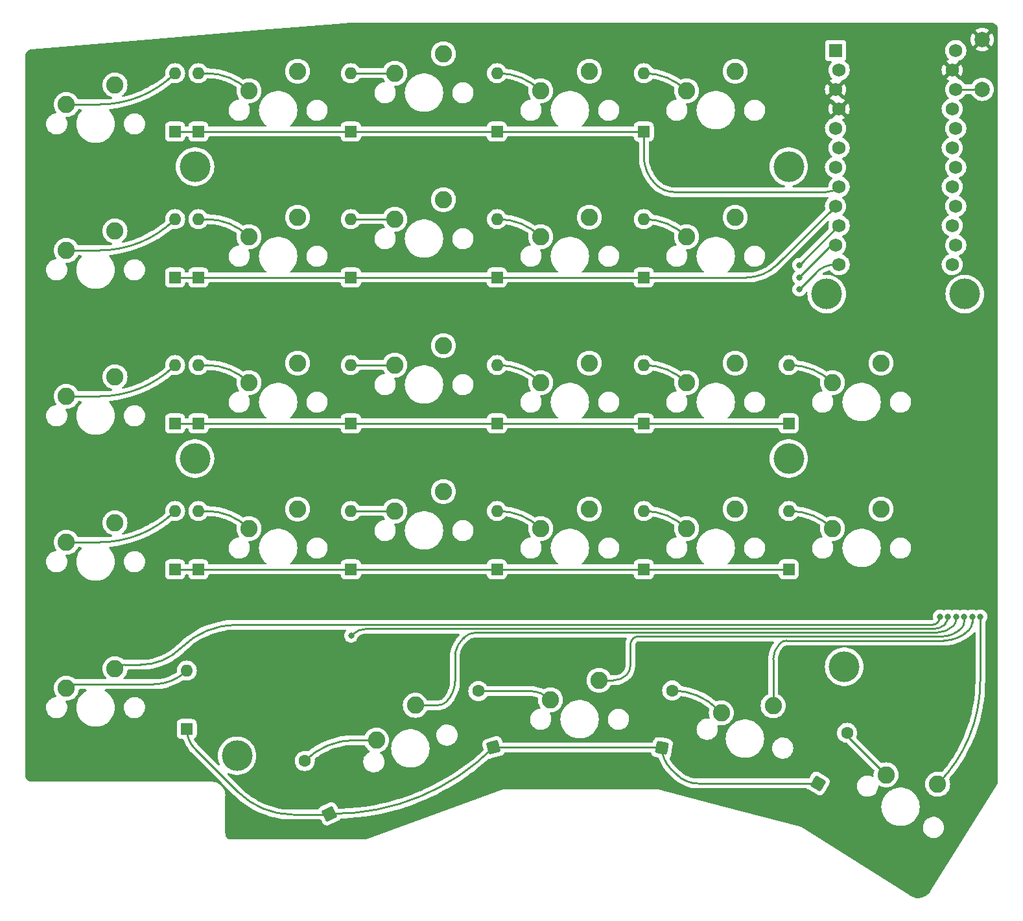
<source format=gbl>
%TF.GenerationSoftware,KiCad,Pcbnew,5.99.0-unknown-5f3c67bd2b~134~ubuntu20.04.1*%
%TF.CreationDate,2021-09-29T14:39:44+02:00*%
%TF.ProjectId,knuckle-pad,6b6e7563-6b6c-4652-9d70-61642e6b6963,rev?*%
%TF.SameCoordinates,Original*%
%TF.FileFunction,Copper,L2,Bot*%
%TF.FilePolarity,Positive*%
%FSLAX46Y46*%
G04 Gerber Fmt 4.6, Leading zero omitted, Abs format (unit mm)*
G04 Created by KiCad (PCBNEW 5.99.0-unknown-5f3c67bd2b~134~ubuntu20.04.1) date 2021-09-29 14:39:44*
%MOMM*%
%LPD*%
G01*
G04 APERTURE LIST*
G04 Aperture macros list*
%AMRoundRect*
0 Rectangle with rounded corners*
0 $1 Rounding radius*
0 $2 $3 $4 $5 $6 $7 $8 $9 X,Y pos of 4 corners*
0 Add a 4 corners polygon primitive as box body*
4,1,4,$2,$3,$4,$5,$6,$7,$8,$9,$2,$3,0*
0 Add four circle primitives for the rounded corners*
1,1,$1+$1,$2,$3*
1,1,$1+$1,$4,$5*
1,1,$1+$1,$6,$7*
1,1,$1+$1,$8,$9*
0 Add four rect primitives between the rounded corners*
20,1,$1+$1,$2,$3,$4,$5,0*
20,1,$1+$1,$4,$5,$6,$7,0*
20,1,$1+$1,$6,$7,$8,$9,0*
20,1,$1+$1,$8,$9,$2,$3,0*%
%AMHorizOval*
0 Thick line with rounded ends*
0 $1 width*
0 $2 $3 position (X,Y) of the first rounded end (center of the circle)*
0 $4 $5 position (X,Y) of the second rounded end (center of the circle)*
0 Add line between two ends*
20,1,$1,$2,$3,$4,$5,0*
0 Add two circle primitives to create the rounded ends*
1,1,$1,$2,$3*
1,1,$1,$4,$5*%
G04 Aperture macros list end*
%TA.AperFunction,ComponentPad*%
%ADD10R,1.752600X1.752600*%
%TD*%
%TA.AperFunction,ComponentPad*%
%ADD11C,1.752600*%
%TD*%
%TA.AperFunction,ComponentPad*%
%ADD12C,2.250000*%
%TD*%
%TA.AperFunction,ComponentPad*%
%ADD13C,4.000000*%
%TD*%
%TA.AperFunction,ComponentPad*%
%ADD14RoundRect,0.160000X0.640000X-0.640000X0.640000X0.640000X-0.640000X0.640000X-0.640000X-0.640000X0*%
%TD*%
%TA.AperFunction,ComponentPad*%
%ADD15O,1.600000X1.600000*%
%TD*%
%TA.AperFunction,ComponentPad*%
%ADD16RoundRect,0.160000X0.850513X-0.309561X0.309561X0.850513X-0.850513X0.309561X-0.309561X-0.850513X0*%
%TD*%
%TA.AperFunction,ComponentPad*%
%ADD17HorizOval,1.600000X0.000000X0.000000X0.000000X0.000000X0*%
%TD*%
%TA.AperFunction,ComponentPad*%
%ADD18RoundRect,0.160000X0.783837X-0.452548X0.452548X0.783837X-0.783837X0.452548X-0.452548X-0.783837X0*%
%TD*%
%TA.AperFunction,ComponentPad*%
%ADD19HorizOval,1.600000X0.000000X0.000000X0.000000X0.000000X0*%
%TD*%
%TA.AperFunction,ComponentPad*%
%ADD20RoundRect,0.160000X0.519142X-0.741412X0.741412X0.519142X-0.519142X0.741412X-0.741412X-0.519142X0*%
%TD*%
%TA.AperFunction,ComponentPad*%
%ADD21HorizOval,1.600000X0.000000X0.000000X0.000000X0.000000X0*%
%TD*%
%TA.AperFunction,ComponentPad*%
%ADD22RoundRect,0.160000X0.234256X-0.874256X0.874256X0.234256X-0.234256X0.874256X-0.874256X-0.234256X0*%
%TD*%
%TA.AperFunction,ComponentPad*%
%ADD23HorizOval,1.600000X0.000000X0.000000X0.000000X0.000000X0*%
%TD*%
%TA.AperFunction,ComponentPad*%
%ADD24C,2.000000*%
%TD*%
%TA.AperFunction,ViaPad*%
%ADD25C,0.800000*%
%TD*%
%TA.AperFunction,Conductor*%
%ADD26C,0.254000*%
%TD*%
G04 APERTURE END LIST*
D10*
%TO.P,U1,1,TX0/PD3*%
%TO.N,unconnected-(U1-Pad1)*%
X187604400Y-37927763D03*
D11*
%TO.P,U1,2,RX1/PD2*%
%TO.N,unconnected-(U1-Pad2)*%
X188061600Y-40467763D03*
%TO.P,U1,3,GND*%
%TO.N,GND*%
X187604400Y-43007763D03*
%TO.P,U1,4,GND*%
X188061600Y-45547763D03*
%TO.P,U1,5,2/PD1*%
%TO.N,unconnected-(U1-Pad5)*%
X187604400Y-48087763D03*
%TO.P,U1,6,3/PD0*%
%TO.N,unconnected-(U1-Pad6)*%
X188061600Y-50627763D03*
%TO.P,U1,7,4/PD4*%
%TO.N,unconnected-(U1-Pad7)*%
X187604400Y-53167763D03*
%TO.P,U1,8,5/PC6*%
%TO.N,row0*%
X188061600Y-55707763D03*
%TO.P,U1,9,6/PD7*%
%TO.N,row1*%
X187604400Y-58247763D03*
%TO.P,U1,10,7/PE6*%
%TO.N,row2*%
X188061600Y-60787763D03*
%TO.P,U1,11,8/PB4*%
%TO.N,row3*%
X187604400Y-63327763D03*
%TO.P,U1,12,9/PB5*%
%TO.N,row4*%
X188061600Y-65867763D03*
%TO.P,U1,13,10/PB6*%
%TO.N,col5*%
X202844400Y-65867763D03*
%TO.P,U1,14,16/PB2*%
%TO.N,col4*%
X203301600Y-63327763D03*
%TO.P,U1,15,14/PB3*%
%TO.N,col3*%
X202844400Y-60787763D03*
%TO.P,U1,16,15/PB1*%
%TO.N,col2*%
X203301600Y-58247763D03*
%TO.P,U1,17,A0/PF7*%
%TO.N,col1*%
X202844400Y-55707763D03*
%TO.P,U1,18,A1/PF6*%
%TO.N,col0*%
X203301600Y-53167763D03*
%TO.P,U1,19,A2/PF5*%
%TO.N,unconnected-(U1-Pad19)*%
X202844400Y-50627763D03*
%TO.P,U1,20,A3/PF4*%
%TO.N,unconnected-(U1-Pad20)*%
X203301600Y-48087763D03*
%TO.P,U1,21,VCC*%
%TO.N,VCC*%
X202844400Y-45547763D03*
%TO.P,U1,22,RST*%
%TO.N,RST*%
X203301600Y-43007763D03*
%TO.P,U1,23,GND*%
%TO.N,GND*%
X202844400Y-40467763D03*
%TO.P,U1,24,RAW*%
%TO.N,unconnected-(U1-Pad24)*%
X203301600Y-37927763D03*
%TD*%
D12*
%TO.P,SW1,1,1*%
%TO.N,Net-(D1-Pad2)*%
X87147400Y-44958000D03*
%TO.P,SW1,2,2*%
%TO.N,col0*%
X93497400Y-42418000D03*
%TD*%
%TO.P,SW2,1,1*%
%TO.N,Net-(D2-Pad2)*%
X87147400Y-64008000D03*
%TO.P,SW2,2,2*%
%TO.N,col0*%
X93497400Y-61468000D03*
%TD*%
%TO.P,SW3,1,1*%
%TO.N,Net-(D3-Pad2)*%
X87147400Y-83058000D03*
%TO.P,SW3,2,2*%
%TO.N,col0*%
X93497400Y-80518000D03*
%TD*%
%TO.P,SW4,1,1*%
%TO.N,Net-(D4-Pad2)*%
X87147400Y-102108000D03*
%TO.P,SW4,2,2*%
%TO.N,col0*%
X93497400Y-99568000D03*
%TD*%
%TO.P,SW5,1,1*%
%TO.N,Net-(D5-Pad2)*%
X87147400Y-121158000D03*
%TO.P,SW5,2,2*%
%TO.N,col0*%
X93497400Y-118618000D03*
%TD*%
%TO.P,SW6,1,1*%
%TO.N,Net-(D6-Pad2)*%
X110998000Y-43180000D03*
%TO.P,SW6,2,2*%
%TO.N,col1*%
X117348000Y-40640000D03*
%TD*%
%TO.P,SW7,1,1*%
%TO.N,Net-(D7-Pad2)*%
X110998000Y-62230000D03*
%TO.P,SW7,2,2*%
%TO.N,col1*%
X117348000Y-59690000D03*
%TD*%
%TO.P,SW8,1,1*%
%TO.N,Net-(D8-Pad2)*%
X110998000Y-81280000D03*
%TO.P,SW8,2,2*%
%TO.N,col1*%
X117348000Y-78740000D03*
%TD*%
%TO.P,SW9,1,1*%
%TO.N,Net-(D9-Pad2)*%
X110998000Y-100330000D03*
%TO.P,SW9,2,2*%
%TO.N,col1*%
X117348000Y-97790000D03*
%TD*%
%TO.P,SW10,1,1*%
%TO.N,Net-(D10-Pad2)*%
X130048000Y-40894000D03*
%TO.P,SW10,2,2*%
%TO.N,col2*%
X136398000Y-38354000D03*
%TD*%
%TO.P,SW11,1,1*%
%TO.N,Net-(D11-Pad2)*%
X130048000Y-59944000D03*
%TO.P,SW11,2,2*%
%TO.N,col2*%
X136398000Y-57404000D03*
%TD*%
%TO.P,SW12,1,1*%
%TO.N,Net-(D12-Pad2)*%
X130048000Y-78994000D03*
%TO.P,SW12,2,2*%
%TO.N,col2*%
X136398000Y-76454000D03*
%TD*%
%TO.P,SW13,1,1*%
%TO.N,Net-(D13-Pad2)*%
X130048000Y-98044000D03*
%TO.P,SW13,2,2*%
%TO.N,col2*%
X136398000Y-95504000D03*
%TD*%
%TO.P,SW14,1,1*%
%TO.N,Net-(D14-Pad2)*%
X127631040Y-127948277D03*
%TO.P,SW14,2,2*%
%TO.N,col2*%
X132729357Y-123389630D03*
%TD*%
%TO.P,SW15,1,1*%
%TO.N,Net-(D15-Pad2)*%
X149098000Y-43180000D03*
%TO.P,SW15,2,2*%
%TO.N,col3*%
X155448000Y-40640000D03*
%TD*%
%TO.P,SW16,1,1*%
%TO.N,Net-(D16-Pad2)*%
X149098000Y-62230000D03*
%TO.P,SW16,2,2*%
%TO.N,col3*%
X155448000Y-59690000D03*
%TD*%
%TO.P,SW17,1,1*%
%TO.N,Net-(D17-Pad2)*%
X149098000Y-81280000D03*
%TO.P,SW17,2,2*%
%TO.N,col3*%
X155448000Y-78740000D03*
%TD*%
%TO.P,SW18,1,1*%
%TO.N,Net-(D18-Pad2)*%
X149098000Y-100330000D03*
%TO.P,SW18,2,2*%
%TO.N,col3*%
X155448000Y-97790000D03*
%TD*%
%TO.P,SW19,1,1*%
%TO.N,Net-(D19-Pad2)*%
X150368000Y-122682000D03*
%TO.P,SW19,2,2*%
%TO.N,col3*%
X156718000Y-120142000D03*
%TD*%
%TO.P,SW20,1,1*%
%TO.N,Net-(D20-Pad2)*%
X168148000Y-43180000D03*
%TO.P,SW20,2,2*%
%TO.N,col4*%
X174498000Y-40640000D03*
%TD*%
%TO.P,SW21,1,1*%
%TO.N,Net-(D21-Pad2)*%
X168148000Y-62230000D03*
%TO.P,SW21,2,2*%
%TO.N,col4*%
X174498000Y-59690000D03*
%TD*%
%TO.P,SW22,1,1*%
%TO.N,Net-(D22-Pad2)*%
X168148000Y-81280000D03*
%TO.P,SW22,2,2*%
%TO.N,col4*%
X174498000Y-78740000D03*
%TD*%
%TO.P,SW23,1,1*%
%TO.N,Net-(D23-Pad2)*%
X168148000Y-100330000D03*
%TO.P,SW23,2,2*%
%TO.N,col4*%
X174498000Y-97790000D03*
%TD*%
%TO.P,SW24,1,1*%
%TO.N,Net-(D24-Pad2)*%
X172685655Y-124375726D03*
%TO.P,SW24,2,2*%
%TO.N,col4*%
X179461514Y-123447379D03*
%TD*%
%TO.P,SW25,1,1*%
%TO.N,Net-(D25-Pad2)*%
X187198000Y-81280000D03*
%TO.P,SW25,2,2*%
%TO.N,col5*%
X193548000Y-78740000D03*
%TD*%
%TO.P,SW26,1,1*%
%TO.N,Net-(D26-Pad2)*%
X187198000Y-100330000D03*
%TO.P,SW26,2,2*%
%TO.N,col5*%
X193548000Y-97790000D03*
%TD*%
%TO.P,SW27,1,1*%
%TO.N,Net-(D27-Pad2)*%
X194202932Y-132478965D03*
%TO.P,SW27,2,2*%
%TO.N,col5*%
X200934032Y-133689911D03*
%TD*%
D13*
%TO.P,H2,*%
%TO.N,*%
X103949500Y-91186000D03*
%TD*%
%TO.P,H8,*%
%TO.N,*%
X204470000Y-69723000D03*
%TD*%
%TO.P,H5,*%
%TO.N,*%
X181483000Y-91186000D03*
%TD*%
%TO.P,H3,*%
%TO.N,*%
X109435900Y-129984500D03*
%TD*%
%TO.P,H6,*%
%TO.N,*%
X188722000Y-118364000D03*
%TD*%
%TO.P,H4,*%
%TO.N,*%
X181483000Y-53086000D03*
%TD*%
%TO.P,H7,*%
%TO.N,*%
X186436000Y-69723000D03*
%TD*%
%TO.P,H1,*%
%TO.N,*%
X103949500Y-53086000D03*
%TD*%
D14*
%TO.P,D1,1,K*%
%TO.N,row0*%
X101346000Y-48514000D03*
D15*
%TO.P,D1,2,A*%
%TO.N,Net-(D1-Pad2)*%
X101346000Y-40894000D03*
%TD*%
D14*
%TO.P,D2,1,K*%
%TO.N,row1*%
X101346000Y-67561000D03*
D15*
%TO.P,D2,2,A*%
%TO.N,Net-(D2-Pad2)*%
X101346000Y-59941000D03*
%TD*%
D14*
%TO.P,D3,1,K*%
%TO.N,row2*%
X101346000Y-86614000D03*
D15*
%TO.P,D3,2,A*%
%TO.N,Net-(D3-Pad2)*%
X101346000Y-78994000D03*
%TD*%
D14*
%TO.P,D4,1,K*%
%TO.N,row3*%
X101346000Y-105664000D03*
D15*
%TO.P,D4,2,A*%
%TO.N,Net-(D4-Pad2)*%
X101346000Y-98044000D03*
%TD*%
D14*
%TO.P,D5,1,K*%
%TO.N,row4*%
X102870000Y-126492000D03*
D15*
%TO.P,D5,2,A*%
%TO.N,Net-(D5-Pad2)*%
X102870000Y-118872000D03*
%TD*%
D14*
%TO.P,D6,1,K*%
%TO.N,row0*%
X104394000Y-48514000D03*
D15*
%TO.P,D6,2,A*%
%TO.N,Net-(D6-Pad2)*%
X104394000Y-40894000D03*
%TD*%
D14*
%TO.P,D7,1,K*%
%TO.N,row1*%
X104394000Y-67564000D03*
D15*
%TO.P,D7,2,A*%
%TO.N,Net-(D7-Pad2)*%
X104394000Y-59944000D03*
%TD*%
D14*
%TO.P,D8,1,K*%
%TO.N,row2*%
X104394000Y-86614000D03*
D15*
%TO.P,D8,2,A*%
%TO.N,Net-(D8-Pad2)*%
X104394000Y-78994000D03*
%TD*%
D14*
%TO.P,D9,1,K*%
%TO.N,row3*%
X104394000Y-105664000D03*
D15*
%TO.P,D9,2,A*%
%TO.N,Net-(D9-Pad2)*%
X104394000Y-98044000D03*
%TD*%
D14*
%TO.P,D10,1,K*%
%TO.N,row0*%
X124300000Y-48514000D03*
D15*
%TO.P,D10,2,A*%
%TO.N,Net-(D10-Pad2)*%
X124300000Y-40894000D03*
%TD*%
D14*
%TO.P,D11,1,K*%
%TO.N,row1*%
X124300000Y-67564000D03*
D15*
%TO.P,D11,2,A*%
%TO.N,Net-(D11-Pad2)*%
X124300000Y-59944000D03*
%TD*%
D14*
%TO.P,D12,1,K*%
%TO.N,row2*%
X124300000Y-86614000D03*
D15*
%TO.P,D12,2,A*%
%TO.N,Net-(D12-Pad2)*%
X124300000Y-78994000D03*
%TD*%
D14*
%TO.P,D13,1,K*%
%TO.N,row3*%
X124300000Y-105664000D03*
D15*
%TO.P,D13,2,A*%
%TO.N,Net-(D13-Pad2)*%
X124300000Y-98044000D03*
%TD*%
D16*
%TO.P,D14,1,K*%
%TO.N,row4*%
X121498176Y-137565033D03*
D17*
%TO.P,D14,2,A*%
%TO.N,Net-(D14-Pad2)*%
X118277824Y-130658967D03*
%TD*%
D14*
%TO.P,D15,1,K*%
%TO.N,row0*%
X143383000Y-48514000D03*
D15*
%TO.P,D15,2,A*%
%TO.N,Net-(D15-Pad2)*%
X143383000Y-40894000D03*
%TD*%
D14*
%TO.P,D16,1,K*%
%TO.N,row1*%
X143383000Y-67564000D03*
D15*
%TO.P,D16,2,A*%
%TO.N,Net-(D16-Pad2)*%
X143383000Y-59944000D03*
%TD*%
D14*
%TO.P,D17,1,K*%
%TO.N,row2*%
X143383000Y-86614000D03*
D15*
%TO.P,D17,2,A*%
%TO.N,Net-(D17-Pad2)*%
X143383000Y-78994000D03*
%TD*%
D14*
%TO.P,D18,1,K*%
%TO.N,row3*%
X143383000Y-105664000D03*
D15*
%TO.P,D18,2,A*%
%TO.N,Net-(D18-Pad2)*%
X143383000Y-98044000D03*
%TD*%
D18*
%TO.P,D19,1,K*%
%TO.N,row4*%
X142923505Y-128902177D03*
D19*
%TO.P,D19,2,A*%
%TO.N,Net-(D19-Pad2)*%
X140951303Y-121541823D03*
%TD*%
D14*
%TO.P,D20,1,K*%
%TO.N,row0*%
X162560000Y-48514000D03*
D15*
%TO.P,D20,2,A*%
%TO.N,Net-(D20-Pad2)*%
X162560000Y-40894000D03*
%TD*%
D14*
%TO.P,D21,1,K*%
%TO.N,row1*%
X162560000Y-67564000D03*
D15*
%TO.P,D21,2,A*%
%TO.N,Net-(D21-Pad2)*%
X162560000Y-59944000D03*
%TD*%
D14*
%TO.P,D22,1,K*%
%TO.N,row2*%
X162560000Y-86614000D03*
D15*
%TO.P,D22,2,A*%
%TO.N,Net-(D22-Pad2)*%
X162560000Y-78994000D03*
%TD*%
D14*
%TO.P,D23,1,K*%
%TO.N,row3*%
X162560000Y-105664000D03*
D15*
%TO.P,D23,2,A*%
%TO.N,Net-(D23-Pad2)*%
X162560000Y-98044000D03*
%TD*%
D20*
%TO.P,D24,1,K*%
%TO.N,row4*%
X164946400Y-128974118D03*
D21*
%TO.P,D24,2,A*%
%TO.N,Net-(D24-Pad2)*%
X166269600Y-121469882D03*
%TD*%
D14*
%TO.P,D25,1,K*%
%TO.N,row2*%
X181483000Y-86614000D03*
D15*
%TO.P,D25,2,A*%
%TO.N,Net-(D25-Pad2)*%
X181483000Y-78994000D03*
%TD*%
D14*
%TO.P,D26,1,K*%
%TO.N,row3*%
X181483000Y-105664000D03*
D15*
%TO.P,D26,2,A*%
%TO.N,Net-(D26-Pad2)*%
X181483000Y-98044000D03*
%TD*%
D22*
%TO.P,D27,1,K*%
%TO.N,row4*%
X185293000Y-133601557D03*
D23*
%TO.P,D27,2,A*%
%TO.N,Net-(D27-Pad2)*%
X189103000Y-127002443D03*
%TD*%
D24*
%TO.P,RST1,1,1*%
%TO.N,RST*%
X206756000Y-43001000D03*
%TO.P,RST1,2,2*%
%TO.N,GND*%
X206756000Y-36501000D03*
%TD*%
D25*
%TO.N,row2*%
X182854600Y-65938400D03*
%TO.N,row3*%
X182854600Y-67564000D03*
%TO.N,row4*%
X182854600Y-69113400D03*
%TO.N,col0*%
X201232110Y-111810800D03*
%TO.N,col1*%
X124333000Y-114300000D03*
X202285613Y-111810800D03*
%TO.N,col2*%
X203339116Y-111810800D03*
%TO.N,col3*%
X204392619Y-111810800D03*
%TO.N,col4*%
X205446122Y-111810800D03*
%TO.N,col5*%
X206499625Y-111810800D03*
%TD*%
D26*
%TO.N,RST*%
X206756000Y-43001000D02*
X203308363Y-43001000D01*
X203308363Y-43001000D02*
X203301600Y-43007763D01*
%TO.N,row0*%
X104394000Y-48514000D02*
X124300000Y-48514000D01*
X143383000Y-48514000D02*
X162560000Y-48514000D01*
X162560000Y-48514000D02*
X162560000Y-51692739D01*
X101346000Y-48514000D02*
X104394000Y-48514000D01*
X124300000Y-48514000D02*
X143383000Y-48514000D01*
X166598162Y-56413400D02*
X186358011Y-56413400D01*
X166598162Y-56413399D02*
G75*
G02*
X164084001Y-55371999I-1J3555559D01*
G01*
X188061600Y-55707750D02*
G75*
G02*
X186358011Y-56413400I-1703584J1703575D01*
G01*
X164084000Y-55372000D02*
G75*
G02*
X162560000Y-51692739I3679256J3679259D01*
G01*
%TO.N,Net-(D1-Pad2)*%
X87147400Y-44958000D02*
X91534637Y-44958000D01*
X101346000Y-40894000D02*
G75*
G02*
X91534637Y-44958000I-9811363J9811362D01*
G01*
%TO.N,row1*%
X175947734Y-67564000D02*
X162560000Y-67564000D01*
X124300000Y-67564000D02*
X143383000Y-67564000D01*
X187594925Y-58251674D02*
X179933600Y-65913000D01*
X143383000Y-67564000D02*
X162560000Y-67564000D01*
X104394000Y-67564000D02*
X124300000Y-67564000D01*
X101346000Y-67561000D02*
X104386758Y-67561000D01*
X104394000Y-67564000D02*
G75*
G03*
X104386758Y-67561000I-7240J-7235D01*
G01*
X175947734Y-67564000D02*
G75*
G03*
X179933600Y-65913000I1J5636862D01*
G01*
%TO.N,Net-(D2-Pad2)*%
X87147400Y-64008000D02*
X91527394Y-64008000D01*
X101346000Y-59941000D02*
G75*
G02*
X91527394Y-64008000I-9818603J9818597D01*
G01*
%TO.N,row2*%
X162560000Y-86614000D02*
X181483000Y-86614000D01*
X143383000Y-86614000D02*
X162560000Y-86614000D01*
X182854600Y-65938400D02*
X187965404Y-60827596D01*
X104394000Y-86614000D02*
X124300000Y-86614000D01*
X124300000Y-86614000D02*
X143383000Y-86614000D01*
X101346000Y-86614000D02*
X104394000Y-86614000D01*
X188061600Y-60787750D02*
G75*
G03*
X187965404Y-60827596I0J-136040D01*
G01*
%TO.N,Net-(D3-Pad2)*%
X87147400Y-83058000D02*
X91534637Y-83058000D01*
X101346000Y-78994000D02*
G75*
G02*
X91534637Y-83058000I-9811363J9811362D01*
G01*
%TO.N,row3*%
X182829200Y-67564000D02*
X186684355Y-63708845D01*
X124300000Y-105664000D02*
X143383000Y-105664000D01*
X143383000Y-105664000D02*
X162560000Y-105664000D01*
X104394000Y-105664000D02*
X124300000Y-105664000D01*
X101346000Y-105664000D02*
X104394000Y-105664000D01*
X162560000Y-105664000D02*
X181483000Y-105664000D01*
X187604400Y-63327751D02*
G75*
G03*
X186684356Y-63708846I2J-1301145D01*
G01*
%TO.N,Net-(D4-Pad2)*%
X87147400Y-102108000D02*
X91534637Y-102108000D01*
X101346000Y-98044000D02*
G75*
G02*
X91534637Y-102108000I-9811363J9811362D01*
G01*
%TO.N,row4*%
X166046150Y-131629151D02*
X166878000Y-132461000D01*
X121498176Y-137565033D02*
X122009521Y-137565033D01*
X103947631Y-129093630D02*
X107950000Y-133096000D01*
X107950000Y-133096000D02*
X109558515Y-134704515D01*
X187594993Y-65867750D02*
X188061600Y-65867750D01*
X142923505Y-128902177D02*
X164772720Y-128902177D01*
X116713000Y-137668000D02*
X121249592Y-137668000D01*
X169637446Y-133604000D02*
X185287103Y-133604000D01*
X185043307Y-66924693D02*
X182854600Y-69113400D01*
X164946400Y-128974118D02*
G75*
G03*
X164772720Y-128902177I-173681J-173680D01*
G01*
X103947631Y-129093630D02*
G75*
G02*
X102870000Y-126492000I2601627J2601629D01*
G01*
X121498176Y-137565033D02*
G75*
G02*
X121249592Y-137668000I-248584J248584D01*
G01*
X166046150Y-131629151D02*
G75*
G02*
X164946400Y-128974118I2655040J2655035D01*
G01*
X185293000Y-133601557D02*
G75*
G02*
X185287103Y-133604000I-5894J5888D01*
G01*
X187594993Y-65867751D02*
G75*
G03*
X185043308Y-66924694I1J-3608631D01*
G01*
X116713000Y-137667999D02*
G75*
G02*
X109558516Y-134704514I0J10117969D01*
G01*
X142923505Y-128902177D02*
G75*
G02*
X122009521Y-137565033I-20913981J20913976D01*
G01*
X169637446Y-133604000D02*
G75*
G02*
X166878000Y-132461000I-1J3902443D01*
G01*
%TO.N,Net-(D5-Pad2)*%
X87122000Y-120650000D02*
X98577529Y-120650000D01*
X102870000Y-118872000D02*
G75*
G02*
X98577529Y-120650000I-4292471J4292471D01*
G01*
%TO.N,Net-(D6-Pad2)*%
X104394000Y-40894000D02*
X105479108Y-40894000D01*
X110998000Y-43180000D02*
G75*
G03*
X105479108Y-40894000I-5518893J-5518895D01*
G01*
%TO.N,Net-(D7-Pad2)*%
X104394000Y-59944000D02*
X105479108Y-59944000D01*
X110998000Y-62230000D02*
G75*
G03*
X105479108Y-59944000I-5518893J-5518895D01*
G01*
%TO.N,Net-(D8-Pad2)*%
X104394000Y-78994000D02*
X105479108Y-78994000D01*
X110998000Y-81280000D02*
G75*
G03*
X105479108Y-78994000I-5518893J-5518895D01*
G01*
%TO.N,Net-(D9-Pad2)*%
X104394000Y-98044000D02*
X105479108Y-98044000D01*
X110998000Y-100330000D02*
G75*
G03*
X105479108Y-98044000I-5518893J-5518895D01*
G01*
%TO.N,Net-(D10-Pad2)*%
X124300000Y-40894000D02*
X130048000Y-40894000D01*
%TO.N,Net-(D11-Pad2)*%
X124300000Y-59944000D02*
X130048000Y-59944000D01*
%TO.N,Net-(D12-Pad2)*%
X124300000Y-78994000D02*
X130048000Y-78994000D01*
%TO.N,Net-(D13-Pad2)*%
X124300000Y-98044000D02*
X130048000Y-98044000D01*
%TO.N,Net-(D14-Pad2)*%
X127504040Y-127948277D02*
X124822008Y-127948277D01*
X118277824Y-130658967D02*
G75*
G02*
X124822008Y-127948277I6544179J-6544172D01*
G01*
%TO.N,Net-(D15-Pad2)*%
X143383000Y-40894000D02*
X143579108Y-40894000D01*
X149098000Y-43180000D02*
G75*
G03*
X143579108Y-40894000I-5518893J-5518895D01*
G01*
%TO.N,Net-(D16-Pad2)*%
X143383000Y-59944000D02*
X143579108Y-59944000D01*
X149098000Y-62230000D02*
G75*
G03*
X143579108Y-59944000I-5518893J-5518895D01*
G01*
%TO.N,Net-(D17-Pad2)*%
X143383000Y-78994000D02*
X143579108Y-78994000D01*
X149098000Y-81280000D02*
G75*
G03*
X143579108Y-78994000I-5518893J-5518895D01*
G01*
%TO.N,Net-(D18-Pad2)*%
X143383000Y-98044000D02*
X143579108Y-98044000D01*
X149098000Y-100330000D02*
G75*
G03*
X143579108Y-98044000I-5518893J-5518895D01*
G01*
%TO.N,Net-(D19-Pad2)*%
X140951303Y-121541823D02*
X147615370Y-121541823D01*
X150368000Y-122682000D02*
G75*
G03*
X147615370Y-121541823I-2752630J-2752628D01*
G01*
%TO.N,Net-(D20-Pad2)*%
X162560000Y-40894000D02*
X162629108Y-40894000D01*
X168148000Y-43180000D02*
G75*
G03*
X162629108Y-40894000I-5518893J-5518895D01*
G01*
%TO.N,Net-(D21-Pad2)*%
X162560000Y-59944000D02*
X162629108Y-59944000D01*
X168148000Y-62230000D02*
G75*
G03*
X162629108Y-59944000I-5518893J-5518895D01*
G01*
%TO.N,Net-(D22-Pad2)*%
X162560000Y-78994000D02*
X162629108Y-78994000D01*
X168148000Y-81280000D02*
G75*
G03*
X162629108Y-78994000I-5518893J-5518895D01*
G01*
%TO.N,Net-(D23-Pad2)*%
X162560000Y-98044000D02*
X162629108Y-98044000D01*
X168148000Y-100330000D02*
G75*
G03*
X162629108Y-98044000I-5518893J-5518895D01*
G01*
%TO.N,Net-(D24-Pad2)*%
X172261905Y-123951976D02*
X172685655Y-124375726D01*
X172261905Y-123951976D02*
G75*
G03*
X166269600Y-121469882I-5992304J-5992303D01*
G01*
%TO.N,Net-(D25-Pad2)*%
X181483000Y-78994000D02*
X181679108Y-78994000D01*
X187198000Y-81280000D02*
G75*
G03*
X181679108Y-78994000I-5518893J-5518895D01*
G01*
%TO.N,Net-(D26-Pad2)*%
X181483000Y-98044000D02*
X181679108Y-98044000D01*
X187198000Y-100330000D02*
G75*
G03*
X181679108Y-98044000I-5518893J-5518895D01*
G01*
%TO.N,Net-(D27-Pad2)*%
X189369289Y-127645323D02*
X194202932Y-132478965D01*
X189369289Y-127645323D02*
G75*
G02*
X189103000Y-127002443I642879J642879D01*
G01*
%TO.N,col0*%
X201232110Y-111810800D02*
X201232110Y-111855615D01*
X200300790Y-112877600D02*
X109466522Y-112877600D01*
X96834392Y-118110000D02*
X94723820Y-118110000D01*
X200914000Y-112623600D02*
G75*
G03*
X201232110Y-111855615I-767981J767984D01*
G01*
X102108000Y-115925600D02*
G75*
G02*
X109466522Y-112877600I7358524J-7358525D01*
G01*
X93497400Y-118618000D02*
G75*
G02*
X94723820Y-118110000I1226417J-1226413D01*
G01*
X200300790Y-112877600D02*
G75*
G03*
X200914000Y-112623600I0J867209D01*
G01*
X96834392Y-118109999D02*
G75*
G03*
X102107999Y-115925599I0J7458007D01*
G01*
%TO.N,col1*%
X126492000Y-113387499D02*
X200690280Y-113387499D01*
X201676000Y-112979200D02*
X201890490Y-112764710D01*
X124333000Y-114300000D02*
X124364093Y-114268907D01*
X126492000Y-113387500D02*
G75*
G03*
X124364093Y-114268907I0J-3009315D01*
G01*
X202285612Y-111810800D02*
G75*
G02*
X201890489Y-112764709I-1349026J-2D01*
G01*
X201676000Y-112979200D02*
G75*
G02*
X200690280Y-113387499I-985713J985702D01*
G01*
%TO.N,col2*%
X135683841Y-123389630D02*
X132602357Y-123389630D01*
X138977003Y-114641998D02*
X139065000Y-114554000D01*
X137899049Y-116622134D02*
X137899049Y-120231963D01*
X140598025Y-113919000D02*
X200850565Y-113919000D01*
X136779000Y-122936000D02*
G75*
G03*
X137899049Y-120231963I-2704035J2704036D01*
G01*
X140598025Y-113919000D02*
G75*
G03*
X139065000Y-114554000I-2J-2168019D01*
G01*
X138977003Y-114641998D02*
G75*
G03*
X137899049Y-116622134I2800756J-2808165D01*
G01*
X203339115Y-112203577D02*
G75*
G02*
X202996799Y-113029999I-1168732J-2D01*
G01*
X135683841Y-123389630D02*
G75*
G03*
X136779000Y-122936000I0J1548787D01*
G01*
X202996800Y-113030000D02*
G75*
G02*
X200850565Y-113919000I-2146232J2146228D01*
G01*
%TO.N,col3*%
X204392619Y-112540478D02*
X204392619Y-111810800D01*
X161776210Y-114427000D02*
X201426796Y-114427000D01*
X160782000Y-118327022D02*
X160782000Y-115600815D01*
X158607812Y-120142000D02*
X156718000Y-120142000D01*
X161776210Y-114427001D02*
G75*
G03*
X161163000Y-114681000I0J-867210D01*
G01*
X160782000Y-118327022D02*
G75*
G02*
X160324800Y-119430800I-1560970J-3D01*
G01*
X204392619Y-112540478D02*
G75*
G02*
X204063600Y-113334800I-1123333J-3D01*
G01*
X160324800Y-119430800D02*
G75*
G02*
X158607812Y-120142000I-1716984J1716979D01*
G01*
X161163000Y-114681000D02*
G75*
G03*
X160782000Y-115600815I919820J-919817D01*
G01*
X204063600Y-113334800D02*
G75*
G02*
X201426796Y-114427000I-2636806J2636809D01*
G01*
%TO.N,col4*%
X179461514Y-117436852D02*
X179461514Y-123447379D01*
X181198494Y-114960400D02*
X201717465Y-114960400D01*
X205446122Y-112581296D02*
X205446122Y-111810800D01*
X181198494Y-114960400D02*
G75*
G03*
X180340000Y-115316000I4J-1214103D01*
G01*
X205446121Y-112581296D02*
G75*
G02*
X205028799Y-113588799I-1424827J1D01*
G01*
X205028800Y-113588800D02*
G75*
G02*
X201717465Y-114960400I-3311335J3311335D01*
G01*
X180340000Y-115316000D02*
G75*
G03*
X179461514Y-117436852I2120854J-2120853D01*
G01*
%TO.N,col5*%
X206499625Y-111810800D02*
X206499625Y-120253381D01*
X200934032Y-133689911D02*
G75*
G03*
X206499625Y-120253381I-13436527J13436529D01*
G01*
%TD*%
%TA.AperFunction,Conductor*%
%TO.N,GND*%
G36*
X207990428Y-34292117D02*
G01*
X208004793Y-34294784D01*
X208013722Y-34293880D01*
X208013726Y-34293880D01*
X208015833Y-34293667D01*
X208044513Y-34294045D01*
X208154599Y-34308135D01*
X208178658Y-34313654D01*
X208303941Y-34355679D01*
X208326472Y-34365790D01*
X208441147Y-34431448D01*
X208461276Y-34445763D01*
X208560932Y-34532526D01*
X208577881Y-34550492D01*
X208658697Y-34655031D01*
X208671816Y-34675959D01*
X208730686Y-34794258D01*
X208739470Y-34817344D01*
X208774129Y-34944850D01*
X208778241Y-34969206D01*
X208785430Y-35073148D01*
X208784512Y-35089168D01*
X208785223Y-35089197D01*
X208784852Y-35098168D01*
X208783214Y-35106991D01*
X208784118Y-35115919D01*
X208787359Y-35147927D01*
X208788000Y-35160620D01*
X208788000Y-133524047D01*
X208768901Y-133590741D01*
X200001247Y-147644037D01*
X199989649Y-147659765D01*
X199974142Y-147677695D01*
X199967518Y-147692194D01*
X199954975Y-147713719D01*
X199829734Y-147886717D01*
X199818770Y-147899876D01*
X199653317Y-148073031D01*
X199640672Y-148084581D01*
X199499456Y-148196945D01*
X199453248Y-148233712D01*
X199439152Y-148243440D01*
X199233245Y-148365769D01*
X199217963Y-148373494D01*
X199013536Y-148459931D01*
X198997369Y-148466767D01*
X198981177Y-148472350D01*
X198749965Y-148534846D01*
X198733166Y-148538181D01*
X198630880Y-148551341D01*
X198495614Y-148568744D01*
X198478529Y-148569770D01*
X198358776Y-148568802D01*
X198239027Y-148567834D01*
X198221950Y-148566532D01*
X197984931Y-148532135D01*
X197968188Y-148528529D01*
X197738017Y-148462304D01*
X197721916Y-148456460D01*
X197502858Y-148359632D01*
X197487701Y-148351659D01*
X197311967Y-148243377D01*
X197295466Y-148230478D01*
X197291020Y-148227219D01*
X197284606Y-148220941D01*
X197276689Y-148216716D01*
X197276685Y-148216713D01*
X197239642Y-148196945D01*
X197231965Y-148192494D01*
X184443898Y-140161974D01*
X183087301Y-139310072D01*
X199008256Y-139310072D01*
X199008553Y-139315224D01*
X199008553Y-139315228D01*
X199013929Y-139408453D01*
X199021352Y-139537196D01*
X199022489Y-139542242D01*
X199022490Y-139542248D01*
X199042770Y-139632234D01*
X199071367Y-139759131D01*
X199156959Y-139969917D01*
X199275828Y-140163894D01*
X199424782Y-140335851D01*
X199599821Y-140481171D01*
X199604273Y-140483773D01*
X199604278Y-140483776D01*
X199698283Y-140538708D01*
X199796244Y-140595952D01*
X200008777Y-140677110D01*
X200013843Y-140678141D01*
X200013844Y-140678141D01*
X200078017Y-140691197D01*
X200231711Y-140722466D01*
X200359521Y-140727153D01*
X200453895Y-140730614D01*
X200453899Y-140730614D01*
X200459059Y-140730803D01*
X200464179Y-140730147D01*
X200464181Y-140730147D01*
X200679588Y-140702553D01*
X200679589Y-140702553D01*
X200684716Y-140701896D01*
X200689666Y-140700411D01*
X200897675Y-140638005D01*
X200897676Y-140638004D01*
X200902621Y-140636521D01*
X201106923Y-140536434D01*
X201111127Y-140533436D01*
X201111131Y-140533433D01*
X201287931Y-140407323D01*
X201287933Y-140407321D01*
X201292135Y-140404324D01*
X201453283Y-140243737D01*
X201494701Y-140186098D01*
X201583022Y-140063188D01*
X201583026Y-140063182D01*
X201586040Y-140058987D01*
X201686839Y-139855036D01*
X201752974Y-139637360D01*
X201766161Y-139537196D01*
X201782232Y-139415126D01*
X201782232Y-139415122D01*
X201782669Y-139411805D01*
X201784326Y-139343990D01*
X201765685Y-139117254D01*
X201710262Y-138896607D01*
X201619546Y-138687975D01*
X201495974Y-138496961D01*
X201342863Y-138328694D01*
X201164325Y-138187694D01*
X201126621Y-138166880D01*
X201067955Y-138134495D01*
X200965156Y-138077747D01*
X200960287Y-138076023D01*
X200960283Y-138076021D01*
X200755580Y-138003531D01*
X200755576Y-138003530D01*
X200750705Y-138001805D01*
X200745612Y-138000898D01*
X200745609Y-138000897D01*
X200531818Y-137962815D01*
X200531812Y-137962814D01*
X200526729Y-137961909D01*
X200453280Y-137961012D01*
X200304415Y-137959193D01*
X200304413Y-137959193D01*
X200299245Y-137959130D01*
X200074362Y-137993542D01*
X199858119Y-138064221D01*
X199853531Y-138066609D01*
X199853527Y-138066611D01*
X199681847Y-138155982D01*
X199656323Y-138169269D01*
X199652190Y-138172372D01*
X199652187Y-138172374D01*
X199478529Y-138302760D01*
X199474394Y-138305865D01*
X199470822Y-138309603D01*
X199362622Y-138422828D01*
X199317217Y-138470341D01*
X199189015Y-138658279D01*
X199186842Y-138662961D01*
X199186840Y-138662964D01*
X199146906Y-138748996D01*
X199093229Y-138864633D01*
X199077745Y-138920467D01*
X199035879Y-139071431D01*
X199032432Y-139083859D01*
X199031883Y-139088996D01*
X199010623Y-139287927D01*
X199008256Y-139310072D01*
X183087301Y-139310072D01*
X183059132Y-139292383D01*
X183045589Y-139282567D01*
X183028742Y-139268561D01*
X183028743Y-139268561D01*
X183021838Y-139262821D01*
X183013604Y-139259251D01*
X183013602Y-139259250D01*
X182957740Y-139235031D01*
X182956658Y-139234555D01*
X182901183Y-139209883D01*
X182901182Y-139209883D01*
X182892978Y-139206234D01*
X182867140Y-139202751D01*
X182858480Y-139201583D01*
X182843578Y-139198650D01*
X173059081Y-136652000D01*
X193580652Y-136652000D01*
X193600423Y-136966254D01*
X193659425Y-137275552D01*
X193756727Y-137575016D01*
X193758414Y-137578602D01*
X193758416Y-137578606D01*
X193889106Y-137856338D01*
X193889110Y-137856345D01*
X193890794Y-137859924D01*
X194059513Y-138125782D01*
X194260222Y-138368398D01*
X194489756Y-138583945D01*
X194744496Y-138769024D01*
X194747965Y-138770931D01*
X194747968Y-138770933D01*
X195016961Y-138918813D01*
X195020423Y-138920716D01*
X195313187Y-139036630D01*
X195618170Y-139114936D01*
X195930562Y-139154400D01*
X196245438Y-139154400D01*
X196557830Y-139114936D01*
X196862813Y-139036630D01*
X197155577Y-138920716D01*
X197159039Y-138918813D01*
X197428032Y-138770933D01*
X197428035Y-138770931D01*
X197431504Y-138769024D01*
X197686244Y-138583945D01*
X197915778Y-138368398D01*
X198116487Y-138125782D01*
X198285206Y-137859924D01*
X198286890Y-137856345D01*
X198286894Y-137856338D01*
X198417584Y-137578606D01*
X198417586Y-137578602D01*
X198419273Y-137575016D01*
X198516575Y-137275552D01*
X198575577Y-136966254D01*
X198595348Y-136652000D01*
X198575577Y-136337746D01*
X198516575Y-136028448D01*
X198419273Y-135728984D01*
X198407203Y-135703333D01*
X198286894Y-135447662D01*
X198286890Y-135447655D01*
X198285206Y-135444076D01*
X198116487Y-135178218D01*
X197915778Y-134935602D01*
X197686244Y-134720055D01*
X197431504Y-134534976D01*
X197403936Y-134519820D01*
X197159039Y-134385187D01*
X197159036Y-134385186D01*
X197155577Y-134383284D01*
X196862813Y-134267370D01*
X196557830Y-134189064D01*
X196245438Y-134149600D01*
X195930562Y-134149600D01*
X195618170Y-134189064D01*
X195313187Y-134267370D01*
X195020423Y-134383284D01*
X195016964Y-134385186D01*
X195016961Y-134385187D01*
X194772065Y-134519820D01*
X194744496Y-134534976D01*
X194489756Y-134720055D01*
X194260222Y-134935602D01*
X194059513Y-135178218D01*
X193890794Y-135444076D01*
X193889110Y-135447655D01*
X193889106Y-135447662D01*
X193768797Y-135703333D01*
X193756727Y-135728984D01*
X193659425Y-136028448D01*
X193600423Y-136337746D01*
X193580652Y-136652000D01*
X173059081Y-136652000D01*
X164395883Y-134397195D01*
X164374074Y-134389314D01*
X164369181Y-134387017D01*
X164369179Y-134387016D01*
X164361052Y-134383201D01*
X164338120Y-134379630D01*
X164320155Y-134376833D01*
X164308468Y-134374409D01*
X164308004Y-134374323D01*
X164303655Y-134373191D01*
X164296079Y-134372336D01*
X164281239Y-134370661D01*
X164275990Y-134369956D01*
X164255386Y-134366748D01*
X164255377Y-134366747D01*
X164250577Y-134366000D01*
X164245714Y-134366000D01*
X164242236Y-134365731D01*
X164232891Y-134365205D01*
X164195675Y-134361005D01*
X164186833Y-134362542D01*
X164186832Y-134362542D01*
X164177645Y-134364139D01*
X164156067Y-134366000D01*
X144427983Y-134366000D01*
X144416663Y-134365490D01*
X144372175Y-134361477D01*
X144349220Y-134366000D01*
X144317064Y-134372336D01*
X144310567Y-134373441D01*
X144263842Y-134380132D01*
X144263840Y-134380133D01*
X144254955Y-134381405D01*
X144210680Y-134401536D01*
X144201627Y-134405234D01*
X126321637Y-140911634D01*
X126278585Y-140919230D01*
X125208737Y-140919518D01*
X108710475Y-140923960D01*
X108691060Y-140922460D01*
X108676347Y-140920170D01*
X108667470Y-140918788D01*
X108656472Y-140920226D01*
X108627789Y-140920683D01*
X108524893Y-140910549D01*
X108500669Y-140905730D01*
X108381467Y-140869570D01*
X108358647Y-140860118D01*
X108248800Y-140801404D01*
X108228262Y-140787681D01*
X108131977Y-140708662D01*
X108114512Y-140691197D01*
X108035493Y-140594912D01*
X108021770Y-140574374D01*
X107963056Y-140464527D01*
X107953604Y-140441707D01*
X107917444Y-140322505D01*
X107912625Y-140298279D01*
X107903156Y-140202137D01*
X107903608Y-140186098D01*
X107902895Y-140186089D01*
X107903005Y-140177116D01*
X107904386Y-140168244D01*
X107901927Y-140149435D01*
X107900264Y-140136723D01*
X107899200Y-140120385D01*
X107899200Y-135206607D01*
X107900946Y-135185703D01*
X107903464Y-135170735D01*
X107904271Y-135165939D01*
X107904424Y-135153400D01*
X107903694Y-135148299D01*
X107902744Y-135139438D01*
X107885919Y-134904206D01*
X107885598Y-134899718D01*
X107848098Y-134727329D01*
X107832494Y-134655597D01*
X107832492Y-134655590D01*
X107831537Y-134651200D01*
X107742658Y-134412905D01*
X107620770Y-134189685D01*
X107468356Y-133986083D01*
X107288517Y-133806244D01*
X107084915Y-133653830D01*
X106861695Y-133531942D01*
X106724183Y-133480653D01*
X106627618Y-133444636D01*
X106627615Y-133444635D01*
X106623400Y-133443063D01*
X106619010Y-133442108D01*
X106619003Y-133442106D01*
X106436301Y-133402363D01*
X106374882Y-133389002D01*
X106370394Y-133388681D01*
X106154471Y-133373237D01*
X106142563Y-133371813D01*
X106138539Y-133371136D01*
X106138533Y-133371135D01*
X106133739Y-133370329D01*
X106127384Y-133370251D01*
X106126059Y-133370235D01*
X106126055Y-133370235D01*
X106121200Y-133370176D01*
X106097725Y-133373538D01*
X106093612Y-133374127D01*
X106075749Y-133375400D01*
X82624728Y-133375400D01*
X82605343Y-133373900D01*
X82590542Y-133371595D01*
X82590539Y-133371595D01*
X82581670Y-133370214D01*
X82570490Y-133371676D01*
X82541958Y-133372148D01*
X82435843Y-133361829D01*
X82411913Y-133357130D01*
X82289320Y-133320438D01*
X82266747Y-133311219D01*
X82153519Y-133251596D01*
X82133143Y-133238199D01*
X82118666Y-133226527D01*
X82033520Y-133157875D01*
X82016107Y-133140803D01*
X81989804Y-133109470D01*
X81933833Y-133042797D01*
X81920035Y-133022690D01*
X81858183Y-132910668D01*
X81848516Y-132888277D01*
X81809403Y-132766433D01*
X81804231Y-132742597D01*
X81803375Y-132735291D01*
X81792606Y-132643471D01*
X81792750Y-132627377D01*
X81792073Y-132627382D01*
X81792005Y-132618401D01*
X81793210Y-132609507D01*
X81789412Y-132584350D01*
X81788000Y-132565541D01*
X81788000Y-123664082D01*
X84489572Y-123664082D01*
X84489869Y-123669234D01*
X84489869Y-123669238D01*
X84492961Y-123722862D01*
X84502668Y-123891206D01*
X84503805Y-123896252D01*
X84503806Y-123896258D01*
X84524086Y-123986244D01*
X84552683Y-124113141D01*
X84638275Y-124323927D01*
X84757144Y-124517904D01*
X84760528Y-124521810D01*
X84760529Y-124521812D01*
X84777128Y-124540974D01*
X84906098Y-124689861D01*
X85081137Y-124835181D01*
X85085589Y-124837783D01*
X85085594Y-124837786D01*
X85207926Y-124909271D01*
X85277560Y-124949962D01*
X85490093Y-125031120D01*
X85495159Y-125032151D01*
X85495160Y-125032151D01*
X85594261Y-125052313D01*
X85713027Y-125076476D01*
X85840837Y-125081163D01*
X85935211Y-125084624D01*
X85935215Y-125084624D01*
X85940375Y-125084813D01*
X85945495Y-125084157D01*
X85945497Y-125084157D01*
X86160904Y-125056563D01*
X86160905Y-125056563D01*
X86166032Y-125055906D01*
X86248648Y-125031120D01*
X86378991Y-124992015D01*
X86378992Y-124992014D01*
X86383937Y-124990531D01*
X86588239Y-124890444D01*
X86592443Y-124887446D01*
X86592447Y-124887443D01*
X86769247Y-124761333D01*
X86769249Y-124761331D01*
X86773451Y-124758334D01*
X86934599Y-124597747D01*
X86954019Y-124570722D01*
X87064338Y-124417198D01*
X87064342Y-124417192D01*
X87067356Y-124412997D01*
X87153617Y-124238461D01*
X87165861Y-124213688D01*
X87165862Y-124213686D01*
X87168155Y-124209046D01*
X87234290Y-123991370D01*
X87239247Y-123953719D01*
X87263548Y-123769136D01*
X87263548Y-123769132D01*
X87263985Y-123765815D01*
X87264415Y-123748218D01*
X87265560Y-123701365D01*
X87265560Y-123701361D01*
X87265642Y-123698000D01*
X87247001Y-123471264D01*
X87191578Y-123250617D01*
X87116674Y-123078349D01*
X87102922Y-123046722D01*
X87102920Y-123046719D01*
X87100862Y-123041985D01*
X87066840Y-122989395D01*
X87046633Y-122921335D01*
X87066429Y-122853154D01*
X87119944Y-122806500D01*
X87162745Y-122795343D01*
X87403726Y-122776378D01*
X87408533Y-122775224D01*
X87408539Y-122775223D01*
X87638153Y-122720097D01*
X87653740Y-122716355D01*
X87658313Y-122714461D01*
X87886713Y-122619855D01*
X87886717Y-122619853D01*
X87891287Y-122617960D01*
X87904716Y-122609731D01*
X88094122Y-122493662D01*
X88110516Y-122483616D01*
X88306031Y-122316631D01*
X88473016Y-122121116D01*
X88596797Y-121919125D01*
X88604774Y-121906107D01*
X88607360Y-121901887D01*
X88627139Y-121854138D01*
X88703861Y-121668913D01*
X88703862Y-121668911D01*
X88705755Y-121664340D01*
X88739948Y-121521915D01*
X88764623Y-121419139D01*
X88764624Y-121419133D01*
X88765778Y-121414326D01*
X88766166Y-121409395D01*
X88766167Y-121409389D01*
X88766778Y-121401619D01*
X88792061Y-121335276D01*
X88849197Y-121293134D01*
X88892390Y-121285500D01*
X89660627Y-121285500D01*
X89728748Y-121305502D01*
X89775241Y-121359158D01*
X89785345Y-121429432D01*
X89755851Y-121494012D01*
X89721329Y-121521914D01*
X89613896Y-121580976D01*
X89540897Y-121634013D01*
X89365803Y-121761226D01*
X89359156Y-121766055D01*
X89129622Y-121981602D01*
X88928913Y-122224218D01*
X88760194Y-122490076D01*
X88758510Y-122493655D01*
X88758506Y-122493662D01*
X88627977Y-122771052D01*
X88626127Y-122774984D01*
X88624901Y-122778756D01*
X88624901Y-122778757D01*
X88605384Y-122838823D01*
X88528825Y-123074448D01*
X88469823Y-123383746D01*
X88452509Y-123658950D01*
X88450480Y-123691205D01*
X88450052Y-123698000D01*
X88469823Y-124012254D01*
X88528825Y-124321552D01*
X88626127Y-124621016D01*
X88627814Y-124624602D01*
X88627816Y-124624606D01*
X88758506Y-124902338D01*
X88758510Y-124902345D01*
X88760194Y-124905924D01*
X88928913Y-125171782D01*
X89129622Y-125414398D01*
X89359156Y-125629945D01*
X89613896Y-125815024D01*
X89617365Y-125816931D01*
X89617368Y-125816933D01*
X89866836Y-125954079D01*
X89889823Y-125966716D01*
X90182587Y-126082630D01*
X90487570Y-126160936D01*
X90799962Y-126200400D01*
X91114838Y-126200400D01*
X91427230Y-126160936D01*
X91732213Y-126082630D01*
X92024977Y-125966716D01*
X92047964Y-125954079D01*
X92297432Y-125816933D01*
X92297435Y-125816931D01*
X92300904Y-125815024D01*
X92323561Y-125798563D01*
X101561500Y-125798563D01*
X101561501Y-127185436D01*
X101561764Y-127188295D01*
X101561764Y-127188303D01*
X101564867Y-127222076D01*
X101567866Y-127254719D01*
X101569865Y-127261097D01*
X101569865Y-127261098D01*
X101607201Y-127380235D01*
X101616252Y-127409118D01*
X101700070Y-127547518D01*
X101814482Y-127661930D01*
X101952882Y-127745748D01*
X101960129Y-127748019D01*
X101960131Y-127748020D01*
X101992112Y-127758042D01*
X102107281Y-127794134D01*
X102176563Y-127800500D01*
X102345290Y-127800500D01*
X102413411Y-127820502D01*
X102459904Y-127874158D01*
X102465458Y-127888611D01*
X102485709Y-127952838D01*
X102490849Y-127969141D01*
X102635034Y-128317234D01*
X102809008Y-128651436D01*
X103011448Y-128969203D01*
X103240813Y-129268118D01*
X103312412Y-129346254D01*
X103475262Y-129523973D01*
X103483018Y-129533316D01*
X103483104Y-129533416D01*
X103485583Y-129536718D01*
X103494964Y-129546297D01*
X103498206Y-129548839D01*
X103498207Y-129548840D01*
X103519573Y-129565593D01*
X103530921Y-129575652D01*
X107443866Y-133488598D01*
X109070863Y-135115596D01*
X109082527Y-135129037D01*
X109096467Y-135147603D01*
X109099357Y-135150554D01*
X109102964Y-135154238D01*
X109102971Y-135154244D01*
X109105848Y-135157182D01*
X109109088Y-135159723D01*
X109109393Y-135159996D01*
X109111886Y-135162290D01*
X109147628Y-135196081D01*
X109544643Y-135571425D01*
X110005683Y-135960739D01*
X110487827Y-136323590D01*
X110489282Y-136324562D01*
X110489300Y-136324575D01*
X110904347Y-136601900D01*
X110989558Y-136658836D01*
X111509297Y-136965422D01*
X111518457Y-136970154D01*
X112043835Y-137241572D01*
X112043853Y-137241581D01*
X112045408Y-137242384D01*
X112047015Y-137243103D01*
X112047019Y-137243105D01*
X112594591Y-137488128D01*
X112594611Y-137488136D01*
X112596206Y-137488850D01*
X112597857Y-137489480D01*
X112597871Y-137489486D01*
X113158301Y-137703413D01*
X113159957Y-137704045D01*
X113734886Y-137887291D01*
X114319186Y-138038013D01*
X114743618Y-138122438D01*
X114909288Y-138155392D01*
X114909292Y-138155393D01*
X114911018Y-138155736D01*
X114912758Y-138155982D01*
X114912760Y-138155982D01*
X115506760Y-138239841D01*
X115506776Y-138239843D01*
X115508520Y-138240089D01*
X115845647Y-138268525D01*
X116108044Y-138290658D01*
X116108046Y-138290658D01*
X116109811Y-138290807D01*
X116111585Y-138290857D01*
X116111589Y-138290857D01*
X116286287Y-138295759D01*
X116688198Y-138307036D01*
X116694207Y-138307348D01*
X116695508Y-138307447D01*
X116699593Y-138308028D01*
X116706922Y-138308105D01*
X116708879Y-138308125D01*
X116708880Y-138308125D01*
X116713000Y-138308168D01*
X116717089Y-138307673D01*
X116717092Y-138307673D01*
X116732031Y-138305865D01*
X116744031Y-138304413D01*
X116759166Y-138303500D01*
X120318489Y-138303500D01*
X120386610Y-138323502D01*
X120432684Y-138376250D01*
X120580253Y-138692712D01*
X120605332Y-138746495D01*
X120640381Y-138806597D01*
X120749485Y-138926081D01*
X120883941Y-139016091D01*
X121035986Y-139071431D01*
X121043535Y-139072251D01*
X121043539Y-139072252D01*
X121150391Y-139083859D01*
X121196842Y-139088905D01*
X121204374Y-139087900D01*
X121204376Y-139087900D01*
X121280340Y-139077764D01*
X121357223Y-139067506D01*
X121422705Y-139043996D01*
X121436398Y-139037611D01*
X122677018Y-138459099D01*
X122677023Y-138459097D01*
X122679638Y-138457877D01*
X122739740Y-138422828D01*
X122859224Y-138313724D01*
X122865457Y-138304413D01*
X122906057Y-138243766D01*
X122960574Y-138198285D01*
X123008609Y-138187877D01*
X123040124Y-138187339D01*
X123040148Y-138187338D01*
X123041154Y-138187321D01*
X123652457Y-138155982D01*
X124070494Y-138134551D01*
X124070498Y-138134551D01*
X124071585Y-138134495D01*
X124072681Y-138134401D01*
X124072684Y-138134401D01*
X125098541Y-138046611D01*
X125098566Y-138046608D01*
X125099611Y-138046519D01*
X125100652Y-138046394D01*
X125100681Y-138046391D01*
X126122962Y-137923626D01*
X126122977Y-137923624D01*
X126124034Y-137923497D01*
X127143660Y-137765571D01*
X127144718Y-137765370D01*
X128156249Y-137573127D01*
X128156274Y-137573122D01*
X128157299Y-137572927D01*
X128158304Y-137572700D01*
X128158329Y-137572695D01*
X129162726Y-137346023D01*
X129162735Y-137346021D01*
X129163771Y-137345787D01*
X129555900Y-137243105D01*
X130160848Y-137084695D01*
X130160862Y-137084691D01*
X130161901Y-137084419D01*
X130570778Y-136962291D01*
X131149502Y-136789431D01*
X131149509Y-136789429D01*
X131150526Y-136789125D01*
X131226944Y-136763427D01*
X132127480Y-136460592D01*
X132127498Y-136460586D01*
X132128493Y-136460251D01*
X133094661Y-136098179D01*
X133917844Y-135757206D01*
X134046889Y-135703754D01*
X134046897Y-135703751D01*
X134047905Y-135703333D01*
X134048893Y-135702884D01*
X134048906Y-135702878D01*
X134898592Y-135316431D01*
X134987112Y-135276171D01*
X135031700Y-135254025D01*
X135502179Y-135020344D01*
X135911189Y-134817194D01*
X135912106Y-134816699D01*
X135912123Y-134816690D01*
X136348296Y-134581151D01*
X136819056Y-134326935D01*
X136898926Y-134280214D01*
X137708739Y-133806503D01*
X137708764Y-133806488D01*
X137709656Y-133805966D01*
X137710545Y-133805405D01*
X137710567Y-133805391D01*
X138581047Y-133255465D01*
X138581951Y-133254894D01*
X139434923Y-132674363D01*
X139966413Y-132285433D01*
X140266737Y-132065664D01*
X140266749Y-132065655D01*
X140267577Y-132065049D01*
X140268380Y-132064419D01*
X140268404Y-132064400D01*
X141078113Y-131428316D01*
X141078120Y-131428310D01*
X141078944Y-131427663D01*
X141079755Y-131426980D01*
X141867255Y-130763639D01*
X141867270Y-130763626D01*
X141868076Y-130762947D01*
X142288430Y-130383591D01*
X142352403Y-130352801D01*
X142378121Y-130351242D01*
X142481857Y-130355590D01*
X142517109Y-130357068D01*
X142517110Y-130357068D01*
X142523792Y-130357348D01*
X142592361Y-130345566D01*
X142595144Y-130344820D01*
X142595150Y-130344819D01*
X143890574Y-129997710D01*
X143931977Y-129986616D01*
X143934679Y-129985619D01*
X143934686Y-129985617D01*
X143990980Y-129964850D01*
X143990982Y-129964849D01*
X143997252Y-129962536D01*
X144066463Y-129918613D01*
X144127450Y-129879910D01*
X144127453Y-129879907D01*
X144133867Y-129875837D01*
X144190611Y-129816665D01*
X144240600Y-129764536D01*
X144245857Y-129759054D01*
X144249654Y-129752478D01*
X144249656Y-129752475D01*
X144322959Y-129625511D01*
X144322959Y-129625510D01*
X144326759Y-129618929D01*
X144328314Y-129613576D01*
X144372889Y-129559432D01*
X144443663Y-129537677D01*
X163425915Y-129537677D01*
X163494036Y-129557679D01*
X163540529Y-129611335D01*
X163550866Y-129647450D01*
X163552443Y-129659592D01*
X163555189Y-129666671D01*
X163555189Y-129666672D01*
X163572058Y-129710161D01*
X163610955Y-129810444D01*
X163703761Y-129942985D01*
X163709478Y-129947990D01*
X163709480Y-129947992D01*
X163819787Y-130044559D01*
X163819791Y-130044562D01*
X163825504Y-130049563D01*
X163832247Y-130053058D01*
X163832248Y-130053059D01*
X163871384Y-130073345D01*
X163969155Y-130124025D01*
X164036279Y-130142325D01*
X164416190Y-130209313D01*
X164479801Y-130240840D01*
X164514476Y-130295509D01*
X164571736Y-130477114D01*
X164718444Y-130831299D01*
X164895464Y-131171351D01*
X165101447Y-131494680D01*
X165235368Y-131669209D01*
X165333034Y-131796490D01*
X165334826Y-131798826D01*
X165574227Y-132060087D01*
X165580145Y-132067217D01*
X165581621Y-132068936D01*
X165584101Y-132072239D01*
X165593482Y-132081818D01*
X165596723Y-132084360D01*
X165596725Y-132084361D01*
X165618081Y-132101106D01*
X165629430Y-132111164D01*
X166390351Y-132872084D01*
X166402016Y-132885527D01*
X166415952Y-132904088D01*
X166425333Y-132913667D01*
X166428580Y-132916213D01*
X166429936Y-132917428D01*
X166430964Y-132918360D01*
X166483836Y-132966808D01*
X166715696Y-133179269D01*
X166715704Y-133179276D01*
X166717732Y-133181134D01*
X166719924Y-133182816D01*
X167029927Y-133420691D01*
X167029939Y-133420699D01*
X167032107Y-133422363D01*
X167366311Y-133635274D01*
X167717800Y-133818248D01*
X168083898Y-133969891D01*
X168086518Y-133970717D01*
X168086526Y-133970720D01*
X168459190Y-134088220D01*
X168459195Y-134088221D01*
X168461820Y-134089049D01*
X168848689Y-134174816D01*
X168851408Y-134175174D01*
X168851414Y-134175175D01*
X168991665Y-134193639D01*
X169241561Y-134226538D01*
X169244310Y-134226658D01*
X169244321Y-134226659D01*
X169468463Y-134236445D01*
X169609880Y-134242620D01*
X169615839Y-134243173D01*
X169615842Y-134243134D01*
X169619954Y-134243447D01*
X169624039Y-134244028D01*
X169631579Y-134244107D01*
X169633325Y-134244125D01*
X169633326Y-134244125D01*
X169637446Y-134244168D01*
X169641535Y-134243673D01*
X169641538Y-134243673D01*
X169655641Y-134241966D01*
X169668477Y-134240413D01*
X169683612Y-134239500D01*
X183826430Y-134239500D01*
X183894551Y-134259502D01*
X183919178Y-134280214D01*
X183981399Y-134347879D01*
X184038216Y-134388033D01*
X185239284Y-135081468D01*
X185302467Y-135110598D01*
X185308991Y-135112056D01*
X185308993Y-135112057D01*
X185353056Y-135121906D01*
X185460373Y-135145894D01*
X185467965Y-135145735D01*
X185467966Y-135145735D01*
X185541256Y-135144200D01*
X185622140Y-135142505D01*
X185778430Y-135100627D01*
X185920219Y-135022678D01*
X185939726Y-135004741D01*
X186034403Y-134917681D01*
X186039322Y-134913158D01*
X186079476Y-134856341D01*
X186772911Y-133655273D01*
X186802041Y-133592090D01*
X186803773Y-133584344D01*
X186835681Y-133441592D01*
X186837337Y-133434184D01*
X186836411Y-133389958D01*
X186834107Y-133280010D01*
X186833948Y-133272417D01*
X186792070Y-133116127D01*
X186714121Y-132974338D01*
X186707762Y-132967422D01*
X186625895Y-132878392D01*
X186604601Y-132855235D01*
X186547784Y-132815081D01*
X185346716Y-132121646D01*
X185283533Y-132092516D01*
X185277009Y-132091058D01*
X185277007Y-132091057D01*
X185158742Y-132064622D01*
X185125627Y-132057220D01*
X185118035Y-132057379D01*
X185118034Y-132057379D01*
X185046581Y-132058876D01*
X184963860Y-132060609D01*
X184807570Y-132102487D01*
X184665781Y-132180436D01*
X184546678Y-132289956D01*
X184506524Y-132346773D01*
X184229992Y-132825742D01*
X184183944Y-132905500D01*
X184132562Y-132954493D01*
X184074825Y-132968500D01*
X169687599Y-132968500D01*
X169671153Y-132967422D01*
X169651681Y-132964858D01*
X169651677Y-132964858D01*
X169644150Y-132963867D01*
X169636604Y-132964700D01*
X169636597Y-132964700D01*
X169623021Y-132966199D01*
X169603015Y-132966808D01*
X169427803Y-132958201D01*
X169323407Y-132953072D01*
X169311111Y-132951862D01*
X169006220Y-132906635D01*
X168994098Y-132904225D01*
X168890969Y-132878392D01*
X168695108Y-132829331D01*
X168683276Y-132825742D01*
X168393068Y-132721904D01*
X168381644Y-132717172D01*
X168103013Y-132585389D01*
X168092108Y-132579560D01*
X167827734Y-132421100D01*
X167817453Y-132414230D01*
X167569890Y-132230624D01*
X167560332Y-132222780D01*
X167358426Y-132039784D01*
X167343079Y-132023128D01*
X167340005Y-132019121D01*
X167340003Y-132019119D01*
X167335383Y-132013098D01*
X167307850Y-131991040D01*
X167297535Y-131981802D01*
X166530979Y-131215247D01*
X166520112Y-131202855D01*
X166508158Y-131187277D01*
X166503533Y-131181249D01*
X166486943Y-131167958D01*
X166472364Y-131154240D01*
X166294102Y-130957557D01*
X166286258Y-130947999D01*
X166111284Y-130712074D01*
X166104414Y-130701793D01*
X165953404Y-130449849D01*
X165947575Y-130438943D01*
X165903345Y-130345425D01*
X165892302Y-130275293D01*
X165922444Y-130208559D01*
X166016841Y-130100731D01*
X166016844Y-130100727D01*
X166021845Y-130095014D01*
X166054421Y-130032170D01*
X166093230Y-129957299D01*
X166096307Y-129951363D01*
X166114607Y-129884239D01*
X166310436Y-128773631D01*
X166354934Y-128521272D01*
X166354935Y-128521267D01*
X166355434Y-128518435D01*
X166356002Y-128511606D01*
X166360643Y-128455760D01*
X166360643Y-128455756D01*
X166361196Y-128449100D01*
X166358395Y-128427527D01*
X166341335Y-128296174D01*
X166340357Y-128288644D01*
X166331837Y-128266677D01*
X166284591Y-128144871D01*
X166284590Y-128144869D01*
X166281845Y-128137792D01*
X166189039Y-128005251D01*
X166179469Y-127996873D01*
X166073013Y-127903677D01*
X166073009Y-127903674D01*
X166067296Y-127898673D01*
X166052384Y-127890943D01*
X165929581Y-127827288D01*
X165923645Y-127824211D01*
X165856521Y-127805911D01*
X164908063Y-127638673D01*
X164493554Y-127565584D01*
X164493549Y-127565583D01*
X164490717Y-127565084D01*
X164487844Y-127564845D01*
X164487842Y-127564845D01*
X164428042Y-127559875D01*
X164428038Y-127559875D01*
X164421382Y-127559322D01*
X164414761Y-127560182D01*
X164414757Y-127560182D01*
X164268456Y-127579183D01*
X164260926Y-127580161D01*
X164253847Y-127582907D01*
X164253846Y-127582907D01*
X164117153Y-127635927D01*
X164117151Y-127635928D01*
X164110074Y-127638673D01*
X163977533Y-127731479D01*
X163972528Y-127737196D01*
X163972526Y-127737198D01*
X163875959Y-127847505D01*
X163875956Y-127847509D01*
X163870955Y-127853222D01*
X163867460Y-127859965D01*
X163867459Y-127859966D01*
X163830053Y-127932130D01*
X163796493Y-127996873D01*
X163778193Y-128063997D01*
X163770894Y-128105394D01*
X163760814Y-128162557D01*
X163729286Y-128226169D01*
X163668372Y-128262639D01*
X163636728Y-128266677D01*
X144204565Y-128266677D01*
X144136444Y-128246675D01*
X144089951Y-128193019D01*
X144082858Y-128173288D01*
X144073930Y-128139966D01*
X144007944Y-127893705D01*
X144006378Y-127889458D01*
X143986178Y-127834702D01*
X143986177Y-127834700D01*
X143983864Y-127828430D01*
X143954445Y-127782074D01*
X143901238Y-127698232D01*
X143901235Y-127698229D01*
X143897165Y-127691815D01*
X143888965Y-127683951D01*
X143785864Y-127585082D01*
X143780382Y-127579825D01*
X143773806Y-127576028D01*
X143773803Y-127576026D01*
X143646834Y-127502720D01*
X143646832Y-127502719D01*
X143640257Y-127498923D01*
X143632969Y-127496806D01*
X143632965Y-127496804D01*
X143492174Y-127455901D01*
X143492171Y-127455901D01*
X143484879Y-127453782D01*
X143392111Y-127449894D01*
X143329902Y-127447286D01*
X143329901Y-127447286D01*
X143323218Y-127447006D01*
X143254649Y-127458788D01*
X143251866Y-127459534D01*
X143251860Y-127459535D01*
X142142042Y-127756911D01*
X141915033Y-127817738D01*
X141912331Y-127818735D01*
X141912324Y-127818737D01*
X141856030Y-127839504D01*
X141856028Y-127839505D01*
X141849758Y-127841818D01*
X141820467Y-127860407D01*
X141719560Y-127924444D01*
X141719557Y-127924447D01*
X141713143Y-127928517D01*
X141707884Y-127934001D01*
X141639896Y-128004899D01*
X141601153Y-128045300D01*
X141597356Y-128051876D01*
X141597354Y-128051879D01*
X141545154Y-128142292D01*
X141520251Y-128185425D01*
X141518134Y-128192713D01*
X141518132Y-128192717D01*
X141478071Y-128330610D01*
X141475110Y-128340803D01*
X141474395Y-128357871D01*
X141468888Y-128489256D01*
X141468334Y-128502464D01*
X141480116Y-128571033D01*
X141480862Y-128573816D01*
X141480863Y-128573822D01*
X141638113Y-129160683D01*
X141636423Y-129231659D01*
X141600605Y-129287030D01*
X140963737Y-129859098D01*
X140960344Y-129862039D01*
X140507707Y-130240320D01*
X140171026Y-130521693D01*
X140167523Y-130524515D01*
X139355215Y-131155534D01*
X139351615Y-131158230D01*
X138517237Y-131759902D01*
X138513542Y-131762467D01*
X138199019Y-131972625D01*
X137724101Y-132289956D01*
X137658265Y-132333946D01*
X137654487Y-132336374D01*
X136779321Y-132876984D01*
X136775479Y-132879263D01*
X135910512Y-133371813D01*
X135881589Y-133388283D01*
X135877645Y-133390437D01*
X134966133Y-133867240D01*
X134962145Y-133869236D01*
X134614786Y-134035426D01*
X134034223Y-134313188D01*
X134030131Y-134315057D01*
X133407826Y-134585937D01*
X133253698Y-134653027D01*
X133086954Y-134725608D01*
X133082804Y-134727327D01*
X132853188Y-134817670D01*
X132125574Y-135103951D01*
X132121359Y-135105523D01*
X131819616Y-135211972D01*
X131151276Y-135447749D01*
X131147040Y-135449158D01*
X130919358Y-135520450D01*
X130165377Y-135756536D01*
X130161062Y-135757803D01*
X129169090Y-136029937D01*
X129164731Y-136031050D01*
X128163626Y-136267617D01*
X128159231Y-136268573D01*
X127567927Y-136386191D01*
X127150357Y-136469251D01*
X127145952Y-136470046D01*
X126130498Y-136634596D01*
X126126091Y-136635230D01*
X125105441Y-136763428D01*
X125100980Y-136763907D01*
X124076376Y-136855597D01*
X124071913Y-136855915D01*
X123044759Y-136910971D01*
X123040274Y-136911132D01*
X122722203Y-136916810D01*
X122653736Y-136898027D01*
X122605759Y-136844080D01*
X122564655Y-136755931D01*
X122431178Y-136469690D01*
X122392242Y-136386191D01*
X122392240Y-136386186D01*
X122391020Y-136383571D01*
X122364297Y-136337746D01*
X122359339Y-136329244D01*
X122359338Y-136329242D01*
X122355971Y-136323469D01*
X122246867Y-136203985D01*
X122236571Y-136197092D01*
X122118722Y-136118200D01*
X122112411Y-136113975D01*
X121960366Y-136058635D01*
X121952817Y-136057815D01*
X121952813Y-136057814D01*
X121845488Y-136046156D01*
X121799510Y-136041161D01*
X121791978Y-136042166D01*
X121791976Y-136042166D01*
X121716012Y-136052302D01*
X121639129Y-136062560D01*
X121573647Y-136086070D01*
X121571038Y-136087287D01*
X121571037Y-136087287D01*
X120319334Y-136670967D01*
X120319329Y-136670969D01*
X120316714Y-136672189D01*
X120256612Y-136707238D01*
X120137128Y-136816342D01*
X120132900Y-136822658D01*
X120132899Y-136822659D01*
X120068893Y-136918271D01*
X120047118Y-136950798D01*
X120044520Y-136957936D01*
X120041695Y-136963505D01*
X119993038Y-137015206D01*
X119929328Y-137032500D01*
X116763153Y-137032500D01*
X116746707Y-137031422D01*
X116727235Y-137028858D01*
X116727231Y-137028858D01*
X116719704Y-137027867D01*
X116694118Y-137030692D01*
X116676485Y-137031396D01*
X116144253Y-137015314D01*
X116136671Y-137014854D01*
X115855239Y-136989280D01*
X115573814Y-136963706D01*
X115566258Y-136962789D01*
X115007498Y-136877747D01*
X115000012Y-136876375D01*
X114447411Y-136757753D01*
X114440021Y-136755931D01*
X113895607Y-136604164D01*
X113888341Y-136601900D01*
X113774587Y-136562646D01*
X113354060Y-136417532D01*
X113346965Y-136414841D01*
X112851468Y-136209599D01*
X112824789Y-136198548D01*
X112817848Y-136195424D01*
X112309699Y-135948005D01*
X112302960Y-135944468D01*
X111810675Y-135666818D01*
X111804162Y-135662881D01*
X111473606Y-135449161D01*
X111329534Y-135356012D01*
X111323278Y-135351693D01*
X111241181Y-135291285D01*
X110868046Y-135016728D01*
X110862061Y-135012039D01*
X110793829Y-134955174D01*
X110661366Y-134844780D01*
X110427886Y-134650198D01*
X110422189Y-134645151D01*
X110171270Y-134408952D01*
X110040104Y-134285481D01*
X110026505Y-134270437D01*
X110020524Y-134262641D01*
X110020520Y-134262637D01*
X110015898Y-134256613D01*
X109988355Y-134234547D01*
X109978040Y-134225308D01*
X109176570Y-133423837D01*
X108204962Y-132452229D01*
X108170936Y-132389917D01*
X108176001Y-132319101D01*
X108218548Y-132262266D01*
X108285068Y-132237455D01*
X108354758Y-132252720D01*
X108365721Y-132258747D01*
X108369390Y-132260200D01*
X108369395Y-132260202D01*
X108561794Y-132336378D01*
X108659198Y-132374943D01*
X108964925Y-132453440D01*
X109278079Y-132493000D01*
X109593721Y-132493000D01*
X109906875Y-132453440D01*
X110212602Y-132374943D01*
X110310006Y-132336378D01*
X110502405Y-132260202D01*
X110502410Y-132260200D01*
X110506079Y-132258747D01*
X110557234Y-132230624D01*
X110779207Y-132108593D01*
X110779210Y-132108591D01*
X110782679Y-132106684D01*
X111038040Y-131921154D01*
X111268133Y-131705082D01*
X111469332Y-131461875D01*
X111638462Y-131195369D01*
X111640146Y-131191790D01*
X111640150Y-131191783D01*
X111771167Y-130913356D01*
X111771169Y-130913352D01*
X111772856Y-130909766D01*
X111798352Y-130831299D01*
X111837090Y-130712074D01*
X111854346Y-130658967D01*
X116964326Y-130658967D01*
X116984281Y-130887054D01*
X116985705Y-130892367D01*
X116985705Y-130892369D01*
X117032706Y-131067776D01*
X117043540Y-131108210D01*
X117045863Y-131113191D01*
X117045863Y-131113192D01*
X117137975Y-131310729D01*
X117137978Y-131310734D01*
X117140301Y-131315716D01*
X117209945Y-131415177D01*
X117267136Y-131496854D01*
X117271626Y-131503267D01*
X117433524Y-131665165D01*
X117438032Y-131668322D01*
X117438035Y-131668324D01*
X117516213Y-131723065D01*
X117621075Y-131796490D01*
X117626057Y-131798813D01*
X117626062Y-131798816D01*
X117823599Y-131890928D01*
X117828581Y-131893251D01*
X117833889Y-131894673D01*
X117833891Y-131894674D01*
X118044422Y-131951086D01*
X118044424Y-131951086D01*
X118049737Y-131952510D01*
X118277824Y-131972465D01*
X118505911Y-131952510D01*
X118511224Y-131951086D01*
X118511226Y-131951086D01*
X118721757Y-131894674D01*
X118721759Y-131894673D01*
X118727067Y-131893251D01*
X118732049Y-131890928D01*
X118929586Y-131798816D01*
X118929591Y-131798813D01*
X118934573Y-131796490D01*
X119039435Y-131723065D01*
X119117613Y-131668324D01*
X119117616Y-131668322D01*
X119122124Y-131665165D01*
X119284022Y-131503267D01*
X119288513Y-131496854D01*
X119345703Y-131415177D01*
X119415347Y-131315716D01*
X119417670Y-131310734D01*
X119417673Y-131310729D01*
X119509785Y-131113192D01*
X119509785Y-131113191D01*
X119512108Y-131108210D01*
X119522943Y-131067776D01*
X119569943Y-130892369D01*
X119569943Y-130892367D01*
X119571367Y-130887054D01*
X119591322Y-130658967D01*
X119572551Y-130444414D01*
X119586540Y-130374809D01*
X119623396Y-130331945D01*
X119900368Y-130128144D01*
X119922590Y-130111793D01*
X119928851Y-130107472D01*
X119939277Y-130100731D01*
X120359688Y-129828915D01*
X120366187Y-129824986D01*
X120719864Y-129625511D01*
X120813068Y-129572944D01*
X120819807Y-129569407D01*
X121281081Y-129344812D01*
X121288022Y-129341688D01*
X121525020Y-129243520D01*
X121762030Y-129145347D01*
X121769125Y-129142656D01*
X122198966Y-128994328D01*
X122254122Y-128975295D01*
X122261388Y-128973031D01*
X122755580Y-128835265D01*
X122762970Y-128833443D01*
X123264600Y-128725761D01*
X123272087Y-128724389D01*
X123779299Y-128647193D01*
X123786854Y-128646276D01*
X123939157Y-128632436D01*
X124297791Y-128599847D01*
X124305375Y-128599387D01*
X124777773Y-128585114D01*
X124798022Y-128586135D01*
X124807772Y-128587419D01*
X124807776Y-128587419D01*
X124815304Y-128588410D01*
X124850376Y-128584538D01*
X124864203Y-128583777D01*
X126041994Y-128583777D01*
X126110115Y-128603779D01*
X126158403Y-128661559D01*
X126171080Y-128692164D01*
X126305424Y-128911393D01*
X126472409Y-129106908D01*
X126667924Y-129273893D01*
X126672141Y-129276477D01*
X126672145Y-129276480D01*
X126714592Y-129302492D01*
X126762223Y-129355140D01*
X126773829Y-129425181D01*
X126745725Y-129490379D01*
X126706936Y-129521687D01*
X126684597Y-129533316D01*
X126653652Y-129549425D01*
X126566600Y-129594741D01*
X126562467Y-129597844D01*
X126562464Y-129597846D01*
X126388806Y-129728232D01*
X126384671Y-129731337D01*
X126381099Y-129735075D01*
X126232371Y-129890710D01*
X126227494Y-129895813D01*
X126191900Y-129947992D01*
X126121431Y-130051297D01*
X126099292Y-130083751D01*
X126097119Y-130088433D01*
X126097117Y-130088436D01*
X126006575Y-130283494D01*
X126003506Y-130290105D01*
X125979375Y-130377120D01*
X125944621Y-130502438D01*
X125942709Y-130509331D01*
X125918533Y-130735544D01*
X125918830Y-130740696D01*
X125918830Y-130740700D01*
X125928360Y-130905974D01*
X125931629Y-130962668D01*
X125932766Y-130967714D01*
X125932767Y-130967720D01*
X125943898Y-131017110D01*
X125981644Y-131184603D01*
X126067236Y-131395389D01*
X126186105Y-131589366D01*
X126335059Y-131761323D01*
X126510098Y-131906643D01*
X126514550Y-131909245D01*
X126514555Y-131909248D01*
X126638716Y-131981802D01*
X126706521Y-132021424D01*
X126919054Y-132102582D01*
X126924120Y-132103613D01*
X126924121Y-132103613D01*
X126939216Y-132106684D01*
X127141988Y-132147938D01*
X127269798Y-132152625D01*
X127364172Y-132156086D01*
X127364176Y-132156086D01*
X127369336Y-132156275D01*
X127374456Y-132155619D01*
X127374458Y-132155619D01*
X127589865Y-132128025D01*
X127589866Y-132128025D01*
X127594993Y-132127368D01*
X127609236Y-132123095D01*
X127807952Y-132063477D01*
X127807953Y-132063476D01*
X127812898Y-132061993D01*
X128017200Y-131961906D01*
X128021404Y-131958908D01*
X128021408Y-131958905D01*
X128198208Y-131832795D01*
X128198210Y-131832793D01*
X128202412Y-131829796D01*
X128363560Y-131669209D01*
X128418125Y-131593274D01*
X128493299Y-131488660D01*
X128493303Y-131488654D01*
X128496317Y-131484459D01*
X128550188Y-131375460D01*
X128594822Y-131285150D01*
X128594823Y-131285148D01*
X128597116Y-131280508D01*
X128663251Y-131062832D01*
X128669021Y-131019005D01*
X128692509Y-130840598D01*
X128692509Y-130840594D01*
X128692946Y-130837277D01*
X128693654Y-130808312D01*
X128694521Y-130772827D01*
X128694521Y-130772823D01*
X128694603Y-130769462D01*
X128675962Y-130542726D01*
X128620539Y-130322079D01*
X128544678Y-130147611D01*
X128531883Y-130118184D01*
X128531881Y-130118181D01*
X128529823Y-130113447D01*
X128406251Y-129922433D01*
X128253140Y-129754166D01*
X128186230Y-129701324D01*
X128176255Y-129693446D01*
X128135192Y-129635529D01*
X128131960Y-129564606D01*
X128167585Y-129503194D01*
X128206128Y-129478156D01*
X128275600Y-129449380D01*
X128370353Y-129410132D01*
X128370357Y-129410130D01*
X128374927Y-129408237D01*
X128594156Y-129273893D01*
X128789671Y-129106908D01*
X128853648Y-129032000D01*
X129572652Y-129032000D01*
X129592423Y-129346254D01*
X129651425Y-129655552D01*
X129657238Y-129673443D01*
X129728277Y-129892076D01*
X129748727Y-129955016D01*
X129750414Y-129958602D01*
X129750416Y-129958606D01*
X129881106Y-130236338D01*
X129881110Y-130236345D01*
X129882794Y-130239924D01*
X130051513Y-130505782D01*
X130252222Y-130748398D01*
X130481756Y-130963945D01*
X130484958Y-130966272D01*
X130484960Y-130966273D01*
X130557540Y-131019005D01*
X130736496Y-131149024D01*
X130739965Y-131150931D01*
X130739968Y-131150933D01*
X131008961Y-131298813D01*
X131012423Y-131300716D01*
X131305187Y-131416630D01*
X131610170Y-131494936D01*
X131922562Y-131534400D01*
X132237438Y-131534400D01*
X132549830Y-131494936D01*
X132854813Y-131416630D01*
X133147577Y-131300716D01*
X133151039Y-131298813D01*
X133420032Y-131150933D01*
X133420035Y-131150931D01*
X133423504Y-131149024D01*
X133602460Y-131019005D01*
X133675040Y-130966273D01*
X133675042Y-130966272D01*
X133678244Y-130963945D01*
X133907778Y-130748398D01*
X134108487Y-130505782D01*
X134277206Y-130239924D01*
X134278890Y-130236345D01*
X134278894Y-130236338D01*
X134409584Y-129958606D01*
X134409586Y-129958602D01*
X134411273Y-129955016D01*
X134431724Y-129892076D01*
X134502762Y-129673443D01*
X134508575Y-129655552D01*
X134567577Y-129346254D01*
X134587348Y-129032000D01*
X134567577Y-128717746D01*
X134508575Y-128408448D01*
X134422629Y-128143934D01*
X134412499Y-128112757D01*
X134412499Y-128112756D01*
X134411273Y-128108984D01*
X134397707Y-128080154D01*
X134278894Y-127827662D01*
X134278890Y-127827655D01*
X134277206Y-127824076D01*
X134108487Y-127558218D01*
X133907778Y-127315602D01*
X133849228Y-127260620D01*
X135465811Y-127260620D01*
X135466108Y-127265772D01*
X135466108Y-127265776D01*
X135471484Y-127359001D01*
X135478907Y-127487744D01*
X135480044Y-127492790D01*
X135480045Y-127492796D01*
X135506411Y-127609788D01*
X135528922Y-127709679D01*
X135614514Y-127920465D01*
X135733383Y-128114442D01*
X135736767Y-128118348D01*
X135736768Y-128118350D01*
X135752758Y-128136809D01*
X135882337Y-128286399D01*
X136057376Y-128431719D01*
X136061828Y-128434321D01*
X136061833Y-128434324D01*
X136240692Y-128538841D01*
X136253799Y-128546500D01*
X136466332Y-128627658D01*
X136471398Y-128628689D01*
X136471399Y-128628689D01*
X136570500Y-128648851D01*
X136689266Y-128673014D01*
X136817076Y-128677701D01*
X136911450Y-128681162D01*
X136911454Y-128681162D01*
X136916614Y-128681351D01*
X136921734Y-128680695D01*
X136921736Y-128680695D01*
X137137143Y-128653101D01*
X137137144Y-128653101D01*
X137142271Y-128652444D01*
X137147221Y-128650959D01*
X137355230Y-128588553D01*
X137355231Y-128588552D01*
X137360176Y-128587069D01*
X137564478Y-128486982D01*
X137568682Y-128483984D01*
X137568686Y-128483981D01*
X137745486Y-128357871D01*
X137745488Y-128357869D01*
X137749690Y-128354872D01*
X137910838Y-128194285D01*
X137933637Y-128162557D01*
X138040577Y-128013736D01*
X138040581Y-128013730D01*
X138043595Y-128009535D01*
X138120850Y-127853222D01*
X138142100Y-127810226D01*
X138142101Y-127810224D01*
X138144394Y-127805584D01*
X138146020Y-127800234D01*
X138209027Y-127592852D01*
X138209027Y-127592851D01*
X138210529Y-127587908D01*
X138214220Y-127559875D01*
X138239787Y-127365674D01*
X138239787Y-127365670D01*
X138240224Y-127362353D01*
X138240306Y-127359001D01*
X138241799Y-127297903D01*
X138241799Y-127297899D01*
X138241881Y-127294538D01*
X138223240Y-127067802D01*
X138167817Y-126847155D01*
X138080948Y-126647370D01*
X138079161Y-126643260D01*
X138079159Y-126643257D01*
X138077101Y-126638523D01*
X137953529Y-126447509D01*
X137800418Y-126279242D01*
X137621880Y-126138242D01*
X137584176Y-126117428D01*
X137521139Y-126082630D01*
X137422711Y-126028295D01*
X137417842Y-126026571D01*
X137417838Y-126026569D01*
X137213135Y-125954079D01*
X137213131Y-125954078D01*
X137208260Y-125952353D01*
X137203167Y-125951446D01*
X137203164Y-125951445D01*
X136989373Y-125913363D01*
X136989367Y-125913362D01*
X136984284Y-125912457D01*
X136910835Y-125911560D01*
X136761970Y-125909741D01*
X136761968Y-125909741D01*
X136756800Y-125909678D01*
X136531917Y-125944090D01*
X136315674Y-126014769D01*
X136311086Y-126017157D01*
X136311082Y-126017159D01*
X136118467Y-126117428D01*
X136113878Y-126119817D01*
X136109745Y-126122920D01*
X136109742Y-126122922D01*
X135936084Y-126253308D01*
X135931949Y-126256413D01*
X135928377Y-126260151D01*
X135805469Y-126388767D01*
X135774772Y-126420889D01*
X135646570Y-126608827D01*
X135644397Y-126613509D01*
X135644395Y-126613512D01*
X135560891Y-126793408D01*
X135550784Y-126815181D01*
X135489987Y-127034407D01*
X135489438Y-127039544D01*
X135466442Y-127254719D01*
X135465811Y-127260620D01*
X133849228Y-127260620D01*
X133678244Y-127100055D01*
X133633852Y-127067802D01*
X133543892Y-127002443D01*
X133423504Y-126914976D01*
X133262398Y-126826407D01*
X133151039Y-126765187D01*
X133151036Y-126765186D01*
X133147577Y-126763284D01*
X132854813Y-126647370D01*
X132549830Y-126569064D01*
X132237438Y-126529600D01*
X131922562Y-126529600D01*
X131610170Y-126569064D01*
X131305187Y-126647370D01*
X131012423Y-126763284D01*
X131008964Y-126765186D01*
X131008961Y-126765187D01*
X130897603Y-126826407D01*
X130736496Y-126914976D01*
X130616108Y-127002443D01*
X130526149Y-127067802D01*
X130481756Y-127100055D01*
X130252222Y-127315602D01*
X130051513Y-127558218D01*
X129882794Y-127824076D01*
X129881110Y-127827655D01*
X129881106Y-127827662D01*
X129762293Y-128080154D01*
X129748727Y-128108984D01*
X129747501Y-128112756D01*
X129747501Y-128112757D01*
X129737371Y-128143934D01*
X129651425Y-128408448D01*
X129592423Y-128717746D01*
X129572652Y-129032000D01*
X128853648Y-129032000D01*
X128956656Y-128911393D01*
X129091000Y-128692164D01*
X129095558Y-128681162D01*
X129187501Y-128459190D01*
X129187502Y-128459188D01*
X129189395Y-128454617D01*
X129214024Y-128352030D01*
X129248263Y-128209416D01*
X129248264Y-128209410D01*
X129249418Y-128204603D01*
X129269591Y-127948277D01*
X129249418Y-127691951D01*
X129247854Y-127685433D01*
X129193620Y-127459535D01*
X129189395Y-127441937D01*
X129187501Y-127437364D01*
X129092895Y-127208964D01*
X129092893Y-127208960D01*
X129091000Y-127204390D01*
X128956656Y-126985161D01*
X128789671Y-126789646D01*
X128594156Y-126622661D01*
X128374927Y-126488317D01*
X128370357Y-126486424D01*
X128370353Y-126486422D01*
X128141953Y-126391816D01*
X128141951Y-126391815D01*
X128137380Y-126389922D01*
X128020185Y-126361786D01*
X127892179Y-126331054D01*
X127892173Y-126331053D01*
X127887366Y-126329899D01*
X127631040Y-126309726D01*
X127374714Y-126329899D01*
X127369907Y-126331053D01*
X127369901Y-126331054D01*
X127241895Y-126361786D01*
X127124700Y-126389922D01*
X127120129Y-126391815D01*
X127120127Y-126391816D01*
X126891727Y-126486422D01*
X126891723Y-126486424D01*
X126887153Y-126488317D01*
X126667924Y-126622661D01*
X126472409Y-126789646D01*
X126305424Y-126985161D01*
X126171080Y-127204390D01*
X126169187Y-127208960D01*
X126169185Y-127208964D01*
X126158403Y-127234995D01*
X126113855Y-127290276D01*
X126041994Y-127312777D01*
X124876152Y-127312777D01*
X124858398Y-127311520D01*
X124858110Y-127311479D01*
X124835415Y-127308249D01*
X124828433Y-127308176D01*
X124826130Y-127308152D01*
X124826129Y-127308152D01*
X124822629Y-127308115D01*
X124822627Y-127308115D01*
X124822008Y-127308109D01*
X124822009Y-127307970D01*
X124820289Y-127307566D01*
X124820312Y-127308314D01*
X124224570Y-127326315D01*
X123791803Y-127365641D01*
X123631202Y-127380235D01*
X123631197Y-127380236D01*
X123629311Y-127380407D01*
X123440667Y-127409118D01*
X123128197Y-127456675D01*
X123038405Y-127470341D01*
X122454006Y-127595790D01*
X122452164Y-127596304D01*
X122452162Y-127596304D01*
X121908388Y-127747892D01*
X121878248Y-127756294D01*
X121313232Y-127951269D01*
X120761019Y-128180003D01*
X120759306Y-128180837D01*
X120759295Y-128180842D01*
X120319800Y-128394834D01*
X120223624Y-128441662D01*
X119703008Y-128735290D01*
X119701428Y-128736312D01*
X119701419Y-128736317D01*
X119331798Y-128975295D01*
X119201070Y-129059817D01*
X119199545Y-129060939D01*
X119199535Y-129060946D01*
X118759823Y-129384493D01*
X118693101Y-129408755D01*
X118652536Y-129404712D01*
X118511233Y-129366849D01*
X118511222Y-129366847D01*
X118505911Y-129365424D01*
X118277824Y-129345469D01*
X118049737Y-129365424D01*
X118044424Y-129366848D01*
X118044422Y-129366848D01*
X117833891Y-129423260D01*
X117833889Y-129423261D01*
X117828581Y-129424683D01*
X117823600Y-129427006D01*
X117823599Y-129427006D01*
X117626062Y-129519118D01*
X117626057Y-129519121D01*
X117621075Y-129521444D01*
X117558024Y-129565593D01*
X117438035Y-129649610D01*
X117438032Y-129649612D01*
X117433524Y-129652769D01*
X117271626Y-129814667D01*
X117268469Y-129819175D01*
X117268467Y-129819178D01*
X117240515Y-129859098D01*
X117140301Y-130002218D01*
X117137978Y-130007200D01*
X117137975Y-130007205D01*
X117057211Y-130180406D01*
X117043540Y-130209724D01*
X117042118Y-130215032D01*
X117042117Y-130215034D01*
X116999305Y-130374809D01*
X116984281Y-130430880D01*
X116964326Y-130658967D01*
X111854346Y-130658967D01*
X111870395Y-130609572D01*
X111929541Y-130299520D01*
X111949360Y-129984500D01*
X111929541Y-129669480D01*
X111870395Y-129359428D01*
X111772856Y-129059234D01*
X111771064Y-129055426D01*
X111640150Y-128777217D01*
X111640146Y-128777210D01*
X111638462Y-128773631D01*
X111469332Y-128507125D01*
X111323306Y-128330610D01*
X111270658Y-128266970D01*
X111270657Y-128266969D01*
X111268133Y-128263918D01*
X111038040Y-128047846D01*
X111026991Y-128039818D01*
X110938694Y-127975667D01*
X110782679Y-127862316D01*
X110778405Y-127859966D01*
X110509548Y-127712160D01*
X110509547Y-127712159D01*
X110506079Y-127710253D01*
X110502410Y-127708800D01*
X110502405Y-127708798D01*
X110216272Y-127595510D01*
X110216271Y-127595510D01*
X110212602Y-127594057D01*
X109906875Y-127515560D01*
X109593721Y-127476000D01*
X109278079Y-127476000D01*
X108964925Y-127515560D01*
X108659198Y-127594057D01*
X108655529Y-127595510D01*
X108655528Y-127595510D01*
X108369395Y-127708798D01*
X108369390Y-127708800D01*
X108365721Y-127710253D01*
X108362253Y-127712159D01*
X108362252Y-127712160D01*
X108093396Y-127859966D01*
X108089121Y-127862316D01*
X107933106Y-127975667D01*
X107844810Y-128039818D01*
X107833760Y-128047846D01*
X107603667Y-128263918D01*
X107601143Y-128266969D01*
X107601142Y-128266970D01*
X107548494Y-128330610D01*
X107402468Y-128507125D01*
X107233338Y-128773631D01*
X107231654Y-128777210D01*
X107231650Y-128777217D01*
X107100736Y-129055426D01*
X107098944Y-129059234D01*
X107001405Y-129359428D01*
X106942259Y-129669480D01*
X106922440Y-129984500D01*
X106942259Y-130299520D01*
X107001405Y-130609572D01*
X107034710Y-130712074D01*
X107073449Y-130831299D01*
X107098944Y-130909766D01*
X107100631Y-130913352D01*
X107100633Y-130913356D01*
X107179468Y-131080888D01*
X107190374Y-131151042D01*
X107161621Y-131215955D01*
X107102337Y-131255019D01*
X107031345Y-131255830D01*
X106976365Y-131223631D01*
X104432459Y-128679725D01*
X104421601Y-128667344D01*
X104405014Y-128645728D01*
X104399085Y-128640978D01*
X104388423Y-128632436D01*
X104373841Y-128618716D01*
X104200559Y-128427527D01*
X104192715Y-128417969D01*
X104022156Y-128187998D01*
X104015286Y-128177717D01*
X103911702Y-128004899D01*
X103868084Y-127932125D01*
X103862257Y-127921225D01*
X103861518Y-127919661D01*
X103829614Y-127852206D01*
X103818571Y-127782074D01*
X103847197Y-127717105D01*
X103878243Y-127690561D01*
X103925518Y-127661930D01*
X104039930Y-127547518D01*
X104123748Y-127409118D01*
X104132800Y-127380235D01*
X104153904Y-127312891D01*
X104172134Y-127254719D01*
X104178500Y-127185437D01*
X104178499Y-125798564D01*
X104178234Y-125795672D01*
X104172745Y-125735935D01*
X104172134Y-125729281D01*
X104162371Y-125698126D01*
X104126020Y-125582131D01*
X104126019Y-125582129D01*
X104123748Y-125574882D01*
X104039930Y-125436482D01*
X103925518Y-125322070D01*
X103787118Y-125238252D01*
X103779871Y-125235981D01*
X103779869Y-125235980D01*
X103717715Y-125216502D01*
X103632719Y-125189866D01*
X103563437Y-125183500D01*
X103560539Y-125183500D01*
X102868201Y-125183501D01*
X102176564Y-125183501D01*
X102173705Y-125183764D01*
X102173697Y-125183764D01*
X102139924Y-125186867D01*
X102107281Y-125189866D01*
X102100903Y-125191865D01*
X102100902Y-125191865D01*
X101960131Y-125235980D01*
X101960129Y-125235981D01*
X101952882Y-125238252D01*
X101814482Y-125322070D01*
X101700070Y-125436482D01*
X101616252Y-125574882D01*
X101567866Y-125729281D01*
X101561500Y-125798563D01*
X92323561Y-125798563D01*
X92555644Y-125629945D01*
X92785178Y-125414398D01*
X92985887Y-125171782D01*
X93154606Y-124905924D01*
X93156290Y-124902345D01*
X93156294Y-124902338D01*
X93286984Y-124624606D01*
X93286986Y-124624602D01*
X93288673Y-124621016D01*
X93385975Y-124321552D01*
X93444977Y-124012254D01*
X93464748Y-123698000D01*
X93464321Y-123691205D01*
X93462614Y-123664082D01*
X94649572Y-123664082D01*
X94649869Y-123669234D01*
X94649869Y-123669238D01*
X94652961Y-123722862D01*
X94662668Y-123891206D01*
X94663805Y-123896252D01*
X94663806Y-123896258D01*
X94684086Y-123986244D01*
X94712683Y-124113141D01*
X94798275Y-124323927D01*
X94917144Y-124517904D01*
X94920528Y-124521810D01*
X94920529Y-124521812D01*
X94937128Y-124540974D01*
X95066098Y-124689861D01*
X95241137Y-124835181D01*
X95245589Y-124837783D01*
X95245594Y-124837786D01*
X95367926Y-124909271D01*
X95437560Y-124949962D01*
X95650093Y-125031120D01*
X95655159Y-125032151D01*
X95655160Y-125032151D01*
X95754261Y-125052313D01*
X95873027Y-125076476D01*
X96000837Y-125081163D01*
X96095211Y-125084624D01*
X96095215Y-125084624D01*
X96100375Y-125084813D01*
X96105495Y-125084157D01*
X96105497Y-125084157D01*
X96320904Y-125056563D01*
X96320905Y-125056563D01*
X96326032Y-125055906D01*
X96408648Y-125031120D01*
X96538991Y-124992015D01*
X96538992Y-124992014D01*
X96543937Y-124990531D01*
X96748239Y-124890444D01*
X96752443Y-124887446D01*
X96752447Y-124887443D01*
X96929247Y-124761333D01*
X96929249Y-124761331D01*
X96933451Y-124758334D01*
X97094599Y-124597747D01*
X97114019Y-124570722D01*
X97224338Y-124417198D01*
X97224342Y-124417192D01*
X97227356Y-124412997D01*
X97313617Y-124238461D01*
X97325861Y-124213688D01*
X97325862Y-124213686D01*
X97328155Y-124209046D01*
X97394290Y-123991370D01*
X97399247Y-123953719D01*
X97423548Y-123769136D01*
X97423548Y-123769132D01*
X97423985Y-123765815D01*
X97424415Y-123748218D01*
X97425560Y-123701365D01*
X97425560Y-123701361D01*
X97425642Y-123698000D01*
X97407001Y-123471264D01*
X97351578Y-123250617D01*
X97276674Y-123078349D01*
X97262922Y-123046722D01*
X97262920Y-123046719D01*
X97260862Y-123041985D01*
X97158198Y-122883290D01*
X97140098Y-122855311D01*
X97140096Y-122855308D01*
X97137290Y-122850971D01*
X96984179Y-122682704D01*
X96805641Y-122541704D01*
X96767937Y-122520890D01*
X96718613Y-122493662D01*
X96606472Y-122431757D01*
X96601603Y-122430033D01*
X96601599Y-122430031D01*
X96396896Y-122357541D01*
X96396892Y-122357540D01*
X96392021Y-122355815D01*
X96386928Y-122354908D01*
X96386925Y-122354907D01*
X96173134Y-122316825D01*
X96173128Y-122316824D01*
X96168045Y-122315919D01*
X96094596Y-122315022D01*
X95945731Y-122313203D01*
X95945729Y-122313203D01*
X95940561Y-122313140D01*
X95715678Y-122347552D01*
X95499435Y-122418231D01*
X95494847Y-122420619D01*
X95494843Y-122420621D01*
X95303559Y-122520197D01*
X95297639Y-122523279D01*
X95293506Y-122526382D01*
X95293503Y-122526384D01*
X95119845Y-122656770D01*
X95115710Y-122659875D01*
X95049022Y-122729659D01*
X94966660Y-122815847D01*
X94958533Y-122824351D01*
X94830331Y-123012289D01*
X94828158Y-123016971D01*
X94828156Y-123016974D01*
X94745062Y-123195987D01*
X94734545Y-123218643D01*
X94733161Y-123223635D01*
X94675901Y-123430107D01*
X94673748Y-123437869D01*
X94673199Y-123443006D01*
X94650995Y-123650769D01*
X94649572Y-123664082D01*
X93462614Y-123664082D01*
X93462291Y-123658950D01*
X93444977Y-123383746D01*
X93385975Y-123074448D01*
X93309416Y-122838823D01*
X93289899Y-122778757D01*
X93289899Y-122778756D01*
X93288673Y-122774984D01*
X93286823Y-122771052D01*
X93156294Y-122493662D01*
X93156290Y-122493655D01*
X93154606Y-122490076D01*
X92985887Y-122224218D01*
X92785178Y-121981602D01*
X92555644Y-121766055D01*
X92548998Y-121761226D01*
X92373903Y-121634013D01*
X92300904Y-121580976D01*
X92193472Y-121521915D01*
X92143414Y-121471569D01*
X92128520Y-121402153D01*
X92153521Y-121335703D01*
X92210478Y-121293319D01*
X92254173Y-121285500D01*
X98523385Y-121285500D01*
X98541139Y-121286757D01*
X98564122Y-121290028D01*
X98570101Y-121290090D01*
X98573402Y-121290125D01*
X98573403Y-121290125D01*
X98577529Y-121290168D01*
X98581624Y-121289673D01*
X98582616Y-121289618D01*
X98585040Y-121289508D01*
X98697257Y-121285500D01*
X99056233Y-121272679D01*
X99058468Y-121272439D01*
X99058478Y-121272438D01*
X99530249Y-121221717D01*
X99530258Y-121221716D01*
X99532497Y-121221475D01*
X99534714Y-121221075D01*
X99534721Y-121221074D01*
X100001692Y-121136824D01*
X100001706Y-121136821D01*
X100003895Y-121136426D01*
X100368175Y-121043449D01*
X100465850Y-121018519D01*
X100465853Y-121018518D01*
X100468024Y-121017964D01*
X100922520Y-120866693D01*
X100924580Y-120865840D01*
X100924590Y-120865836D01*
X101363000Y-120684240D01*
X101363005Y-120684237D01*
X101365066Y-120683384D01*
X101367057Y-120682388D01*
X101367071Y-120682381D01*
X101791392Y-120469981D01*
X101793408Y-120468972D01*
X101795332Y-120467831D01*
X101795342Y-120467825D01*
X102186738Y-120235598D01*
X102205362Y-120224548D01*
X102208524Y-120222353D01*
X102275486Y-120175860D01*
X102340230Y-120130908D01*
X102407593Y-120108487D01*
X102444701Y-120112700D01*
X102636598Y-120164119D01*
X102636600Y-120164119D01*
X102641913Y-120165543D01*
X102870000Y-120185498D01*
X103098087Y-120165543D01*
X103103400Y-120164119D01*
X103103402Y-120164119D01*
X103313933Y-120107707D01*
X103313935Y-120107706D01*
X103319243Y-120106284D01*
X103365035Y-120084931D01*
X103521762Y-120011849D01*
X103521767Y-120011846D01*
X103526749Y-120009523D01*
X103696577Y-119890608D01*
X103709789Y-119881357D01*
X103709792Y-119881355D01*
X103714300Y-119878198D01*
X103876198Y-119716300D01*
X103888549Y-119698662D01*
X103970855Y-119581116D01*
X104007523Y-119528749D01*
X104009846Y-119523767D01*
X104009849Y-119523762D01*
X104101961Y-119326225D01*
X104101961Y-119326224D01*
X104104284Y-119321243D01*
X104111891Y-119292856D01*
X104162119Y-119105402D01*
X104162119Y-119105400D01*
X104163543Y-119100087D01*
X104183498Y-118872000D01*
X104163543Y-118643913D01*
X104155263Y-118613011D01*
X104105707Y-118428067D01*
X104105706Y-118428065D01*
X104104284Y-118422757D01*
X104101961Y-118417775D01*
X104009849Y-118220238D01*
X104009846Y-118220233D01*
X104007523Y-118215251D01*
X103931786Y-118107087D01*
X103879357Y-118032211D01*
X103879355Y-118032208D01*
X103876198Y-118027700D01*
X103714300Y-117865802D01*
X103709792Y-117862645D01*
X103709789Y-117862643D01*
X103631611Y-117807902D01*
X103526749Y-117734477D01*
X103521767Y-117732154D01*
X103521762Y-117732151D01*
X103324225Y-117640039D01*
X103324224Y-117640039D01*
X103319243Y-117637716D01*
X103313935Y-117636294D01*
X103313933Y-117636293D01*
X103103402Y-117579881D01*
X103103400Y-117579881D01*
X103098087Y-117578457D01*
X102870000Y-117558502D01*
X102641913Y-117578457D01*
X102636600Y-117579881D01*
X102636598Y-117579881D01*
X102426067Y-117636293D01*
X102426065Y-117636294D01*
X102420757Y-117637716D01*
X102415776Y-117640039D01*
X102415775Y-117640039D01*
X102218238Y-117732151D01*
X102218233Y-117732154D01*
X102213251Y-117734477D01*
X102108389Y-117807902D01*
X102030211Y-117862643D01*
X102030208Y-117862645D01*
X102025700Y-117865802D01*
X101863802Y-118027700D01*
X101860645Y-118032208D01*
X101860643Y-118032211D01*
X101808214Y-118107087D01*
X101732477Y-118215251D01*
X101730154Y-118220233D01*
X101730151Y-118220238D01*
X101638039Y-118417775D01*
X101635716Y-118422757D01*
X101634294Y-118428065D01*
X101634293Y-118428067D01*
X101584737Y-118613011D01*
X101576457Y-118643913D01*
X101556502Y-118872000D01*
X101556981Y-118877475D01*
X101556981Y-118877476D01*
X101570548Y-119032553D01*
X101556559Y-119102158D01*
X101515029Y-119148299D01*
X101421414Y-119210851D01*
X101412978Y-119216020D01*
X101049269Y-119419707D01*
X101040464Y-119424194D01*
X100706363Y-119578216D01*
X100661899Y-119598714D01*
X100652759Y-119602500D01*
X100261666Y-119746782D01*
X100252257Y-119749839D01*
X100170599Y-119772869D01*
X99851056Y-119862989D01*
X99841455Y-119865294D01*
X99671678Y-119899065D01*
X99432606Y-119946619D01*
X99422835Y-119948167D01*
X99008865Y-119997164D01*
X98999002Y-119997940D01*
X98620531Y-120012810D01*
X98599141Y-120011829D01*
X98592863Y-120011003D01*
X98584233Y-120009867D01*
X98549295Y-120013724D01*
X98549161Y-120013739D01*
X98535334Y-120014500D01*
X94719059Y-120014500D01*
X94650938Y-119994498D01*
X94604445Y-119940842D01*
X94594341Y-119870568D01*
X94623835Y-119805988D01*
X94637226Y-119792692D01*
X94656031Y-119776631D01*
X94823016Y-119581116D01*
X94957360Y-119361887D01*
X94974196Y-119321243D01*
X95053861Y-119128913D01*
X95053862Y-119128911D01*
X95055755Y-119124340D01*
X95077791Y-119032553D01*
X95114623Y-118879139D01*
X95114624Y-118879133D01*
X95115778Y-118874326D01*
X95116166Y-118869395D01*
X95116167Y-118869389D01*
X95116778Y-118861619D01*
X95142061Y-118795276D01*
X95199197Y-118753134D01*
X95242390Y-118745500D01*
X96780248Y-118745500D01*
X96798002Y-118746757D01*
X96820985Y-118750028D01*
X96826964Y-118750090D01*
X96830265Y-118750125D01*
X96830266Y-118750125D01*
X96834392Y-118750168D01*
X96838104Y-118749719D01*
X96838577Y-118749698D01*
X97008395Y-118744139D01*
X97361977Y-118732564D01*
X97361985Y-118732564D01*
X97364016Y-118732497D01*
X97366054Y-118732296D01*
X97366058Y-118732296D01*
X97889303Y-118680761D01*
X97889307Y-118680761D01*
X97891373Y-118680557D01*
X97893413Y-118680220D01*
X97893422Y-118680219D01*
X98270273Y-118618000D01*
X98414203Y-118594237D01*
X98930268Y-118473908D01*
X99437358Y-118320084D01*
X99748266Y-118203066D01*
X99931382Y-118134146D01*
X99931392Y-118134142D01*
X99933302Y-118133423D01*
X99935160Y-118132581D01*
X99935170Y-118132577D01*
X100414091Y-117915581D01*
X100415976Y-117914727D01*
X100883314Y-117664930D01*
X101333313Y-117385102D01*
X101764046Y-117076443D01*
X102173671Y-116740273D01*
X102542586Y-116394746D01*
X102546642Y-116391109D01*
X102547787Y-116390126D01*
X102551088Y-116387648D01*
X102555669Y-116383162D01*
X102555902Y-116382983D01*
X102556086Y-116382753D01*
X102560667Y-116378267D01*
X102563215Y-116375018D01*
X102573988Y-116361279D01*
X102586778Y-116347279D01*
X102984365Y-115973016D01*
X102990062Y-115967969D01*
X103289169Y-115718694D01*
X103437635Y-115594964D01*
X103443620Y-115590275D01*
X103452699Y-115583595D01*
X103912883Y-115244985D01*
X103919139Y-115240666D01*
X104273768Y-115011382D01*
X104408405Y-114924333D01*
X104414918Y-114920396D01*
X104922385Y-114634183D01*
X104929124Y-114630646D01*
X105452945Y-114375597D01*
X105459886Y-114372473D01*
X105705841Y-114270595D01*
X105998162Y-114149511D01*
X106005252Y-114146822D01*
X106556037Y-113956758D01*
X106563272Y-113954504D01*
X106948421Y-113847135D01*
X107124488Y-113798053D01*
X107131878Y-113796231D01*
X107701521Y-113673951D01*
X107709007Y-113672579D01*
X108284999Y-113584914D01*
X108292555Y-113583997D01*
X108582659Y-113557635D01*
X108872771Y-113531272D01*
X108880353Y-113530812D01*
X109422287Y-113514437D01*
X109442535Y-113515458D01*
X109447409Y-113516100D01*
X109452288Y-113516742D01*
X109452290Y-113516742D01*
X109459818Y-113517733D01*
X109494890Y-113513861D01*
X109508717Y-113513100D01*
X123536021Y-113513100D01*
X123604142Y-113533102D01*
X123650635Y-113586758D01*
X123660739Y-113657032D01*
X123629659Y-113723409D01*
X123593960Y-113763056D01*
X123498473Y-113928444D01*
X123439458Y-114110072D01*
X123438768Y-114116633D01*
X123438768Y-114116635D01*
X123433482Y-114166931D01*
X123419496Y-114300000D01*
X123439458Y-114489928D01*
X123498473Y-114671556D01*
X123593960Y-114836944D01*
X123598378Y-114841851D01*
X123598379Y-114841852D01*
X123620663Y-114866601D01*
X123721747Y-114978866D01*
X123789320Y-115027961D01*
X123856463Y-115076743D01*
X123876248Y-115091118D01*
X123882276Y-115093802D01*
X123882278Y-115093803D01*
X124031380Y-115160187D01*
X124050712Y-115168794D01*
X124144112Y-115188647D01*
X124231056Y-115207128D01*
X124231061Y-115207128D01*
X124237513Y-115208500D01*
X124428487Y-115208500D01*
X124434939Y-115207128D01*
X124434944Y-115207128D01*
X124521888Y-115188647D01*
X124615288Y-115168794D01*
X124634620Y-115160187D01*
X124783722Y-115093803D01*
X124783724Y-115093802D01*
X124789752Y-115091118D01*
X124809538Y-115076743D01*
X124876680Y-115027961D01*
X124944253Y-114978866D01*
X125045337Y-114866601D01*
X125067621Y-114841852D01*
X125067622Y-114841851D01*
X125072040Y-114836944D01*
X125167527Y-114671556D01*
X125226542Y-114489928D01*
X125228868Y-114467802D01*
X125231023Y-114447296D01*
X125258037Y-114381640D01*
X125295384Y-114350190D01*
X125429246Y-114276206D01*
X125455851Y-114261502D01*
X125468573Y-114255375D01*
X125701447Y-114158917D01*
X125714765Y-114154256D01*
X125956984Y-114084473D01*
X125970747Y-114081332D01*
X126119740Y-114056017D01*
X126219246Y-114039110D01*
X126233278Y-114037529D01*
X126450847Y-114025311D01*
X126474358Y-114026192D01*
X126474984Y-114026274D01*
X126477765Y-114026641D01*
X126477769Y-114026641D01*
X126485296Y-114027632D01*
X126520368Y-114023760D01*
X126534195Y-114022999D01*
X138391126Y-114022999D01*
X138459247Y-114043001D01*
X138505740Y-114096657D01*
X138515844Y-114166931D01*
X138483700Y-114234473D01*
X138268265Y-114467802D01*
X138266664Y-114469852D01*
X138266660Y-114469856D01*
X138113991Y-114665271D01*
X138034859Y-114766560D01*
X138033449Y-114768708D01*
X138033444Y-114768715D01*
X137962606Y-114876634D01*
X137826816Y-115083503D01*
X137800166Y-115132457D01*
X137647703Y-115412524D01*
X137645547Y-115416484D01*
X137644507Y-115418837D01*
X137644506Y-115418839D01*
X137625522Y-115461789D01*
X137492279Y-115763245D01*
X137368052Y-116121438D01*
X137308351Y-116353797D01*
X137281442Y-116458526D01*
X137277698Y-116470564D01*
X137277348Y-116471518D01*
X137275924Y-116475400D01*
X137272988Y-116488482D01*
X137272618Y-116492587D01*
X137271596Y-116503923D01*
X137268147Y-116523943D01*
X137263549Y-116541852D01*
X137263549Y-116587540D01*
X137263040Y-116598851D01*
X137259180Y-116641676D01*
X137260322Y-116649184D01*
X137260322Y-116649185D01*
X137262116Y-116660978D01*
X137263549Y-116679926D01*
X137263549Y-120181810D01*
X137262471Y-120198256D01*
X137261292Y-120207215D01*
X137258916Y-120225259D01*
X137259749Y-120232805D01*
X137259749Y-120232812D01*
X137261248Y-120246388D01*
X137261857Y-120266394D01*
X137248499Y-120538316D01*
X137247288Y-120550617D01*
X137209016Y-120808625D01*
X137203190Y-120847900D01*
X137200780Y-120860019D01*
X137161217Y-121017964D01*
X137127755Y-121151552D01*
X137124166Y-121163385D01*
X137022918Y-121446354D01*
X137018186Y-121457778D01*
X136981025Y-121536348D01*
X136892698Y-121723101D01*
X136889691Y-121729458D01*
X136883864Y-121740359D01*
X136828236Y-121833169D01*
X136729356Y-121998141D01*
X136722486Y-122008422D01*
X136543466Y-122249803D01*
X136535622Y-122259362D01*
X136357785Y-122455574D01*
X136341129Y-122470920D01*
X136337121Y-122473995D01*
X136337119Y-122473997D01*
X136331098Y-122478617D01*
X136321918Y-122490076D01*
X136321377Y-122490751D01*
X136304872Y-122507782D01*
X136228202Y-122573264D01*
X136212207Y-122584885D01*
X136106919Y-122649406D01*
X136089308Y-122658380D01*
X136032285Y-122682000D01*
X135975227Y-122705634D01*
X135956424Y-122711743D01*
X135836353Y-122740570D01*
X135816823Y-122743664D01*
X135723258Y-122751027D01*
X135705669Y-122750567D01*
X135705669Y-122750568D01*
X135698079Y-122750489D01*
X135690545Y-122749497D01*
X135655607Y-122753354D01*
X135655473Y-122753369D01*
X135641646Y-122754130D01*
X134318403Y-122754130D01*
X134250282Y-122734128D01*
X134201994Y-122676348D01*
X134191212Y-122650317D01*
X134191210Y-122650313D01*
X134189317Y-122645743D01*
X134054973Y-122426514D01*
X133887988Y-122230999D01*
X133692473Y-122064014D01*
X133473244Y-121929670D01*
X133468674Y-121927777D01*
X133468670Y-121927775D01*
X133240270Y-121833169D01*
X133240268Y-121833168D01*
X133235697Y-121831275D01*
X133148855Y-121810426D01*
X132990496Y-121772407D01*
X132990490Y-121772406D01*
X132985683Y-121771252D01*
X132729357Y-121751079D01*
X132473031Y-121771252D01*
X132468224Y-121772406D01*
X132468218Y-121772407D01*
X132309859Y-121810426D01*
X132223017Y-121831275D01*
X132218446Y-121833168D01*
X132218444Y-121833169D01*
X131990044Y-121927775D01*
X131990040Y-121927777D01*
X131985470Y-121929670D01*
X131766241Y-122064014D01*
X131570726Y-122230999D01*
X131403741Y-122426514D01*
X131269397Y-122645743D01*
X131267504Y-122650313D01*
X131267502Y-122650317D01*
X131182591Y-122855311D01*
X131171002Y-122883290D01*
X131154547Y-122951830D01*
X131118672Y-123101261D01*
X131110979Y-123133304D01*
X131090806Y-123389630D01*
X131110979Y-123645956D01*
X131112133Y-123650763D01*
X131112134Y-123650769D01*
X131140552Y-123769136D01*
X131171002Y-123895970D01*
X131172895Y-123900541D01*
X131172896Y-123900543D01*
X131263550Y-124119400D01*
X131269397Y-124133517D01*
X131403741Y-124352746D01*
X131570726Y-124548261D01*
X131766241Y-124715246D01*
X131985470Y-124849590D01*
X131990040Y-124851483D01*
X131990044Y-124851485D01*
X132218444Y-124946091D01*
X132223017Y-124947985D01*
X132280848Y-124961869D01*
X132468218Y-125006853D01*
X132468224Y-125006854D01*
X132473031Y-125008008D01*
X132729357Y-125028181D01*
X132985683Y-125008008D01*
X132990490Y-125006854D01*
X132990496Y-125006853D01*
X133177866Y-124961869D01*
X133235697Y-124947985D01*
X133240270Y-124946091D01*
X133468670Y-124851485D01*
X133468674Y-124851483D01*
X133473244Y-124849590D01*
X133692473Y-124715246D01*
X133887988Y-124548261D01*
X134054973Y-124352746D01*
X134189317Y-124133517D01*
X134195165Y-124119400D01*
X134201994Y-124102912D01*
X134246542Y-124047631D01*
X134318403Y-124025130D01*
X135629697Y-124025130D01*
X135647451Y-124026387D01*
X135670434Y-124029658D01*
X135678204Y-124029739D01*
X135679721Y-124029755D01*
X135683841Y-124029798D01*
X135687929Y-124029303D01*
X135687933Y-124029303D01*
X135698715Y-124027998D01*
X135706789Y-124027283D01*
X135785028Y-124022889D01*
X135928789Y-124014816D01*
X136170657Y-123973721D01*
X136406403Y-123905804D01*
X136519732Y-123858861D01*
X136629794Y-123813272D01*
X136629799Y-123813270D01*
X136633062Y-123811918D01*
X136847784Y-123693245D01*
X137047869Y-123551277D01*
X137187524Y-123426474D01*
X137200842Y-123414572D01*
X137209150Y-123407762D01*
X137218791Y-123400524D01*
X137218796Y-123400519D01*
X137222088Y-123398048D01*
X137231668Y-123388667D01*
X137234221Y-123385411D01*
X137236962Y-123382350D01*
X137236980Y-123382366D01*
X137238306Y-123380803D01*
X137492594Y-123103297D01*
X137492601Y-123103289D01*
X137494459Y-123101261D01*
X137533709Y-123050110D01*
X137729851Y-122794494D01*
X137729859Y-122794482D01*
X137731523Y-122792314D01*
X137740942Y-122777530D01*
X137804942Y-122677070D01*
X137940758Y-122463881D01*
X138120572Y-122118461D01*
X138269596Y-121758685D01*
X138271995Y-121751079D01*
X138337973Y-121541823D01*
X139637805Y-121541823D01*
X139657760Y-121769910D01*
X139659184Y-121775223D01*
X139659184Y-121775225D01*
X139715301Y-121984653D01*
X139717019Y-121991066D01*
X139719342Y-121996047D01*
X139719342Y-121996048D01*
X139811454Y-122193585D01*
X139811457Y-122193590D01*
X139813780Y-122198572D01*
X139854600Y-122256869D01*
X139936392Y-122373679D01*
X139945105Y-122386123D01*
X140107003Y-122548021D01*
X140111511Y-122551178D01*
X140111514Y-122551180D01*
X140152255Y-122579707D01*
X140294554Y-122679346D01*
X140299536Y-122681669D01*
X140299541Y-122681672D01*
X140464445Y-122758567D01*
X140502060Y-122776107D01*
X140507368Y-122777529D01*
X140507370Y-122777530D01*
X140717901Y-122833942D01*
X140717903Y-122833942D01*
X140723216Y-122835366D01*
X140951303Y-122855321D01*
X141179390Y-122835366D01*
X141184703Y-122833942D01*
X141184705Y-122833942D01*
X141395236Y-122777530D01*
X141395238Y-122777529D01*
X141400546Y-122776107D01*
X141438161Y-122758567D01*
X141603065Y-122681672D01*
X141603070Y-122681669D01*
X141608052Y-122679346D01*
X141750351Y-122579707D01*
X141791092Y-122551180D01*
X141791095Y-122551178D01*
X141795603Y-122548021D01*
X141957501Y-122386123D01*
X141966215Y-122373679D01*
X142048006Y-122256869D01*
X142066083Y-122231052D01*
X142121540Y-122186724D01*
X142169296Y-122177323D01*
X147565217Y-122177323D01*
X147581663Y-122178401D01*
X147601135Y-122180965D01*
X147601139Y-122180965D01*
X147608666Y-122181956D01*
X147622288Y-122180452D01*
X147629793Y-122179624D01*
X147649800Y-122179015D01*
X147806728Y-122186724D01*
X147928464Y-122192704D01*
X147940760Y-122193915D01*
X148244715Y-122239003D01*
X148256836Y-122241413D01*
X148318826Y-122256941D01*
X148554910Y-122316078D01*
X148566741Y-122319667D01*
X148642492Y-122346770D01*
X148662004Y-122353751D01*
X148719403Y-122395532D01*
X148745103Y-122461714D01*
X148745168Y-122482268D01*
X148729449Y-122682000D01*
X148749622Y-122938326D01*
X148750776Y-122943133D01*
X148750777Y-122943139D01*
X148788213Y-123099069D01*
X148809645Y-123188340D01*
X148811538Y-123192911D01*
X148811539Y-123192913D01*
X148896509Y-123398048D01*
X148908040Y-123425887D01*
X149042384Y-123645116D01*
X149043042Y-123645886D01*
X149066535Y-123711716D01*
X149050460Y-123780869D01*
X148999549Y-123830353D01*
X148959800Y-123843469D01*
X148914966Y-123850330D01*
X148776278Y-123871552D01*
X148560035Y-123942231D01*
X148555447Y-123944619D01*
X148555443Y-123944621D01*
X148362828Y-124044890D01*
X148358239Y-124047279D01*
X148354106Y-124050382D01*
X148354103Y-124050384D01*
X148180445Y-124180770D01*
X148176310Y-124183875D01*
X148019133Y-124348351D01*
X147890931Y-124536289D01*
X147888758Y-124540971D01*
X147888756Y-124540974D01*
X147806663Y-124717830D01*
X147795145Y-124742643D01*
X147766203Y-124847004D01*
X147738373Y-124947357D01*
X147734348Y-124961869D01*
X147733799Y-124967006D01*
X147710843Y-125181807D01*
X147710172Y-125188082D01*
X147710469Y-125193234D01*
X147710469Y-125193238D01*
X147716571Y-125299064D01*
X147723268Y-125415206D01*
X147724405Y-125420252D01*
X147724406Y-125420258D01*
X147741230Y-125494912D01*
X147773283Y-125637141D01*
X147858875Y-125847927D01*
X147977744Y-126041904D01*
X148126698Y-126213861D01*
X148301737Y-126359181D01*
X148306189Y-126361783D01*
X148306194Y-126361786D01*
X148422798Y-126429924D01*
X148498160Y-126473962D01*
X148710693Y-126555120D01*
X148715759Y-126556151D01*
X148715760Y-126556151D01*
X148784072Y-126570049D01*
X148933627Y-126600476D01*
X149061437Y-126605163D01*
X149155811Y-126608624D01*
X149155815Y-126608624D01*
X149160975Y-126608813D01*
X149166095Y-126608157D01*
X149166097Y-126608157D01*
X149381504Y-126580563D01*
X149381505Y-126580563D01*
X149386632Y-126579906D01*
X149469248Y-126555120D01*
X149599591Y-126516015D01*
X149599592Y-126516014D01*
X149604537Y-126514531D01*
X149808839Y-126414444D01*
X149813043Y-126411446D01*
X149813047Y-126411443D01*
X149989847Y-126285333D01*
X149989849Y-126285331D01*
X149994051Y-126282334D01*
X150155199Y-126121747D01*
X150200523Y-126058672D01*
X150284938Y-125941198D01*
X150284942Y-125941192D01*
X150287956Y-125936997D01*
X150356374Y-125798564D01*
X150386461Y-125737688D01*
X150386462Y-125737686D01*
X150388755Y-125733046D01*
X150454890Y-125515370D01*
X150457547Y-125495187D01*
X150484148Y-125293136D01*
X150484148Y-125293132D01*
X150484585Y-125289815D01*
X150485845Y-125238252D01*
X150486160Y-125225365D01*
X150486160Y-125225361D01*
X150486242Y-125222000D01*
X151670652Y-125222000D01*
X151690423Y-125536254D01*
X151749425Y-125845552D01*
X151788175Y-125964813D01*
X151826457Y-126082630D01*
X151846727Y-126145016D01*
X151848414Y-126148602D01*
X151848416Y-126148606D01*
X151979106Y-126426338D01*
X151979110Y-126426345D01*
X151980794Y-126429924D01*
X151982918Y-126433270D01*
X151982918Y-126433271D01*
X151991954Y-126447509D01*
X152149513Y-126695782D01*
X152350222Y-126938398D01*
X152579756Y-127153945D01*
X152582958Y-127156272D01*
X152582960Y-127156273D01*
X152623100Y-127185436D01*
X152834496Y-127339024D01*
X152837965Y-127340931D01*
X152837968Y-127340933D01*
X153106961Y-127488813D01*
X153110423Y-127490716D01*
X153403187Y-127606630D01*
X153708170Y-127684936D01*
X154020562Y-127724400D01*
X154335438Y-127724400D01*
X154647830Y-127684936D01*
X154952813Y-127606630D01*
X155245577Y-127490716D01*
X155249039Y-127488813D01*
X155518032Y-127340933D01*
X155518035Y-127340931D01*
X155521504Y-127339024D01*
X155732900Y-127185436D01*
X155773040Y-127156273D01*
X155773042Y-127156272D01*
X155776244Y-127153945D01*
X156005778Y-126938398D01*
X156206487Y-126695782D01*
X156364046Y-126447509D01*
X156373082Y-126433271D01*
X156373082Y-126433270D01*
X156375206Y-126429924D01*
X156376890Y-126426345D01*
X156376894Y-126426338D01*
X156507584Y-126148606D01*
X156507586Y-126148602D01*
X156509273Y-126145016D01*
X156529544Y-126082630D01*
X156567825Y-125964813D01*
X156606575Y-125845552D01*
X156665577Y-125536254D01*
X156685348Y-125222000D01*
X156683214Y-125188082D01*
X157870172Y-125188082D01*
X157870469Y-125193234D01*
X157870469Y-125193238D01*
X157876571Y-125299064D01*
X157883268Y-125415206D01*
X157884405Y-125420252D01*
X157884406Y-125420258D01*
X157901230Y-125494912D01*
X157933283Y-125637141D01*
X158018875Y-125847927D01*
X158137744Y-126041904D01*
X158286698Y-126213861D01*
X158461737Y-126359181D01*
X158466189Y-126361783D01*
X158466194Y-126361786D01*
X158582798Y-126429924D01*
X158658160Y-126473962D01*
X158870693Y-126555120D01*
X158875759Y-126556151D01*
X158875760Y-126556151D01*
X158944072Y-126570049D01*
X159093627Y-126600476D01*
X159221437Y-126605163D01*
X159315811Y-126608624D01*
X159315815Y-126608624D01*
X159320975Y-126608813D01*
X159326095Y-126608157D01*
X159326097Y-126608157D01*
X159541504Y-126580563D01*
X159541505Y-126580563D01*
X159546632Y-126579906D01*
X159629248Y-126555120D01*
X159759591Y-126516015D01*
X159759592Y-126516014D01*
X159764537Y-126514531D01*
X159968839Y-126414444D01*
X159973043Y-126411446D01*
X159973047Y-126411443D01*
X160149847Y-126285333D01*
X160149849Y-126285331D01*
X160154051Y-126282334D01*
X160315199Y-126121747D01*
X160360523Y-126058672D01*
X160444938Y-125941198D01*
X160444942Y-125941192D01*
X160447956Y-125936997D01*
X160516374Y-125798564D01*
X160546461Y-125737688D01*
X160546462Y-125737686D01*
X160548755Y-125733046D01*
X160614890Y-125515370D01*
X160617547Y-125495187D01*
X160644148Y-125293136D01*
X160644148Y-125293132D01*
X160644585Y-125289815D01*
X160645845Y-125238252D01*
X160646160Y-125225365D01*
X160646160Y-125225361D01*
X160646242Y-125222000D01*
X160627601Y-124995264D01*
X160572178Y-124774617D01*
X160510189Y-124632052D01*
X160483522Y-124570722D01*
X160483520Y-124570719D01*
X160481462Y-124565985D01*
X160382490Y-124412997D01*
X160360698Y-124379311D01*
X160360696Y-124379308D01*
X160357890Y-124374971D01*
X160204779Y-124206704D01*
X160026241Y-124065704D01*
X159988537Y-124044890D01*
X159961119Y-124029755D01*
X159827072Y-123955757D01*
X159822203Y-123954033D01*
X159822199Y-123954031D01*
X159617496Y-123881541D01*
X159617492Y-123881540D01*
X159612621Y-123879815D01*
X159607528Y-123878908D01*
X159607525Y-123878907D01*
X159393734Y-123840825D01*
X159393728Y-123840824D01*
X159388645Y-123839919D01*
X159315196Y-123839022D01*
X159166331Y-123837203D01*
X159166329Y-123837203D01*
X159161161Y-123837140D01*
X158936278Y-123871552D01*
X158720035Y-123942231D01*
X158715447Y-123944619D01*
X158715443Y-123944621D01*
X158522828Y-124044890D01*
X158518239Y-124047279D01*
X158514106Y-124050382D01*
X158514103Y-124050384D01*
X158340445Y-124180770D01*
X158336310Y-124183875D01*
X158179133Y-124348351D01*
X158050931Y-124536289D01*
X158048758Y-124540971D01*
X158048756Y-124540974D01*
X157966663Y-124717830D01*
X157955145Y-124742643D01*
X157926203Y-124847004D01*
X157898373Y-124947357D01*
X157894348Y-124961869D01*
X157893799Y-124967006D01*
X157870843Y-125181807D01*
X157870172Y-125188082D01*
X156683214Y-125188082D01*
X156665577Y-124907746D01*
X156606575Y-124598448D01*
X156519513Y-124330500D01*
X156510499Y-124302757D01*
X156510499Y-124302756D01*
X156509273Y-124298984D01*
X156482228Y-124241510D01*
X156376894Y-124017662D01*
X156376890Y-124017655D01*
X156375206Y-124014076D01*
X156206487Y-123748218D01*
X156005778Y-123505602D01*
X155776244Y-123290055D01*
X155715440Y-123245878D01*
X155636245Y-123188340D01*
X155521504Y-123104976D01*
X155514747Y-123101261D01*
X155249039Y-122955187D01*
X155249036Y-122955186D01*
X155245577Y-122953284D01*
X154952813Y-122837370D01*
X154647830Y-122759064D01*
X154335438Y-122719600D01*
X154020562Y-122719600D01*
X153708170Y-122759064D01*
X153403187Y-122837370D01*
X153110423Y-122953284D01*
X153106964Y-122955186D01*
X153106961Y-122955187D01*
X152841254Y-123101261D01*
X152834496Y-123104976D01*
X152719755Y-123188340D01*
X152640561Y-123245878D01*
X152579756Y-123290055D01*
X152350222Y-123505602D01*
X152149513Y-123748218D01*
X151980794Y-124014076D01*
X151979110Y-124017655D01*
X151979106Y-124017662D01*
X151873772Y-124241510D01*
X151846727Y-124298984D01*
X151845501Y-124302756D01*
X151845501Y-124302757D01*
X151836487Y-124330500D01*
X151749425Y-124598448D01*
X151690423Y-124907746D01*
X151670652Y-125222000D01*
X150486242Y-125222000D01*
X150467601Y-124995264D01*
X150412178Y-124774617D01*
X150350189Y-124632052D01*
X150323522Y-124570722D01*
X150323520Y-124570719D01*
X150321462Y-124565985D01*
X150287440Y-124513395D01*
X150267233Y-124445335D01*
X150287029Y-124377154D01*
X150340544Y-124330500D01*
X150383345Y-124319343D01*
X150624326Y-124300378D01*
X150629133Y-124299224D01*
X150629139Y-124299223D01*
X150787498Y-124261204D01*
X150874340Y-124240355D01*
X150878913Y-124238461D01*
X151107313Y-124143855D01*
X151107317Y-124143853D01*
X151111887Y-124141960D01*
X151331116Y-124007616D01*
X151526631Y-123840631D01*
X151693616Y-123645116D01*
X151827960Y-123425887D01*
X151839492Y-123398048D01*
X151924461Y-123192913D01*
X151924462Y-123192911D01*
X151926355Y-123188340D01*
X151947787Y-123099069D01*
X151985223Y-122943139D01*
X151985224Y-122943133D01*
X151986378Y-122938326D01*
X152006551Y-122682000D01*
X151986378Y-122425674D01*
X151984592Y-122418231D01*
X151938869Y-122227786D01*
X151926355Y-122175660D01*
X151924461Y-122171087D01*
X151829855Y-121942687D01*
X151829853Y-121942683D01*
X151827960Y-121938113D01*
X151693616Y-121718884D01*
X151526631Y-121523369D01*
X151331116Y-121356384D01*
X151111887Y-121222040D01*
X151107317Y-121220147D01*
X151107313Y-121220145D01*
X150878913Y-121125539D01*
X150878911Y-121125538D01*
X150874340Y-121123645D01*
X150757424Y-121095576D01*
X150629139Y-121064777D01*
X150629133Y-121064776D01*
X150624326Y-121063622D01*
X150368000Y-121043449D01*
X150111674Y-121063622D01*
X150106867Y-121064776D01*
X150106861Y-121064777D01*
X149978576Y-121095576D01*
X149861660Y-121123645D01*
X149857089Y-121125538D01*
X149857087Y-121125539D01*
X149628687Y-121220145D01*
X149628683Y-121220147D01*
X149624113Y-121222040D01*
X149539384Y-121273961D01*
X149470853Y-121292499D01*
X149425333Y-121282937D01*
X149330164Y-121243517D01*
X149165618Y-121175360D01*
X149162998Y-121174534D01*
X149162990Y-121174531D01*
X148791129Y-121057283D01*
X148791124Y-121057282D01*
X148788499Y-121056454D01*
X148402451Y-120970870D01*
X148399731Y-120970512D01*
X148399726Y-120970511D01*
X148253379Y-120951244D01*
X148010414Y-120919257D01*
X147643029Y-120903216D01*
X147636977Y-120902655D01*
X147636974Y-120902689D01*
X147632861Y-120902376D01*
X147628777Y-120901795D01*
X147621237Y-120901716D01*
X147619491Y-120901698D01*
X147619490Y-120901698D01*
X147615370Y-120901655D01*
X147611281Y-120902150D01*
X147611278Y-120902150D01*
X147602462Y-120903217D01*
X147584339Y-120905410D01*
X147569204Y-120906323D01*
X142169296Y-120906323D01*
X142101175Y-120886321D01*
X142066083Y-120852594D01*
X142051632Y-120831955D01*
X141974820Y-120722257D01*
X141960660Y-120702034D01*
X141960658Y-120702031D01*
X141957501Y-120697523D01*
X141795603Y-120535625D01*
X141791095Y-120532468D01*
X141791092Y-120532466D01*
X141630929Y-120420319D01*
X141608052Y-120404300D01*
X141603070Y-120401977D01*
X141603065Y-120401974D01*
X141405528Y-120309862D01*
X141405527Y-120309862D01*
X141400546Y-120307539D01*
X141395238Y-120306117D01*
X141395236Y-120306116D01*
X141184705Y-120249704D01*
X141184703Y-120249704D01*
X141179390Y-120248280D01*
X140951303Y-120228325D01*
X140723216Y-120248280D01*
X140717903Y-120249704D01*
X140717901Y-120249704D01*
X140507370Y-120306116D01*
X140507368Y-120306117D01*
X140502060Y-120307539D01*
X140497079Y-120309862D01*
X140497078Y-120309862D01*
X140299541Y-120401974D01*
X140299536Y-120401977D01*
X140294554Y-120404300D01*
X140271677Y-120420319D01*
X140111514Y-120532466D01*
X140111511Y-120532468D01*
X140107003Y-120535625D01*
X139945105Y-120697523D01*
X139941948Y-120702031D01*
X139941946Y-120702034D01*
X139927786Y-120722257D01*
X139813780Y-120885074D01*
X139811457Y-120890056D01*
X139811454Y-120890061D01*
X139719342Y-121087598D01*
X139717019Y-121092580D01*
X139715597Y-121097888D01*
X139715596Y-121097890D01*
X139659184Y-121308421D01*
X139657760Y-121313736D01*
X139637805Y-121541823D01*
X138337973Y-121541823D01*
X138385868Y-121389919D01*
X138385869Y-121389914D01*
X138386697Y-121387289D01*
X138470982Y-121007100D01*
X138475674Y-120971466D01*
X138493911Y-120832940D01*
X138521812Y-120621012D01*
X138537561Y-120260290D01*
X138538184Y-120253572D01*
X138538183Y-120253572D01*
X138538497Y-120249448D01*
X138539077Y-120245370D01*
X138539217Y-120231963D01*
X138538165Y-120223265D01*
X138535462Y-120200935D01*
X138534549Y-120185797D01*
X138534549Y-116718185D01*
X138538731Y-116685993D01*
X138561759Y-116598851D01*
X138600714Y-116451443D01*
X138604360Y-116439915D01*
X138609012Y-116427346D01*
X138711159Y-116151310D01*
X138715896Y-116140184D01*
X138849884Y-115863154D01*
X138855669Y-115852527D01*
X139015599Y-115589646D01*
X139022376Y-115579623D01*
X139202781Y-115338640D01*
X139206796Y-115333277D01*
X139214502Y-115323952D01*
X139286416Y-115244985D01*
X139397484Y-115123024D01*
X139414073Y-115107798D01*
X139418266Y-115104589D01*
X139424300Y-115099972D01*
X139429055Y-115094053D01*
X139429058Y-115094050D01*
X139446718Y-115072066D01*
X139455852Y-115061882D01*
X139478906Y-115038828D01*
X139491286Y-115027970D01*
X139512903Y-115011382D01*
X139524112Y-114997391D01*
X139539366Y-114981443D01*
X139658877Y-114876634D01*
X139671953Y-114866601D01*
X139824894Y-114764409D01*
X139839167Y-114756168D01*
X140004150Y-114674807D01*
X140019377Y-114668500D01*
X140193563Y-114609372D01*
X140209473Y-114605109D01*
X140325887Y-114581953D01*
X140389892Y-114569222D01*
X140406232Y-114567071D01*
X140557668Y-114557145D01*
X140582355Y-114557953D01*
X140583787Y-114558142D01*
X140583794Y-114558142D01*
X140591320Y-114559133D01*
X140626392Y-114555261D01*
X140640219Y-114554500D01*
X160237213Y-114554500D01*
X160305334Y-114574502D01*
X160351827Y-114628158D01*
X160361931Y-114698432D01*
X160350219Y-114736228D01*
X160298131Y-114841852D01*
X160290055Y-114858229D01*
X160288732Y-114862127D01*
X160288731Y-114862129D01*
X160214318Y-115081343D01*
X160208465Y-115098584D01*
X160207661Y-115102628D01*
X160207659Y-115102634D01*
X160160715Y-115338640D01*
X160158946Y-115347532D01*
X160158677Y-115351643D01*
X160158676Y-115351647D01*
X160147993Y-115514638D01*
X160147986Y-115514745D01*
X160146354Y-115514638D01*
X160146885Y-115519034D01*
X160146500Y-115520533D01*
X160146500Y-115533295D01*
X160146230Y-115541535D01*
X160144605Y-115566329D01*
X160143619Y-115575836D01*
X160141972Y-115587407D01*
X160141832Y-115600814D01*
X160142327Y-115604903D01*
X160142327Y-115604906D01*
X160145587Y-115631842D01*
X160146500Y-115646980D01*
X160146500Y-118276870D01*
X160145422Y-118293316D01*
X160141867Y-118320319D01*
X160143573Y-118335772D01*
X160143946Y-118359477D01*
X160140806Y-118399377D01*
X160135884Y-118461914D01*
X160132791Y-118481441D01*
X160105712Y-118594237D01*
X160103519Y-118603370D01*
X160097410Y-118622170D01*
X160073366Y-118680219D01*
X160049423Y-118738022D01*
X160040446Y-118755639D01*
X159974931Y-118862549D01*
X159963315Y-118878538D01*
X159901113Y-118951368D01*
X159882015Y-118969490D01*
X159876899Y-118973416D01*
X159876897Y-118973418D01*
X159874723Y-118976132D01*
X159865687Y-118987410D01*
X159850431Y-119003361D01*
X159705337Y-119130605D01*
X159692261Y-119140638D01*
X159511025Y-119261736D01*
X159496752Y-119269977D01*
X159301247Y-119366390D01*
X159286019Y-119372697D01*
X159079617Y-119442760D01*
X159063698Y-119447026D01*
X158849903Y-119489553D01*
X158833562Y-119491704D01*
X158648169Y-119503855D01*
X158623482Y-119503047D01*
X158622050Y-119502858D01*
X158622043Y-119502858D01*
X158614517Y-119501867D01*
X158579579Y-119505724D01*
X158579445Y-119505739D01*
X158565618Y-119506500D01*
X158307046Y-119506500D01*
X158238925Y-119486498D01*
X158190637Y-119428718D01*
X158179855Y-119402687D01*
X158179853Y-119402683D01*
X158177960Y-119398113D01*
X158043616Y-119178884D01*
X157876631Y-118983369D01*
X157681116Y-118816384D01*
X157461887Y-118682040D01*
X157457317Y-118680147D01*
X157457313Y-118680145D01*
X157228913Y-118585539D01*
X157228911Y-118585538D01*
X157224340Y-118583645D01*
X157137498Y-118562796D01*
X156979139Y-118524777D01*
X156979133Y-118524776D01*
X156974326Y-118523622D01*
X156718000Y-118503449D01*
X156461674Y-118523622D01*
X156456867Y-118524776D01*
X156456861Y-118524777D01*
X156298502Y-118562796D01*
X156211660Y-118583645D01*
X156207089Y-118585538D01*
X156207087Y-118585539D01*
X155978687Y-118680145D01*
X155978683Y-118680147D01*
X155974113Y-118682040D01*
X155754884Y-118816384D01*
X155559369Y-118983369D01*
X155392384Y-119178884D01*
X155258040Y-119398113D01*
X155256147Y-119402683D01*
X155256145Y-119402687D01*
X155174563Y-119599645D01*
X155159645Y-119635660D01*
X155141368Y-119711789D01*
X155101417Y-119878198D01*
X155099622Y-119885674D01*
X155079449Y-120142000D01*
X155099622Y-120398326D01*
X155100776Y-120403133D01*
X155100777Y-120403139D01*
X155133231Y-120538316D01*
X155159645Y-120648340D01*
X155161538Y-120652911D01*
X155161539Y-120652913D01*
X155250383Y-120867401D01*
X155258040Y-120885887D01*
X155392384Y-121105116D01*
X155559369Y-121300631D01*
X155754884Y-121467616D01*
X155974113Y-121601960D01*
X155978683Y-121603853D01*
X155978687Y-121603855D01*
X156207087Y-121698461D01*
X156211660Y-121700355D01*
X156273157Y-121715119D01*
X156456861Y-121759223D01*
X156456867Y-121759224D01*
X156461674Y-121760378D01*
X156718000Y-121780551D01*
X156974326Y-121760378D01*
X156979133Y-121759224D01*
X156979139Y-121759223D01*
X157162843Y-121715119D01*
X157224340Y-121700355D01*
X157228913Y-121698461D01*
X157457313Y-121603855D01*
X157457317Y-121603853D01*
X157461887Y-121601960D01*
X157677418Y-121469882D01*
X164956102Y-121469882D01*
X164976057Y-121697969D01*
X164977481Y-121703282D01*
X164977481Y-121703284D01*
X165023525Y-121875119D01*
X165035316Y-121919125D01*
X165037639Y-121924106D01*
X165037639Y-121924107D01*
X165129751Y-122121644D01*
X165129754Y-122121649D01*
X165132077Y-122126631D01*
X165145411Y-122145674D01*
X165225017Y-122259362D01*
X165263402Y-122314182D01*
X165425300Y-122476080D01*
X165429808Y-122479237D01*
X165429811Y-122479239D01*
X165459524Y-122500044D01*
X165612851Y-122607405D01*
X165617833Y-122609728D01*
X165617838Y-122609731D01*
X165815375Y-122701843D01*
X165820357Y-122704166D01*
X165825665Y-122705588D01*
X165825667Y-122705589D01*
X166036198Y-122762001D01*
X166036200Y-122762001D01*
X166041513Y-122763425D01*
X166269600Y-122783380D01*
X166497687Y-122763425D01*
X166503000Y-122762001D01*
X166503002Y-122762001D01*
X166713533Y-122705589D01*
X166713535Y-122705588D01*
X166718843Y-122704166D01*
X166723825Y-122701843D01*
X166921362Y-122609731D01*
X166921367Y-122609728D01*
X166926349Y-122607405D01*
X167079676Y-122500044D01*
X167109389Y-122479239D01*
X167109392Y-122479237D01*
X167113900Y-122476080D01*
X167275798Y-122314182D01*
X167321030Y-122249584D01*
X167376487Y-122205256D01*
X167444768Y-122197538D01*
X167647439Y-122230999D01*
X167791486Y-122254781D01*
X167794829Y-122255333D01*
X167802886Y-122256935D01*
X168294464Y-122371555D01*
X168302380Y-122373676D01*
X168785406Y-122520200D01*
X168793186Y-122522842D01*
X169157276Y-122659875D01*
X169265551Y-122700627D01*
X169273168Y-122703782D01*
X169732901Y-122912085D01*
X169740296Y-122915732D01*
X169814112Y-122955187D01*
X170185426Y-123153658D01*
X170192543Y-123157767D01*
X170409639Y-123292766D01*
X170621153Y-123424294D01*
X170628008Y-123428874D01*
X171038267Y-123722862D01*
X171044809Y-123727882D01*
X171081093Y-123757660D01*
X171121062Y-123816338D01*
X171123678Y-123884473D01*
X171120918Y-123895970D01*
X171068780Y-124113141D01*
X171067277Y-124119400D01*
X171047104Y-124375726D01*
X171067277Y-124632052D01*
X171068431Y-124636859D01*
X171068432Y-124636865D01*
X171100342Y-124769779D01*
X171127300Y-124882066D01*
X171129192Y-124886633D01*
X171129194Y-124886640D01*
X171172045Y-124990091D01*
X171179634Y-125060681D01*
X171147854Y-125124168D01*
X171086796Y-125160395D01*
X171033542Y-125162356D01*
X170969543Y-125150956D01*
X170896094Y-125150059D01*
X170747229Y-125148240D01*
X170747227Y-125148240D01*
X170742059Y-125148177D01*
X170517176Y-125182589D01*
X170300933Y-125253268D01*
X170296345Y-125255656D01*
X170296341Y-125255658D01*
X170103726Y-125355927D01*
X170099137Y-125358316D01*
X170095004Y-125361419D01*
X170095001Y-125361421D01*
X169986371Y-125442983D01*
X169917208Y-125494912D01*
X169760031Y-125659388D01*
X169631829Y-125847326D01*
X169629656Y-125852008D01*
X169629654Y-125852011D01*
X169539793Y-126045602D01*
X169536043Y-126053680D01*
X169475246Y-126272906D01*
X169474697Y-126278043D01*
X169453562Y-126475804D01*
X169451070Y-126499119D01*
X169451367Y-126504271D01*
X169451367Y-126504275D01*
X169455728Y-126579906D01*
X169464166Y-126726243D01*
X169465303Y-126731289D01*
X169465304Y-126731295D01*
X169477730Y-126786433D01*
X169514181Y-126948178D01*
X169599773Y-127158964D01*
X169718642Y-127352941D01*
X169867596Y-127524898D01*
X170042635Y-127670218D01*
X170047087Y-127672820D01*
X170047092Y-127672823D01*
X170190991Y-127756911D01*
X170239058Y-127784999D01*
X170451591Y-127866157D01*
X170456657Y-127867188D01*
X170456658Y-127867188D01*
X170555759Y-127887350D01*
X170674525Y-127911513D01*
X170802335Y-127916200D01*
X170896709Y-127919661D01*
X170896713Y-127919661D01*
X170901873Y-127919850D01*
X170906993Y-127919194D01*
X170906995Y-127919194D01*
X171122402Y-127891600D01*
X171122403Y-127891600D01*
X171127530Y-127890943D01*
X171215192Y-127864643D01*
X171340489Y-127827052D01*
X171340490Y-127827051D01*
X171345435Y-127825568D01*
X171475193Y-127762000D01*
X173260652Y-127762000D01*
X173280423Y-128076254D01*
X173339425Y-128385552D01*
X173371407Y-128483981D01*
X173424438Y-128647193D01*
X173436727Y-128685016D01*
X173438414Y-128688602D01*
X173438416Y-128688606D01*
X173569106Y-128966338D01*
X173569110Y-128966345D01*
X173570794Y-128969924D01*
X173572918Y-128973270D01*
X173572918Y-128973271D01*
X173582017Y-128987609D01*
X173739513Y-129235782D01*
X173940222Y-129478398D01*
X174169756Y-129693945D01*
X174424496Y-129879024D01*
X174427965Y-129880931D01*
X174427968Y-129880933D01*
X174696961Y-130028813D01*
X174700423Y-130030716D01*
X174993187Y-130146630D01*
X175298170Y-130224936D01*
X175610562Y-130264400D01*
X175925438Y-130264400D01*
X176237830Y-130224936D01*
X176542813Y-130146630D01*
X176835577Y-130030716D01*
X176839039Y-130028813D01*
X177108032Y-129880933D01*
X177108035Y-129880931D01*
X177111504Y-129879024D01*
X177366244Y-129693945D01*
X177595778Y-129478398D01*
X177796487Y-129235782D01*
X177953983Y-128987609D01*
X177963082Y-128973271D01*
X177963082Y-128973270D01*
X177965206Y-128969924D01*
X177966890Y-128966345D01*
X177966894Y-128966338D01*
X177971267Y-128957045D01*
X179309274Y-128957045D01*
X179309571Y-128962197D01*
X179309571Y-128962201D01*
X179313368Y-129028042D01*
X179322370Y-129184169D01*
X179323507Y-129189215D01*
X179323508Y-129189221D01*
X179341744Y-129270140D01*
X179372385Y-129406104D01*
X179457977Y-129616890D01*
X179576846Y-129810867D01*
X179725800Y-129982824D01*
X179853010Y-130088436D01*
X179881147Y-130111795D01*
X179900839Y-130128144D01*
X179905291Y-130130746D01*
X179905296Y-130130749D01*
X180067328Y-130225433D01*
X180097262Y-130242925D01*
X180309795Y-130324083D01*
X180314861Y-130325114D01*
X180314862Y-130325114D01*
X180411717Y-130344819D01*
X180532729Y-130369439D01*
X180660539Y-130374126D01*
X180754913Y-130377587D01*
X180754917Y-130377587D01*
X180760077Y-130377776D01*
X180765197Y-130377120D01*
X180765199Y-130377120D01*
X180980606Y-130349526D01*
X180980607Y-130349526D01*
X180985734Y-130348869D01*
X180995110Y-130346056D01*
X181198693Y-130284978D01*
X181198694Y-130284977D01*
X181203639Y-130283494D01*
X181407941Y-130183407D01*
X181412145Y-130180409D01*
X181412149Y-130180406D01*
X181588949Y-130054296D01*
X181588951Y-130054294D01*
X181593153Y-130051297D01*
X181754301Y-129890710D01*
X181800189Y-129826851D01*
X181884040Y-129710161D01*
X181884044Y-129710155D01*
X181887058Y-129705960D01*
X181964712Y-129548840D01*
X181985563Y-129506651D01*
X181985564Y-129506649D01*
X181987857Y-129502009D01*
X182053992Y-129284333D01*
X182055026Y-129276477D01*
X182083250Y-129062099D01*
X182083250Y-129062095D01*
X182083687Y-129058778D01*
X182085344Y-128990963D01*
X182066703Y-128764227D01*
X182017459Y-128568181D01*
X182012539Y-128548592D01*
X182012539Y-128548591D01*
X182011280Y-128543580D01*
X181929227Y-128354872D01*
X181922624Y-128339685D01*
X181922622Y-128339682D01*
X181920564Y-128334948D01*
X181836240Y-128204603D01*
X181799800Y-128148274D01*
X181799798Y-128148271D01*
X181796992Y-128143934D01*
X181643881Y-127975667D01*
X181465343Y-127834667D01*
X181452654Y-127827662D01*
X181391917Y-127794134D01*
X181266174Y-127724720D01*
X181261305Y-127722996D01*
X181261301Y-127722994D01*
X181056598Y-127650504D01*
X181056594Y-127650503D01*
X181051723Y-127648778D01*
X181046630Y-127647871D01*
X181046627Y-127647870D01*
X180832836Y-127609788D01*
X180832830Y-127609787D01*
X180827747Y-127608882D01*
X180754298Y-127607985D01*
X180605433Y-127606166D01*
X180605431Y-127606166D01*
X180600263Y-127606103D01*
X180375380Y-127640515D01*
X180159137Y-127711194D01*
X180154549Y-127713582D01*
X180154545Y-127713584D01*
X179961930Y-127813853D01*
X179957341Y-127816242D01*
X179953208Y-127819345D01*
X179953205Y-127819347D01*
X179779547Y-127949733D01*
X179775412Y-127952838D01*
X179715578Y-128015451D01*
X179671843Y-128061217D01*
X179618235Y-128117314D01*
X179490033Y-128305252D01*
X179487860Y-128309934D01*
X179487858Y-128309937D01*
X179397744Y-128504073D01*
X179394247Y-128511606D01*
X179362479Y-128626159D01*
X179338161Y-128713846D01*
X179333450Y-128730832D01*
X179332901Y-128735969D01*
X179313751Y-128915158D01*
X179309274Y-128957045D01*
X177971267Y-128957045D01*
X178097584Y-128688606D01*
X178097586Y-128688602D01*
X178099273Y-128685016D01*
X178111563Y-128647193D01*
X178164593Y-128483981D01*
X178196575Y-128385552D01*
X178255577Y-128076254D01*
X178275348Y-127762000D01*
X178255577Y-127447746D01*
X178196575Y-127138448D01*
X178152384Y-127002443D01*
X187789502Y-127002443D01*
X187809457Y-127230530D01*
X187810881Y-127235843D01*
X187810881Y-127235845D01*
X187849571Y-127380235D01*
X187868716Y-127451686D01*
X187871039Y-127456667D01*
X187871039Y-127456668D01*
X187963151Y-127654205D01*
X187963154Y-127654210D01*
X187965477Y-127659192D01*
X188016093Y-127731479D01*
X188088371Y-127834702D01*
X188096802Y-127846743D01*
X188258700Y-128008641D01*
X188263208Y-128011798D01*
X188263211Y-128011800D01*
X188314690Y-128047846D01*
X188446251Y-128139966D01*
X188451233Y-128142289D01*
X188451238Y-128142292D01*
X188631115Y-128226169D01*
X188653757Y-128236727D01*
X188659065Y-128238149D01*
X188659067Y-128238150D01*
X188869598Y-128294562D01*
X188869600Y-128294562D01*
X188874913Y-128295986D01*
X188880389Y-128296465D01*
X188880394Y-128296466D01*
X189034374Y-128309937D01*
X189099151Y-128315604D01*
X189165269Y-128341467D01*
X189177264Y-128352030D01*
X192629940Y-131804706D01*
X192663966Y-131867018D01*
X192657254Y-131942018D01*
X192646473Y-131968046D01*
X192646471Y-131968052D01*
X192644577Y-131972625D01*
X192632452Y-132023128D01*
X192587121Y-132211947D01*
X192584554Y-132222639D01*
X192564381Y-132478965D01*
X192572549Y-132582743D01*
X192573477Y-132594540D01*
X192558881Y-132664020D01*
X192509038Y-132714580D01*
X192439774Y-132730166D01*
X192386972Y-132714735D01*
X192353515Y-132696266D01*
X192348988Y-132693767D01*
X192344119Y-132692043D01*
X192344115Y-132692041D01*
X192139412Y-132619551D01*
X192139408Y-132619550D01*
X192134537Y-132617825D01*
X192129444Y-132616918D01*
X192129441Y-132616917D01*
X191915650Y-132578835D01*
X191915644Y-132578834D01*
X191910561Y-132577929D01*
X191837112Y-132577032D01*
X191688247Y-132575213D01*
X191688245Y-132575213D01*
X191683077Y-132575150D01*
X191458194Y-132609562D01*
X191241951Y-132680241D01*
X191237363Y-132682629D01*
X191237359Y-132682631D01*
X191076377Y-132766433D01*
X191040155Y-132785289D01*
X191036022Y-132788392D01*
X191036019Y-132788394D01*
X190873096Y-132910720D01*
X190858226Y-132921885D01*
X190701049Y-133086361D01*
X190572847Y-133274299D01*
X190570674Y-133278981D01*
X190570672Y-133278984D01*
X190493218Y-133445846D01*
X190477061Y-133480653D01*
X190446531Y-133590741D01*
X190420396Y-133684981D01*
X190416264Y-133699879D01*
X190415715Y-133705016D01*
X190393153Y-133916130D01*
X190392088Y-133926092D01*
X190392385Y-133931244D01*
X190392385Y-133931248D01*
X190401896Y-134096188D01*
X190405184Y-134153216D01*
X190406321Y-134158262D01*
X190406322Y-134158268D01*
X190430910Y-134267370D01*
X190455199Y-134375151D01*
X190540791Y-134585937D01*
X190659660Y-134779914D01*
X190808614Y-134951871D01*
X190884019Y-135014473D01*
X190964715Y-135081468D01*
X190983653Y-135097191D01*
X190988105Y-135099793D01*
X190988110Y-135099796D01*
X191122313Y-135178218D01*
X191180076Y-135211972D01*
X191392609Y-135293130D01*
X191397675Y-135294161D01*
X191397676Y-135294161D01*
X191469026Y-135308677D01*
X191615543Y-135338486D01*
X191743353Y-135343173D01*
X191837727Y-135346634D01*
X191837731Y-135346634D01*
X191842891Y-135346823D01*
X191848011Y-135346167D01*
X191848013Y-135346167D01*
X192063420Y-135318573D01*
X192063421Y-135318573D01*
X192068548Y-135317916D01*
X192099343Y-135308677D01*
X192281507Y-135254025D01*
X192281508Y-135254024D01*
X192286453Y-135252541D01*
X192490755Y-135152454D01*
X192494959Y-135149456D01*
X192494963Y-135149453D01*
X192671763Y-135023343D01*
X192671765Y-135023341D01*
X192675967Y-135020344D01*
X192837115Y-134859757D01*
X192891680Y-134783822D01*
X192966854Y-134679208D01*
X192966858Y-134679202D01*
X192969872Y-134675007D01*
X193070671Y-134471056D01*
X193136806Y-134253380D01*
X193138019Y-134244168D01*
X193166064Y-134031146D01*
X193166064Y-134031142D01*
X193166501Y-134027825D01*
X193167615Y-133982225D01*
X193189274Y-133914614D01*
X193244049Y-133869445D01*
X193314549Y-133861061D01*
X193359412Y-133877870D01*
X193419373Y-133914614D01*
X193459045Y-133938925D01*
X193463615Y-133940818D01*
X193463619Y-133940820D01*
X193692019Y-134035426D01*
X193696592Y-134037320D01*
X193783434Y-134058169D01*
X193941793Y-134096188D01*
X193941799Y-134096189D01*
X193946606Y-134097343D01*
X194202932Y-134117516D01*
X194459258Y-134097343D01*
X194464065Y-134096189D01*
X194464071Y-134096188D01*
X194622430Y-134058169D01*
X194709272Y-134037320D01*
X194713845Y-134035426D01*
X194942245Y-133940820D01*
X194942249Y-133940818D01*
X194946819Y-133938925D01*
X195166048Y-133804581D01*
X195361563Y-133637596D01*
X195528548Y-133442081D01*
X195662892Y-133222852D01*
X195677170Y-133188383D01*
X195759393Y-132989878D01*
X195759394Y-132989876D01*
X195761287Y-132985305D01*
X195786513Y-132880232D01*
X195820155Y-132740104D01*
X195820156Y-132740098D01*
X195821310Y-132735291D01*
X195841483Y-132478965D01*
X195821310Y-132222639D01*
X195818744Y-132211947D01*
X195773412Y-132023128D01*
X195761287Y-131972625D01*
X195759393Y-131968052D01*
X195664787Y-131739652D01*
X195664785Y-131739648D01*
X195662892Y-131735078D01*
X195528548Y-131515849D01*
X195361563Y-131320334D01*
X195166048Y-131153349D01*
X194946819Y-131019005D01*
X194942249Y-131017112D01*
X194942245Y-131017110D01*
X194713845Y-130922504D01*
X194713843Y-130922503D01*
X194709272Y-130920610D01*
X194591640Y-130892369D01*
X194464071Y-130861742D01*
X194464065Y-130861741D01*
X194459258Y-130860587D01*
X194202932Y-130840414D01*
X193946606Y-130860587D01*
X193941799Y-130861741D01*
X193941793Y-130861742D01*
X193701401Y-130919455D01*
X193701396Y-130919457D01*
X193696592Y-130920610D01*
X193665983Y-130933288D01*
X193595397Y-130940877D01*
X193528673Y-130905974D01*
X190316064Y-127693365D01*
X190282038Y-127631053D01*
X190287103Y-127560238D01*
X190290964Y-127551021D01*
X190334958Y-127456675D01*
X190334961Y-127456668D01*
X190337284Y-127451686D01*
X190388480Y-127260620D01*
X190395119Y-127235845D01*
X190395119Y-127235843D01*
X190396543Y-127230530D01*
X190416498Y-127002443D01*
X190396543Y-126774356D01*
X190361416Y-126643260D01*
X190338707Y-126558510D01*
X190338706Y-126558508D01*
X190337284Y-126553200D01*
X190326279Y-126529600D01*
X190242849Y-126350681D01*
X190242846Y-126350676D01*
X190240523Y-126345694D01*
X190109198Y-126158143D01*
X189947300Y-125996245D01*
X189942792Y-125993088D01*
X189942789Y-125993086D01*
X189855816Y-125932187D01*
X189759749Y-125864920D01*
X189754767Y-125862597D01*
X189754762Y-125862594D01*
X189557225Y-125770482D01*
X189557224Y-125770482D01*
X189552243Y-125768159D01*
X189546935Y-125766737D01*
X189546933Y-125766736D01*
X189336402Y-125710324D01*
X189336400Y-125710324D01*
X189331087Y-125708900D01*
X189103000Y-125688945D01*
X188874913Y-125708900D01*
X188869600Y-125710324D01*
X188869598Y-125710324D01*
X188659067Y-125766736D01*
X188659065Y-125766737D01*
X188653757Y-125768159D01*
X188648776Y-125770482D01*
X188648775Y-125770482D01*
X188451238Y-125862594D01*
X188451233Y-125862597D01*
X188446251Y-125864920D01*
X188350184Y-125932187D01*
X188263211Y-125993086D01*
X188263208Y-125993088D01*
X188258700Y-125996245D01*
X188096802Y-126158143D01*
X187965477Y-126345694D01*
X187963154Y-126350676D01*
X187963151Y-126350681D01*
X187879721Y-126529600D01*
X187868716Y-126553200D01*
X187867294Y-126558508D01*
X187867293Y-126558510D01*
X187844584Y-126643260D01*
X187809457Y-126774356D01*
X187789502Y-127002443D01*
X178152384Y-127002443D01*
X178134752Y-126948178D01*
X178100499Y-126842757D01*
X178100499Y-126842756D01*
X178099273Y-126838984D01*
X178097584Y-126835394D01*
X177966894Y-126557662D01*
X177966890Y-126557655D01*
X177965206Y-126554076D01*
X177796487Y-126288218D01*
X177595778Y-126045602D01*
X177366244Y-125830055D01*
X177326869Y-125801447D01*
X177184659Y-125698126D01*
X177111504Y-125644976D01*
X177105973Y-125641935D01*
X176839039Y-125495187D01*
X176839036Y-125495186D01*
X176835577Y-125493284D01*
X176542813Y-125377370D01*
X176237830Y-125299064D01*
X175925438Y-125259600D01*
X175610562Y-125259600D01*
X175298170Y-125299064D01*
X174993187Y-125377370D01*
X174700423Y-125493284D01*
X174696964Y-125495186D01*
X174696961Y-125495187D01*
X174430028Y-125641935D01*
X174424496Y-125644976D01*
X174351341Y-125698126D01*
X174209132Y-125801447D01*
X174169756Y-125830055D01*
X173940222Y-126045602D01*
X173739513Y-126288218D01*
X173570794Y-126554076D01*
X173569110Y-126557655D01*
X173569106Y-126557662D01*
X173438416Y-126835394D01*
X173436727Y-126838984D01*
X173435501Y-126842756D01*
X173435501Y-126842757D01*
X173401248Y-126948178D01*
X173339425Y-127138448D01*
X173280423Y-127447746D01*
X173260652Y-127762000D01*
X171475193Y-127762000D01*
X171549737Y-127725481D01*
X171553941Y-127722483D01*
X171553945Y-127722480D01*
X171730745Y-127596370D01*
X171730747Y-127596368D01*
X171734949Y-127593371D01*
X171896097Y-127432784D01*
X171933734Y-127380407D01*
X172025836Y-127252235D01*
X172025840Y-127252229D01*
X172028854Y-127248034D01*
X172101990Y-127100055D01*
X172127359Y-127048725D01*
X172127360Y-127048723D01*
X172129653Y-127044083D01*
X172189484Y-126847155D01*
X172194286Y-126831351D01*
X172194286Y-126831350D01*
X172195788Y-126826407D01*
X172197884Y-126810486D01*
X172225046Y-126604173D01*
X172225046Y-126604169D01*
X172225483Y-126600852D01*
X172226575Y-126556151D01*
X172227058Y-126536402D01*
X172227058Y-126536398D01*
X172227140Y-126533037D01*
X172208499Y-126306301D01*
X172161561Y-126119434D01*
X172164365Y-126048492D01*
X172205078Y-125990329D01*
X172270773Y-125963410D01*
X172313179Y-125966219D01*
X172424516Y-125992949D01*
X172424522Y-125992950D01*
X172429329Y-125994104D01*
X172685655Y-126014277D01*
X172941981Y-125994104D01*
X172946788Y-125992950D01*
X172946794Y-125992949D01*
X173108697Y-125954079D01*
X173191995Y-125934081D01*
X173242013Y-125913363D01*
X173424968Y-125837581D01*
X173424972Y-125837579D01*
X173429542Y-125835686D01*
X173648771Y-125701342D01*
X173844286Y-125534357D01*
X174011271Y-125338842D01*
X174145615Y-125119613D01*
X174160302Y-125084157D01*
X174242116Y-124886639D01*
X174242117Y-124886637D01*
X174244010Y-124882066D01*
X174270968Y-124769779D01*
X174302878Y-124636865D01*
X174302879Y-124636859D01*
X174304033Y-124632052D01*
X174324206Y-124375726D01*
X174304033Y-124119400D01*
X174302531Y-124113141D01*
X174262072Y-123944621D01*
X174244010Y-123869386D01*
X174232180Y-123840825D01*
X174147510Y-123636413D01*
X174147508Y-123636409D01*
X174145615Y-123631839D01*
X174011271Y-123412610D01*
X173844286Y-123217095D01*
X173648771Y-123050110D01*
X173429542Y-122915766D01*
X173424972Y-122913873D01*
X173424968Y-122913871D01*
X173196568Y-122819265D01*
X173196566Y-122819264D01*
X173191995Y-122817371D01*
X173087625Y-122792314D01*
X172946794Y-122758503D01*
X172946788Y-122758502D01*
X172941981Y-122757348D01*
X172685655Y-122737175D01*
X172429329Y-122757348D01*
X172424522Y-122758502D01*
X172424516Y-122758503D01*
X172283685Y-122792314D01*
X172179315Y-122817371D01*
X172174744Y-122819264D01*
X172174742Y-122819265D01*
X172094793Y-122852381D01*
X172024203Y-122859970D01*
X171965908Y-122832765D01*
X171960935Y-122828620D01*
X171890411Y-122769846D01*
X171724766Y-122647962D01*
X171448487Y-122444671D01*
X171448475Y-122444663D01*
X171446975Y-122443559D01*
X170984646Y-122144642D01*
X170743123Y-122008422D01*
X170506773Y-121875119D01*
X170506756Y-121875110D01*
X170505114Y-121874184D01*
X170312013Y-121780163D01*
X170011850Y-121634013D01*
X170011839Y-121634008D01*
X170010126Y-121633174D01*
X169501489Y-121422489D01*
X168981060Y-121242900D01*
X168977097Y-121241795D01*
X168452581Y-121095576D01*
X168452579Y-121095576D01*
X168450737Y-121095062D01*
X167912455Y-120979513D01*
X167853308Y-120970511D01*
X167518747Y-120919592D01*
X167454411Y-120889568D01*
X167423510Y-120848276D01*
X167409445Y-120818113D01*
X167407123Y-120813133D01*
X167342964Y-120721505D01*
X167278957Y-120630093D01*
X167278955Y-120630090D01*
X167275798Y-120625582D01*
X167113900Y-120463684D01*
X167109392Y-120460527D01*
X167109389Y-120460525D01*
X167013513Y-120393392D01*
X166926349Y-120332359D01*
X166921367Y-120330036D01*
X166921362Y-120330033D01*
X166723825Y-120237921D01*
X166723824Y-120237921D01*
X166718843Y-120235598D01*
X166713535Y-120234176D01*
X166713533Y-120234175D01*
X166503002Y-120177763D01*
X166503000Y-120177763D01*
X166497687Y-120176339D01*
X166269600Y-120156384D01*
X166041513Y-120176339D01*
X166036200Y-120177763D01*
X166036198Y-120177763D01*
X165825667Y-120234175D01*
X165825665Y-120234176D01*
X165820357Y-120235598D01*
X165815376Y-120237921D01*
X165815375Y-120237921D01*
X165617838Y-120330033D01*
X165617833Y-120330036D01*
X165612851Y-120332359D01*
X165525687Y-120393392D01*
X165429811Y-120460525D01*
X165429808Y-120460527D01*
X165425300Y-120463684D01*
X165263402Y-120625582D01*
X165260245Y-120630090D01*
X165260243Y-120630093D01*
X165223631Y-120682381D01*
X165132077Y-120813133D01*
X165129755Y-120818113D01*
X165129751Y-120818120D01*
X165054625Y-120979230D01*
X165035316Y-121020639D01*
X165033894Y-121025947D01*
X165033893Y-121025949D01*
X164998510Y-121158000D01*
X164976057Y-121241795D01*
X164956102Y-121469882D01*
X157677418Y-121469882D01*
X157681116Y-121467616D01*
X157876631Y-121300631D01*
X158043616Y-121105116D01*
X158177960Y-120885887D01*
X158185911Y-120866693D01*
X158190637Y-120855282D01*
X158235185Y-120800001D01*
X158307046Y-120777500D01*
X158553667Y-120777500D01*
X158571421Y-120778757D01*
X158594404Y-120782028D01*
X158602174Y-120782109D01*
X158603691Y-120782125D01*
X158607811Y-120782168D01*
X158616903Y-120781068D01*
X158625826Y-120780310D01*
X158793633Y-120772066D01*
X158905378Y-120766577D01*
X158905383Y-120766576D01*
X158908467Y-120766425D01*
X159069606Y-120742523D01*
X159203162Y-120722712D01*
X159203166Y-120722711D01*
X159206228Y-120722257D01*
X159209227Y-120721506D01*
X159209231Y-120721505D01*
X159468855Y-120656472D01*
X159498226Y-120649115D01*
X159501123Y-120648078D01*
X159501131Y-120648076D01*
X159628824Y-120602386D01*
X159781649Y-120547705D01*
X160053767Y-120419003D01*
X160311959Y-120264248D01*
X160374684Y-120217728D01*
X160551250Y-120086778D01*
X160551254Y-120086775D01*
X160553740Y-120084931D01*
X160750649Y-119906463D01*
X160759609Y-119899065D01*
X160764596Y-119895321D01*
X160764600Y-119895317D01*
X160767889Y-119892848D01*
X160777468Y-119883466D01*
X160786530Y-119871909D01*
X160791733Y-119865695D01*
X160921758Y-119720197D01*
X160941003Y-119698662D01*
X161083764Y-119497461D01*
X161203099Y-119281540D01*
X161297508Y-119053616D01*
X161365804Y-118816554D01*
X161407129Y-118573336D01*
X161416159Y-118412525D01*
X161417944Y-118412625D01*
X161417389Y-118407735D01*
X161417500Y-118407304D01*
X161417500Y-118392190D01*
X161417698Y-118385123D01*
X161418721Y-118366913D01*
X161419780Y-118356228D01*
X161421447Y-118344514D01*
X161421448Y-118344506D01*
X161422028Y-118340428D01*
X161422168Y-118327021D01*
X161418413Y-118295990D01*
X161417500Y-118280855D01*
X161417500Y-115650969D01*
X161418578Y-115634523D01*
X161421142Y-115615051D01*
X161421142Y-115615047D01*
X161422133Y-115607520D01*
X161420779Y-115595257D01*
X161420625Y-115569080D01*
X161425988Y-115514638D01*
X161429068Y-115483369D01*
X161433886Y-115459147D01*
X161464544Y-115358082D01*
X161473996Y-115335262D01*
X161523776Y-115242130D01*
X161537499Y-115221592D01*
X161587893Y-115160187D01*
X161599791Y-115148672D01*
X161599449Y-115148322D01*
X161604878Y-115143005D01*
X161610903Y-115138382D01*
X161615700Y-115132394D01*
X161637333Y-115111209D01*
X161647199Y-115103639D01*
X161675681Y-115087196D01*
X161700916Y-115076743D01*
X161732685Y-115068231D01*
X161740698Y-115067176D01*
X161758463Y-115066105D01*
X161761979Y-115066142D01*
X161769506Y-115067133D01*
X161777052Y-115066300D01*
X161777055Y-115066300D01*
X161804578Y-115063261D01*
X161818405Y-115062500D01*
X179446069Y-115062500D01*
X179514190Y-115082502D01*
X179560683Y-115136158D01*
X179570787Y-115206432D01*
X179547273Y-115263558D01*
X179484994Y-115347532D01*
X179434950Y-115415009D01*
X179433367Y-115417650D01*
X179433361Y-115417659D01*
X179321130Y-115604906D01*
X179251345Y-115721335D01*
X179098650Y-116044182D01*
X179052397Y-116173451D01*
X178980275Y-116375018D01*
X178978334Y-116380442D01*
X178975662Y-116391109D01*
X178905704Y-116670399D01*
X178891557Y-116726875D01*
X178891103Y-116729937D01*
X178891102Y-116729941D01*
X178872411Y-116855946D01*
X178839154Y-117080146D01*
X178839002Y-117083232D01*
X178839002Y-117083236D01*
X178822998Y-117409013D01*
X178822292Y-117416400D01*
X178822066Y-117419368D01*
X178821486Y-117423445D01*
X178821346Y-117436852D01*
X178821841Y-117440941D01*
X178821841Y-117440944D01*
X178825101Y-117467880D01*
X178826014Y-117483018D01*
X178826014Y-121858333D01*
X178806012Y-121926454D01*
X178748232Y-121974742D01*
X178722201Y-121985524D01*
X178722197Y-121985526D01*
X178717627Y-121987419D01*
X178498398Y-122121763D01*
X178302883Y-122288748D01*
X178135898Y-122484263D01*
X178001554Y-122703492D01*
X177999661Y-122708062D01*
X177999659Y-122708066D01*
X177906326Y-122933392D01*
X177903159Y-122941039D01*
X177891550Y-122989395D01*
X177844943Y-123183528D01*
X177843136Y-123191053D01*
X177822963Y-123447379D01*
X177843136Y-123703705D01*
X177844290Y-123708512D01*
X177844291Y-123708518D01*
X177876690Y-123843469D01*
X177903159Y-123953719D01*
X177905052Y-123958290D01*
X177905053Y-123958292D01*
X177998493Y-124183875D01*
X178001554Y-124191266D01*
X178135898Y-124410495D01*
X178302883Y-124606010D01*
X178498398Y-124772995D01*
X178717627Y-124907339D01*
X178722197Y-124909232D01*
X178722201Y-124909234D01*
X178950601Y-125003840D01*
X178955174Y-125005734D01*
X179042016Y-125026583D01*
X179200375Y-125064602D01*
X179200381Y-125064603D01*
X179205188Y-125065757D01*
X179461514Y-125085930D01*
X179717840Y-125065757D01*
X179722647Y-125064603D01*
X179722653Y-125064602D01*
X179881012Y-125026583D01*
X179967854Y-125005734D01*
X179972427Y-125003840D01*
X180200827Y-124909234D01*
X180200831Y-124909232D01*
X180205401Y-124907339D01*
X180424630Y-124772995D01*
X180620145Y-124606010D01*
X180787130Y-124410495D01*
X180921474Y-124191266D01*
X180924536Y-124183875D01*
X181017975Y-123958292D01*
X181017976Y-123958290D01*
X181019869Y-123953719D01*
X181046338Y-123843469D01*
X181078737Y-123708518D01*
X181078738Y-123708512D01*
X181079892Y-123703705D01*
X181100065Y-123447379D01*
X181079892Y-123191053D01*
X181078086Y-123183528D01*
X181031478Y-122989395D01*
X181019869Y-122941039D01*
X181016702Y-122933392D01*
X180923369Y-122708066D01*
X180923367Y-122708062D01*
X180921474Y-122703492D01*
X180787130Y-122484263D01*
X180620145Y-122288748D01*
X180424630Y-122121763D01*
X180205401Y-121987419D01*
X180200831Y-121985526D01*
X180200827Y-121985524D01*
X180174796Y-121974742D01*
X180119515Y-121930194D01*
X180097014Y-121858333D01*
X180097014Y-118364000D01*
X186208540Y-118364000D01*
X186228359Y-118679020D01*
X186287505Y-118989072D01*
X186385044Y-119289266D01*
X186386731Y-119292852D01*
X186386733Y-119292856D01*
X186517750Y-119571283D01*
X186517754Y-119571290D01*
X186519438Y-119574869D01*
X186521562Y-119578215D01*
X186521562Y-119578216D01*
X186535161Y-119599645D01*
X186688568Y-119841375D01*
X186889767Y-120084582D01*
X186892657Y-120087296D01*
X186892658Y-120087297D01*
X186912877Y-120106284D01*
X187119860Y-120300654D01*
X187375221Y-120486184D01*
X187378690Y-120488091D01*
X187378693Y-120488093D01*
X187636989Y-120630093D01*
X187651821Y-120638247D01*
X187655490Y-120639700D01*
X187655495Y-120639702D01*
X187941628Y-120752990D01*
X187945298Y-120754443D01*
X188251025Y-120832940D01*
X188564179Y-120872500D01*
X188879821Y-120872500D01*
X189192975Y-120832940D01*
X189498702Y-120754443D01*
X189502372Y-120752990D01*
X189788505Y-120639702D01*
X189788510Y-120639700D01*
X189792179Y-120638247D01*
X189807011Y-120630093D01*
X190065307Y-120488093D01*
X190065310Y-120488091D01*
X190068779Y-120486184D01*
X190324140Y-120300654D01*
X190531123Y-120106284D01*
X190551342Y-120087297D01*
X190551343Y-120087296D01*
X190554233Y-120084582D01*
X190755432Y-119841375D01*
X190908839Y-119599645D01*
X190922438Y-119578216D01*
X190922438Y-119578215D01*
X190924562Y-119574869D01*
X190926246Y-119571290D01*
X190926250Y-119571283D01*
X191057267Y-119292856D01*
X191057269Y-119292852D01*
X191058956Y-119289266D01*
X191156495Y-118989072D01*
X191215641Y-118679020D01*
X191235460Y-118364000D01*
X191215641Y-118048980D01*
X191156495Y-117738928D01*
X191070169Y-117473243D01*
X191060182Y-117442507D01*
X191060182Y-117442506D01*
X191058956Y-117438734D01*
X191057267Y-117435144D01*
X190926250Y-117156717D01*
X190926246Y-117156710D01*
X190924562Y-117153131D01*
X190755432Y-116886625D01*
X190554233Y-116643418D01*
X190324140Y-116427346D01*
X190068779Y-116241816D01*
X189944425Y-116173451D01*
X189795648Y-116091660D01*
X189795647Y-116091659D01*
X189792179Y-116089753D01*
X189788510Y-116088300D01*
X189788505Y-116088298D01*
X189502372Y-115975010D01*
X189502371Y-115975010D01*
X189498702Y-115973557D01*
X189192975Y-115895060D01*
X188879821Y-115855500D01*
X188564179Y-115855500D01*
X188251025Y-115895060D01*
X187945298Y-115973557D01*
X187941629Y-115975010D01*
X187941628Y-115975010D01*
X187655495Y-116088298D01*
X187655490Y-116088300D01*
X187651821Y-116089753D01*
X187648353Y-116091659D01*
X187648352Y-116091660D01*
X187499576Y-116173451D01*
X187375221Y-116241816D01*
X187119860Y-116427346D01*
X186889767Y-116643418D01*
X186688568Y-116886625D01*
X186519438Y-117153131D01*
X186517754Y-117156710D01*
X186517750Y-117156717D01*
X186386733Y-117435144D01*
X186385044Y-117438734D01*
X186383818Y-117442506D01*
X186383818Y-117442507D01*
X186373831Y-117473243D01*
X186287505Y-117738928D01*
X186228359Y-118048980D01*
X186208540Y-118364000D01*
X180097014Y-118364000D01*
X180097014Y-117487005D01*
X180098092Y-117470559D01*
X180100656Y-117451087D01*
X180100656Y-117451083D01*
X180101647Y-117443556D01*
X180100814Y-117436009D01*
X180100814Y-117436002D01*
X180099478Y-117423902D01*
X180098915Y-117403015D01*
X180110357Y-117199254D01*
X180111480Y-117179250D01*
X180113062Y-117165211D01*
X180113841Y-117160626D01*
X180155095Y-116917824D01*
X180158238Y-116904053D01*
X180227707Y-116662922D01*
X180232374Y-116649585D01*
X180233665Y-116646470D01*
X180328402Y-116417754D01*
X180334533Y-116405024D01*
X180455906Y-116185415D01*
X180463423Y-116173451D01*
X180608635Y-115968793D01*
X180617439Y-115957752D01*
X180761896Y-115796106D01*
X180779143Y-115780104D01*
X180781876Y-115778007D01*
X180787902Y-115773383D01*
X180795617Y-115763753D01*
X180814013Y-115745139D01*
X180867453Y-115701283D01*
X180887983Y-115687565D01*
X180966134Y-115645793D01*
X180988943Y-115636344D01*
X181073747Y-115610619D01*
X181097967Y-115605802D01*
X181160104Y-115599682D01*
X181176660Y-115599952D01*
X181176665Y-115599463D01*
X181184266Y-115599542D01*
X181191792Y-115600533D01*
X181199337Y-115599700D01*
X181199340Y-115599700D01*
X181226864Y-115596661D01*
X181240691Y-115595900D01*
X201663321Y-115595900D01*
X201681075Y-115597157D01*
X201704058Y-115600428D01*
X201709486Y-115600485D01*
X201713332Y-115600525D01*
X201713334Y-115600525D01*
X201717465Y-115600568D01*
X201721561Y-115600072D01*
X201725289Y-115599867D01*
X201729495Y-115599530D01*
X201761793Y-115598261D01*
X202135067Y-115583595D01*
X202137510Y-115583306D01*
X202137521Y-115583305D01*
X202416497Y-115550286D01*
X202550093Y-115534474D01*
X202707072Y-115503249D01*
X202957556Y-115453425D01*
X202957567Y-115453422D01*
X202959987Y-115452941D01*
X202962363Y-115452271D01*
X202962375Y-115452268D01*
X203359831Y-115340173D01*
X203359836Y-115340171D01*
X203362220Y-115339499D01*
X203754312Y-115194849D01*
X203829500Y-115160187D01*
X204131599Y-115020918D01*
X204131612Y-115020911D01*
X204133847Y-115019881D01*
X204451741Y-114841852D01*
X204496319Y-114816887D01*
X204496321Y-114816886D01*
X204498483Y-114815675D01*
X204779122Y-114628158D01*
X204843909Y-114584869D01*
X204843913Y-114584866D01*
X204845974Y-114583489D01*
X205174177Y-114324755D01*
X205227853Y-114275138D01*
X205280530Y-114226443D01*
X205459713Y-114060808D01*
X205465460Y-114056017D01*
X205465457Y-114056014D01*
X205468587Y-114053326D01*
X205471888Y-114050848D01*
X205481467Y-114041467D01*
X205483380Y-114039027D01*
X205484244Y-114037926D01*
X205492600Y-114027269D01*
X205497801Y-114021059D01*
X205632299Y-113870555D01*
X205632306Y-113870547D01*
X205634661Y-113867911D01*
X205636708Y-113865027D01*
X205638909Y-113862266D01*
X205640081Y-113863201D01*
X205691085Y-113822942D01*
X205761748Y-113816066D01*
X205824910Y-113848485D01*
X205860520Y-113909906D01*
X205864125Y-113939832D01*
X205864125Y-120203228D01*
X205863047Y-120219674D01*
X205860645Y-120237921D01*
X205859492Y-120246677D01*
X205862571Y-120274567D01*
X205863302Y-120291130D01*
X205846886Y-121043449D01*
X205846704Y-121051778D01*
X205846464Y-121057265D01*
X205800491Y-121758685D01*
X205794415Y-121851393D01*
X205793936Y-121856865D01*
X205710583Y-122617960D01*
X205707297Y-122647962D01*
X205706584Y-122653384D01*
X205585512Y-123440004D01*
X205584557Y-123445414D01*
X205431739Y-124213688D01*
X205429299Y-124225953D01*
X205428112Y-124231306D01*
X205357982Y-124517904D01*
X205238950Y-125004347D01*
X205237527Y-125009657D01*
X205014832Y-125773689D01*
X205013179Y-125778932D01*
X204991383Y-125843141D01*
X204758362Y-126529600D01*
X204757368Y-126532527D01*
X204755493Y-126537678D01*
X204474357Y-127260620D01*
X204467044Y-127279425D01*
X204464944Y-127284494D01*
X204360885Y-127520986D01*
X204144424Y-128012932D01*
X204142101Y-128017914D01*
X203790119Y-128731663D01*
X203787581Y-128736540D01*
X203608475Y-129063007D01*
X203404769Y-129434315D01*
X203402052Y-129439020D01*
X202989925Y-130118184D01*
X202989182Y-130119409D01*
X202986228Y-130124045D01*
X202919473Y-130223951D01*
X202544075Y-130785774D01*
X202540946Y-130790243D01*
X202241441Y-131198716D01*
X202070342Y-131432066D01*
X202066995Y-131436427D01*
X201941112Y-131593274D01*
X201573148Y-132051748D01*
X201568877Y-132057069D01*
X201565369Y-132061251D01*
X201542861Y-132086917D01*
X201482906Y-132124944D01*
X201418717Y-132126357D01*
X201334536Y-132106147D01*
X201195171Y-132072688D01*
X201195165Y-132072687D01*
X201190358Y-132071533D01*
X200934032Y-132051360D01*
X200677706Y-132071533D01*
X200672899Y-132072687D01*
X200672893Y-132072688D01*
X200533528Y-132106147D01*
X200427692Y-132131556D01*
X200423121Y-132133449D01*
X200423119Y-132133450D01*
X200194719Y-132228056D01*
X200194715Y-132228058D01*
X200190145Y-132229951D01*
X199970916Y-132364295D01*
X199775401Y-132531280D01*
X199608416Y-132726795D01*
X199474072Y-132946024D01*
X199472179Y-132950594D01*
X199472177Y-132950598D01*
X199386319Y-133157879D01*
X199375677Y-133183571D01*
X199365233Y-133227072D01*
X199318750Y-133420691D01*
X199315654Y-133433585D01*
X199295481Y-133689911D01*
X199315654Y-133946237D01*
X199316808Y-133951044D01*
X199316809Y-133951050D01*
X199336039Y-134031146D01*
X199375677Y-134196251D01*
X199377570Y-134200822D01*
X199377571Y-134200824D01*
X199465418Y-134412905D01*
X199474072Y-134433798D01*
X199608416Y-134653027D01*
X199775401Y-134848542D01*
X199970916Y-135015527D01*
X200190145Y-135149871D01*
X200194715Y-135151764D01*
X200194719Y-135151766D01*
X200333781Y-135209367D01*
X200427692Y-135248266D01*
X200514534Y-135269115D01*
X200672893Y-135307134D01*
X200672899Y-135307135D01*
X200677706Y-135308289D01*
X200934032Y-135328462D01*
X201190358Y-135308289D01*
X201195165Y-135307135D01*
X201195171Y-135307134D01*
X201353530Y-135269115D01*
X201440372Y-135248266D01*
X201534283Y-135209367D01*
X201673345Y-135151766D01*
X201673349Y-135151764D01*
X201677919Y-135149871D01*
X201897148Y-135015527D01*
X202092663Y-134848542D01*
X202259648Y-134653027D01*
X202393992Y-134433798D01*
X202402647Y-134412905D01*
X202490493Y-134200824D01*
X202490494Y-134200822D01*
X202492387Y-134196251D01*
X202532025Y-134031146D01*
X202551255Y-133951050D01*
X202551256Y-133951044D01*
X202552410Y-133946237D01*
X202572583Y-133689911D01*
X202552410Y-133433585D01*
X202549315Y-133420691D01*
X202502831Y-133227072D01*
X202492387Y-133183571D01*
X202453420Y-133089496D01*
X202445831Y-133018908D01*
X202475097Y-132958201D01*
X202510854Y-132917428D01*
X202544374Y-132879206D01*
X202887060Y-132452229D01*
X203079907Y-132211947D01*
X203079912Y-132211941D01*
X203080784Y-132210854D01*
X203587530Y-131519740D01*
X203785384Y-131223631D01*
X204062891Y-130808312D01*
X204062899Y-130808300D01*
X204063647Y-130807180D01*
X204124378Y-130707099D01*
X204507521Y-130075699D01*
X204507528Y-130075687D01*
X204508230Y-130074530D01*
X204732586Y-129665582D01*
X204919776Y-129324380D01*
X204919779Y-129324375D01*
X204920432Y-129323184D01*
X205299469Y-128554574D01*
X205644618Y-127770163D01*
X205955224Y-126971442D01*
X205963121Y-126948178D01*
X206230247Y-126161252D01*
X206230252Y-126161236D01*
X206230694Y-126159934D01*
X206470504Y-125337182D01*
X206674198Y-124504752D01*
X206841389Y-123664230D01*
X206951958Y-122945851D01*
X206971550Y-122818561D01*
X206971551Y-122818553D01*
X206971757Y-122817215D01*
X206972931Y-122806500D01*
X207064902Y-121966708D01*
X207065054Y-121965320D01*
X207121104Y-121110166D01*
X207128297Y-120780530D01*
X207139403Y-120271554D01*
X207139403Y-120271552D01*
X207139480Y-120268004D01*
X207139653Y-120266788D01*
X207139787Y-120253908D01*
X207139799Y-120253381D01*
X207139793Y-120253381D01*
X207136038Y-120222350D01*
X207135125Y-120207215D01*
X207135125Y-112511103D01*
X207155127Y-112442982D01*
X207167489Y-112426793D01*
X207234246Y-112352652D01*
X207234247Y-112352651D01*
X207238665Y-112347744D01*
X207334152Y-112182356D01*
X207393167Y-112000728D01*
X207413129Y-111810800D01*
X207393167Y-111620872D01*
X207334152Y-111439244D01*
X207238665Y-111273856D01*
X207110878Y-111131934D01*
X206956377Y-111019682D01*
X206950349Y-111016998D01*
X206950347Y-111016997D01*
X206787944Y-110944691D01*
X206787943Y-110944691D01*
X206781913Y-110942006D01*
X206688513Y-110922153D01*
X206601569Y-110903672D01*
X206601564Y-110903672D01*
X206595112Y-110902300D01*
X206404138Y-110902300D01*
X206397686Y-110903672D01*
X206397681Y-110903672D01*
X206310738Y-110922153D01*
X206217337Y-110942006D01*
X206211307Y-110944691D01*
X206211306Y-110944691D01*
X206048904Y-111016997D01*
X206042873Y-111019682D01*
X206037535Y-111023561D01*
X206035873Y-111024520D01*
X205966878Y-111041258D01*
X205909870Y-111024518D01*
X205908215Y-111023562D01*
X205902874Y-111019682D01*
X205896844Y-111016997D01*
X205734441Y-110944691D01*
X205734440Y-110944691D01*
X205728410Y-110942006D01*
X205635010Y-110922153D01*
X205548066Y-110903672D01*
X205548061Y-110903672D01*
X205541609Y-110902300D01*
X205350635Y-110902300D01*
X205344183Y-110903672D01*
X205344178Y-110903672D01*
X205257235Y-110922153D01*
X205163834Y-110942006D01*
X205157804Y-110944691D01*
X205157803Y-110944691D01*
X204995401Y-111016997D01*
X204989370Y-111019682D01*
X204984032Y-111023561D01*
X204982370Y-111024520D01*
X204913375Y-111041258D01*
X204856367Y-111024518D01*
X204854712Y-111023562D01*
X204849371Y-111019682D01*
X204843341Y-111016997D01*
X204680938Y-110944691D01*
X204680937Y-110944691D01*
X204674907Y-110942006D01*
X204581507Y-110922153D01*
X204494563Y-110903672D01*
X204494558Y-110903672D01*
X204488106Y-110902300D01*
X204297132Y-110902300D01*
X204290680Y-110903672D01*
X204290675Y-110903672D01*
X204203732Y-110922153D01*
X204110331Y-110942006D01*
X204104301Y-110944691D01*
X204104300Y-110944691D01*
X203941898Y-111016997D01*
X203935867Y-111019682D01*
X203930529Y-111023561D01*
X203928867Y-111024520D01*
X203859872Y-111041258D01*
X203802864Y-111024518D01*
X203801209Y-111023562D01*
X203795868Y-111019682D01*
X203789838Y-111016997D01*
X203627435Y-110944691D01*
X203627434Y-110944691D01*
X203621404Y-110942006D01*
X203528004Y-110922153D01*
X203441060Y-110903672D01*
X203441055Y-110903672D01*
X203434603Y-110902300D01*
X203243629Y-110902300D01*
X203237177Y-110903672D01*
X203237172Y-110903672D01*
X203150229Y-110922153D01*
X203056828Y-110942006D01*
X203050798Y-110944691D01*
X203050797Y-110944691D01*
X202888395Y-111016997D01*
X202882364Y-111019682D01*
X202877026Y-111023561D01*
X202875364Y-111024520D01*
X202806369Y-111041258D01*
X202749361Y-111024518D01*
X202747706Y-111023562D01*
X202742365Y-111019682D01*
X202736335Y-111016997D01*
X202573932Y-110944691D01*
X202573931Y-110944691D01*
X202567901Y-110942006D01*
X202474501Y-110922153D01*
X202387557Y-110903672D01*
X202387552Y-110903672D01*
X202381100Y-110902300D01*
X202190126Y-110902300D01*
X202183674Y-110903672D01*
X202183669Y-110903672D01*
X202096726Y-110922153D01*
X202003325Y-110942006D01*
X201997295Y-110944691D01*
X201997294Y-110944691D01*
X201834892Y-111016997D01*
X201828861Y-111019682D01*
X201823523Y-111023561D01*
X201821861Y-111024520D01*
X201752866Y-111041258D01*
X201695858Y-111024518D01*
X201694203Y-111023562D01*
X201688862Y-111019682D01*
X201682832Y-111016997D01*
X201520429Y-110944691D01*
X201520428Y-110944691D01*
X201514398Y-110942006D01*
X201420998Y-110922153D01*
X201334054Y-110903672D01*
X201334049Y-110903672D01*
X201327597Y-110902300D01*
X201136623Y-110902300D01*
X201130171Y-110903672D01*
X201130166Y-110903672D01*
X201043223Y-110922153D01*
X200949822Y-110942006D01*
X200943792Y-110944691D01*
X200943791Y-110944691D01*
X200781388Y-111016997D01*
X200781386Y-111016998D01*
X200775358Y-111019682D01*
X200620857Y-111131934D01*
X200493070Y-111273856D01*
X200397583Y-111439244D01*
X200338568Y-111620872D01*
X200318606Y-111810800D01*
X200338568Y-112000728D01*
X200363404Y-112077165D01*
X200365432Y-112148131D01*
X200328770Y-112208929D01*
X200265057Y-112240254D01*
X200243571Y-112242100D01*
X109520666Y-112242100D01*
X109502912Y-112240843D01*
X109498773Y-112240254D01*
X109479929Y-112237572D01*
X109471576Y-112237485D01*
X109470641Y-112237475D01*
X109466522Y-112237432D01*
X109463080Y-112237848D01*
X109462851Y-112237857D01*
X109098990Y-112248067D01*
X108848925Y-112255083D01*
X108848921Y-112255083D01*
X108847147Y-112255133D01*
X108845382Y-112255282D01*
X108845380Y-112255282D01*
X108575824Y-112278019D01*
X108229721Y-112307212D01*
X108227977Y-112307458D01*
X108227961Y-112307460D01*
X107617929Y-112393583D01*
X107616187Y-112393829D01*
X107614461Y-112394172D01*
X107614457Y-112394173D01*
X107450466Y-112426793D01*
X107008474Y-112514711D01*
X106408495Y-112669477D01*
X105818138Y-112857641D01*
X105816486Y-112858272D01*
X105816482Y-112858273D01*
X105240926Y-113077974D01*
X105240913Y-113077980D01*
X105239261Y-113078610D01*
X105237666Y-113079324D01*
X105237646Y-113079332D01*
X104675294Y-113330969D01*
X104673683Y-113331690D01*
X104123186Y-113616083D01*
X104121674Y-113616975D01*
X104121672Y-113616976D01*
X103593658Y-113928444D01*
X103589501Y-113930896D01*
X103588042Y-113931871D01*
X103588037Y-113931874D01*
X103075780Y-114274153D01*
X103075761Y-114274166D01*
X103074307Y-114275138D01*
X102974580Y-114350190D01*
X102602007Y-114630580D01*
X102579225Y-114647725D01*
X102105814Y-115047485D01*
X102104540Y-115048689D01*
X102104517Y-115048710D01*
X101671856Y-115457754D01*
X101667972Y-115461254D01*
X101664912Y-115463552D01*
X101660331Y-115468038D01*
X101660098Y-115468217D01*
X101659914Y-115468447D01*
X101655333Y-115472933D01*
X101652787Y-115476179D01*
X101652786Y-115476181D01*
X101642910Y-115488776D01*
X101629617Y-115503247D01*
X101334505Y-115778007D01*
X101305474Y-115805036D01*
X101298676Y-115810926D01*
X100926473Y-116110865D01*
X100919273Y-116116255D01*
X100735080Y-116244143D01*
X100531219Y-116385687D01*
X100526614Y-116388884D01*
X100519052Y-116393744D01*
X100182880Y-116593204D01*
X100107937Y-116637670D01*
X100100048Y-116641977D01*
X100058206Y-116662922D01*
X99672593Y-116855946D01*
X99664411Y-116859683D01*
X99557293Y-116904053D01*
X99222759Y-117042621D01*
X99214355Y-117045756D01*
X98760776Y-117196721D01*
X98752154Y-117199253D01*
X98520567Y-117258361D01*
X98288984Y-117317469D01*
X98280196Y-117319381D01*
X97809764Y-117404257D01*
X97800861Y-117405537D01*
X97325583Y-117456634D01*
X97316611Y-117457276D01*
X97069448Y-117466104D01*
X96877847Y-117472947D01*
X96856914Y-117471949D01*
X96841096Y-117469867D01*
X96806158Y-117473724D01*
X96806024Y-117473739D01*
X96792197Y-117474500D01*
X94777965Y-117474500D01*
X94760211Y-117473243D01*
X94758131Y-117472947D01*
X94737228Y-117469972D01*
X94728875Y-117469885D01*
X94727940Y-117469875D01*
X94723821Y-117469832D01*
X94721846Y-117470071D01*
X94653210Y-117453957D01*
X94633571Y-117440186D01*
X94547098Y-117366332D01*
X94460516Y-117292384D01*
X94241287Y-117158040D01*
X94236717Y-117156147D01*
X94236713Y-117156145D01*
X94008313Y-117061539D01*
X94008311Y-117061538D01*
X94003740Y-117059645D01*
X93916898Y-117038796D01*
X93758539Y-117000777D01*
X93758533Y-117000776D01*
X93753726Y-116999622D01*
X93497400Y-116979449D01*
X93241074Y-116999622D01*
X93236267Y-117000776D01*
X93236261Y-117000777D01*
X93077902Y-117038796D01*
X92991060Y-117059645D01*
X92986489Y-117061538D01*
X92986487Y-117061539D01*
X92758087Y-117156145D01*
X92758083Y-117156147D01*
X92753513Y-117158040D01*
X92534284Y-117292384D01*
X92338769Y-117459369D01*
X92171784Y-117654884D01*
X92037440Y-117874113D01*
X92035547Y-117878683D01*
X92035545Y-117878687D01*
X92020617Y-117914727D01*
X91939045Y-118111660D01*
X91937890Y-118116472D01*
X91882399Y-118347609D01*
X91879022Y-118361674D01*
X91858849Y-118618000D01*
X91879022Y-118874326D01*
X91880176Y-118879133D01*
X91880177Y-118879139D01*
X91917009Y-119032553D01*
X91939045Y-119124340D01*
X91940938Y-119128911D01*
X91940939Y-119128913D01*
X92020605Y-119321243D01*
X92037440Y-119361887D01*
X92171784Y-119581116D01*
X92338769Y-119776631D01*
X92357571Y-119792689D01*
X92396380Y-119852138D01*
X92396888Y-119923133D01*
X92358932Y-119983132D01*
X92294564Y-120013086D01*
X92275741Y-120014500D01*
X88370230Y-120014500D01*
X88302109Y-119994498D01*
X88288400Y-119984311D01*
X88246081Y-119948167D01*
X88110516Y-119832384D01*
X87891287Y-119698040D01*
X87886717Y-119696147D01*
X87886713Y-119696145D01*
X87658313Y-119601539D01*
X87658311Y-119601538D01*
X87653740Y-119599645D01*
X87558996Y-119576899D01*
X87408539Y-119540777D01*
X87408533Y-119540776D01*
X87403726Y-119539622D01*
X87147400Y-119519449D01*
X86891074Y-119539622D01*
X86886267Y-119540776D01*
X86886261Y-119540777D01*
X86735804Y-119576899D01*
X86641060Y-119599645D01*
X86636489Y-119601538D01*
X86636487Y-119601539D01*
X86408087Y-119696145D01*
X86408083Y-119696147D01*
X86403513Y-119698040D01*
X86184284Y-119832384D01*
X85988769Y-119999369D01*
X85821784Y-120194884D01*
X85687440Y-120414113D01*
X85685547Y-120418683D01*
X85685545Y-120418687D01*
X85630896Y-120550622D01*
X85589045Y-120651660D01*
X85587890Y-120656472D01*
X85532708Y-120886321D01*
X85529022Y-120901674D01*
X85508849Y-121158000D01*
X85529022Y-121414326D01*
X85530176Y-121419133D01*
X85530177Y-121419139D01*
X85554852Y-121521915D01*
X85589045Y-121664340D01*
X85590938Y-121668911D01*
X85590939Y-121668913D01*
X85667662Y-121854138D01*
X85687440Y-121901887D01*
X85690026Y-121906107D01*
X85698003Y-121919125D01*
X85821784Y-122121116D01*
X85822442Y-122121886D01*
X85845935Y-122187716D01*
X85829860Y-122256869D01*
X85778949Y-122306353D01*
X85739200Y-122319469D01*
X85694366Y-122326330D01*
X85555678Y-122347552D01*
X85339435Y-122418231D01*
X85334847Y-122420619D01*
X85334843Y-122420621D01*
X85143559Y-122520197D01*
X85137639Y-122523279D01*
X85133506Y-122526382D01*
X85133503Y-122526384D01*
X84959845Y-122656770D01*
X84955710Y-122659875D01*
X84889022Y-122729659D01*
X84806660Y-122815847D01*
X84798533Y-122824351D01*
X84670331Y-123012289D01*
X84668158Y-123016971D01*
X84668156Y-123016974D01*
X84585062Y-123195987D01*
X84574545Y-123218643D01*
X84573161Y-123223635D01*
X84515901Y-123430107D01*
X84513748Y-123437869D01*
X84513199Y-123443006D01*
X84490995Y-123650769D01*
X84489572Y-123664082D01*
X81788000Y-123664082D01*
X81788000Y-104614082D01*
X84489572Y-104614082D01*
X84489869Y-104619234D01*
X84489869Y-104619238D01*
X84491756Y-104651958D01*
X84502668Y-104841206D01*
X84503805Y-104846252D01*
X84503806Y-104846258D01*
X84519079Y-104914027D01*
X84552683Y-105063141D01*
X84638275Y-105273927D01*
X84757144Y-105467904D01*
X84906098Y-105639861D01*
X85081137Y-105785181D01*
X85085589Y-105787783D01*
X85085594Y-105787786D01*
X85202198Y-105855924D01*
X85277560Y-105899962D01*
X85490093Y-105981120D01*
X85495159Y-105982151D01*
X85495160Y-105982151D01*
X85594261Y-106002313D01*
X85713027Y-106026476D01*
X85840837Y-106031163D01*
X85935211Y-106034624D01*
X85935215Y-106034624D01*
X85940375Y-106034813D01*
X85945495Y-106034157D01*
X85945497Y-106034157D01*
X86160904Y-106006563D01*
X86160905Y-106006563D01*
X86166032Y-106005906D01*
X86248648Y-105981120D01*
X86378991Y-105942015D01*
X86378992Y-105942014D01*
X86383937Y-105940531D01*
X86588239Y-105840444D01*
X86592443Y-105837446D01*
X86592447Y-105837443D01*
X86769247Y-105711333D01*
X86769249Y-105711331D01*
X86773451Y-105708334D01*
X86934599Y-105547747D01*
X86989164Y-105471812D01*
X87064338Y-105367198D01*
X87064342Y-105367192D01*
X87067356Y-105362997D01*
X87121227Y-105253998D01*
X87165861Y-105163688D01*
X87165862Y-105163686D01*
X87168155Y-105159046D01*
X87220419Y-104987024D01*
X87232788Y-104946314D01*
X87232788Y-104946313D01*
X87234290Y-104941370D01*
X87247477Y-104841206D01*
X87263548Y-104719136D01*
X87263548Y-104719132D01*
X87263985Y-104715815D01*
X87264067Y-104712463D01*
X87265560Y-104651365D01*
X87265560Y-104651361D01*
X87265642Y-104648000D01*
X87247001Y-104421264D01*
X87191578Y-104200617D01*
X87116674Y-104028349D01*
X87102922Y-103996722D01*
X87102920Y-103996719D01*
X87100862Y-103991985D01*
X87066840Y-103939395D01*
X87046633Y-103871335D01*
X87066429Y-103803154D01*
X87119944Y-103756500D01*
X87162745Y-103745343D01*
X87403726Y-103726378D01*
X87408533Y-103725224D01*
X87408539Y-103725223D01*
X87573991Y-103685501D01*
X87653740Y-103666355D01*
X87658313Y-103664461D01*
X87886713Y-103569855D01*
X87886717Y-103569853D01*
X87891287Y-103567960D01*
X88110516Y-103433616D01*
X88306031Y-103266631D01*
X88473016Y-103071116D01*
X88607360Y-102851887D01*
X88616033Y-102830950D01*
X88620037Y-102821282D01*
X88664585Y-102766001D01*
X88736446Y-102743500D01*
X89017470Y-102743500D01*
X89085591Y-102763502D01*
X89132084Y-102817158D01*
X89142188Y-102887432D01*
X89114555Y-102949815D01*
X88928913Y-103174218D01*
X88760194Y-103440076D01*
X88758510Y-103443655D01*
X88758506Y-103443662D01*
X88653172Y-103667510D01*
X88626127Y-103724984D01*
X88528825Y-104024448D01*
X88469823Y-104333746D01*
X88450052Y-104648000D01*
X88469823Y-104962254D01*
X88528825Y-105271552D01*
X88626127Y-105571016D01*
X88627814Y-105574602D01*
X88627816Y-105574606D01*
X88758506Y-105852338D01*
X88758510Y-105852345D01*
X88760194Y-105855924D01*
X88928913Y-106121782D01*
X89129622Y-106364398D01*
X89359156Y-106579945D01*
X89613896Y-106765024D01*
X89617365Y-106766931D01*
X89617368Y-106766933D01*
X89746397Y-106837867D01*
X89889823Y-106916716D01*
X90182587Y-107032630D01*
X90487570Y-107110936D01*
X90799962Y-107150400D01*
X91114838Y-107150400D01*
X91427230Y-107110936D01*
X91732213Y-107032630D01*
X92024977Y-106916716D01*
X92168403Y-106837867D01*
X92297432Y-106766933D01*
X92297435Y-106766931D01*
X92300904Y-106765024D01*
X92555644Y-106579945D01*
X92785178Y-106364398D01*
X92985887Y-106121782D01*
X93154606Y-105855924D01*
X93156290Y-105852345D01*
X93156294Y-105852338D01*
X93286984Y-105574606D01*
X93286986Y-105574602D01*
X93288673Y-105571016D01*
X93385975Y-105271552D01*
X93444977Y-104962254D01*
X93464748Y-104648000D01*
X93462614Y-104614082D01*
X94649572Y-104614082D01*
X94649869Y-104619234D01*
X94649869Y-104619238D01*
X94651756Y-104651958D01*
X94662668Y-104841206D01*
X94663805Y-104846252D01*
X94663806Y-104846258D01*
X94679079Y-104914027D01*
X94712683Y-105063141D01*
X94798275Y-105273927D01*
X94917144Y-105467904D01*
X95066098Y-105639861D01*
X95241137Y-105785181D01*
X95245589Y-105787783D01*
X95245594Y-105787786D01*
X95362198Y-105855924D01*
X95437560Y-105899962D01*
X95650093Y-105981120D01*
X95655159Y-105982151D01*
X95655160Y-105982151D01*
X95754261Y-106002313D01*
X95873027Y-106026476D01*
X96000837Y-106031163D01*
X96095211Y-106034624D01*
X96095215Y-106034624D01*
X96100375Y-106034813D01*
X96105495Y-106034157D01*
X96105497Y-106034157D01*
X96320904Y-106006563D01*
X96320905Y-106006563D01*
X96326032Y-106005906D01*
X96408648Y-105981120D01*
X96538991Y-105942015D01*
X96538992Y-105942014D01*
X96543937Y-105940531D01*
X96748239Y-105840444D01*
X96752443Y-105837446D01*
X96752447Y-105837443D01*
X96929247Y-105711333D01*
X96929249Y-105711331D01*
X96933451Y-105708334D01*
X97094599Y-105547747D01*
X97149164Y-105471812D01*
X97224338Y-105367198D01*
X97224342Y-105367192D01*
X97227356Y-105362997D01*
X97281227Y-105253998D01*
X97325861Y-105163688D01*
X97325862Y-105163686D01*
X97328155Y-105159046D01*
X97380419Y-104987024D01*
X97385420Y-104970563D01*
X100037500Y-104970563D01*
X100037501Y-106357436D01*
X100037764Y-106360295D01*
X100037764Y-106360303D01*
X100038945Y-106373158D01*
X100043866Y-106426719D01*
X100092252Y-106581118D01*
X100176070Y-106719518D01*
X100290482Y-106833930D01*
X100428882Y-106917748D01*
X100436129Y-106920019D01*
X100436131Y-106920020D01*
X100498285Y-106939498D01*
X100583281Y-106966134D01*
X100652563Y-106972500D01*
X100655461Y-106972500D01*
X101347799Y-106972499D01*
X102039436Y-106972499D01*
X102042295Y-106972236D01*
X102042303Y-106972236D01*
X102076076Y-106969133D01*
X102108719Y-106966134D01*
X102115104Y-106964133D01*
X102255869Y-106920020D01*
X102255871Y-106920019D01*
X102263118Y-106917748D01*
X102401518Y-106833930D01*
X102515930Y-106719518D01*
X102599748Y-106581118D01*
X102648134Y-106426719D01*
X102649305Y-106413970D01*
X102675454Y-106347969D01*
X102733137Y-106306579D01*
X102774776Y-106299500D01*
X102965223Y-106299500D01*
X103033344Y-106319502D01*
X103079837Y-106373158D01*
X103090695Y-106413973D01*
X103091866Y-106426719D01*
X103140252Y-106581118D01*
X103224070Y-106719518D01*
X103338482Y-106833930D01*
X103476882Y-106917748D01*
X103484129Y-106920019D01*
X103484131Y-106920020D01*
X103546285Y-106939498D01*
X103631281Y-106966134D01*
X103700563Y-106972500D01*
X103703461Y-106972500D01*
X104395799Y-106972499D01*
X105087436Y-106972499D01*
X105090295Y-106972236D01*
X105090303Y-106972236D01*
X105124076Y-106969133D01*
X105156719Y-106966134D01*
X105163104Y-106964133D01*
X105303869Y-106920020D01*
X105303871Y-106920019D01*
X105311118Y-106917748D01*
X105449518Y-106833930D01*
X105563930Y-106719518D01*
X105647748Y-106581118D01*
X105696134Y-106426719D01*
X105697305Y-106413970D01*
X105723454Y-106347969D01*
X105781137Y-106306579D01*
X105822776Y-106299500D01*
X122871223Y-106299500D01*
X122939344Y-106319502D01*
X122985837Y-106373158D01*
X122996695Y-106413973D01*
X122997866Y-106426719D01*
X123046252Y-106581118D01*
X123130070Y-106719518D01*
X123244482Y-106833930D01*
X123382882Y-106917748D01*
X123390129Y-106920019D01*
X123390131Y-106920020D01*
X123452285Y-106939498D01*
X123537281Y-106966134D01*
X123606563Y-106972500D01*
X123609461Y-106972500D01*
X124301799Y-106972499D01*
X124993436Y-106972499D01*
X124996295Y-106972236D01*
X124996303Y-106972236D01*
X125030076Y-106969133D01*
X125062719Y-106966134D01*
X125069104Y-106964133D01*
X125209869Y-106920020D01*
X125209871Y-106920019D01*
X125217118Y-106917748D01*
X125355518Y-106833930D01*
X125469930Y-106719518D01*
X125553748Y-106581118D01*
X125602134Y-106426719D01*
X125603305Y-106413970D01*
X125629454Y-106347969D01*
X125687137Y-106306579D01*
X125728776Y-106299500D01*
X141954223Y-106299500D01*
X142022344Y-106319502D01*
X142068837Y-106373158D01*
X142079695Y-106413973D01*
X142080866Y-106426719D01*
X142129252Y-106581118D01*
X142213070Y-106719518D01*
X142327482Y-106833930D01*
X142465882Y-106917748D01*
X142473129Y-106920019D01*
X142473131Y-106920020D01*
X142535285Y-106939498D01*
X142620281Y-106966134D01*
X142689563Y-106972500D01*
X142692461Y-106972500D01*
X143384799Y-106972499D01*
X144076436Y-106972499D01*
X144079295Y-106972236D01*
X144079303Y-106972236D01*
X144113076Y-106969133D01*
X144145719Y-106966134D01*
X144152104Y-106964133D01*
X144292869Y-106920020D01*
X144292871Y-106920019D01*
X144300118Y-106917748D01*
X144438518Y-106833930D01*
X144552930Y-106719518D01*
X144636748Y-106581118D01*
X144685134Y-106426719D01*
X144686305Y-106413970D01*
X144712454Y-106347969D01*
X144770137Y-106306579D01*
X144811776Y-106299500D01*
X161131223Y-106299500D01*
X161199344Y-106319502D01*
X161245837Y-106373158D01*
X161256695Y-106413973D01*
X161257866Y-106426719D01*
X161306252Y-106581118D01*
X161390070Y-106719518D01*
X161504482Y-106833930D01*
X161642882Y-106917748D01*
X161650129Y-106920019D01*
X161650131Y-106920020D01*
X161712285Y-106939498D01*
X161797281Y-106966134D01*
X161866563Y-106972500D01*
X161869461Y-106972500D01*
X162561799Y-106972499D01*
X163253436Y-106972499D01*
X163256295Y-106972236D01*
X163256303Y-106972236D01*
X163290076Y-106969133D01*
X163322719Y-106966134D01*
X163329104Y-106964133D01*
X163469869Y-106920020D01*
X163469871Y-106920019D01*
X163477118Y-106917748D01*
X163615518Y-106833930D01*
X163729930Y-106719518D01*
X163813748Y-106581118D01*
X163862134Y-106426719D01*
X163863305Y-106413970D01*
X163889454Y-106347969D01*
X163947137Y-106306579D01*
X163988776Y-106299500D01*
X180054223Y-106299500D01*
X180122344Y-106319502D01*
X180168837Y-106373158D01*
X180179695Y-106413973D01*
X180180866Y-106426719D01*
X180229252Y-106581118D01*
X180313070Y-106719518D01*
X180427482Y-106833930D01*
X180565882Y-106917748D01*
X180573129Y-106920019D01*
X180573131Y-106920020D01*
X180635285Y-106939498D01*
X180720281Y-106966134D01*
X180789563Y-106972500D01*
X180792461Y-106972500D01*
X181484799Y-106972499D01*
X182176436Y-106972499D01*
X182179295Y-106972236D01*
X182179303Y-106972236D01*
X182213076Y-106969133D01*
X182245719Y-106966134D01*
X182252104Y-106964133D01*
X182392869Y-106920020D01*
X182392871Y-106920019D01*
X182400118Y-106917748D01*
X182538518Y-106833930D01*
X182652930Y-106719518D01*
X182736748Y-106581118D01*
X182785134Y-106426719D01*
X182791500Y-106357437D01*
X182791499Y-104970564D01*
X182791234Y-104967672D01*
X182785745Y-104907935D01*
X182785134Y-104901281D01*
X182783133Y-104894897D01*
X182739020Y-104754131D01*
X182739019Y-104754129D01*
X182736748Y-104746882D01*
X182652930Y-104608482D01*
X182538518Y-104494070D01*
X182400118Y-104410252D01*
X182392871Y-104407981D01*
X182392869Y-104407980D01*
X182312790Y-104382885D01*
X182245719Y-104361866D01*
X182176437Y-104355500D01*
X182173539Y-104355500D01*
X181481201Y-104355501D01*
X180789564Y-104355501D01*
X180786705Y-104355764D01*
X180786697Y-104355764D01*
X180752924Y-104358867D01*
X180720281Y-104361866D01*
X180713903Y-104363865D01*
X180713902Y-104363865D01*
X180573131Y-104407980D01*
X180573129Y-104407981D01*
X180565882Y-104410252D01*
X180427482Y-104494070D01*
X180313070Y-104608482D01*
X180229252Y-104746882D01*
X180180866Y-104901281D01*
X180179695Y-104914030D01*
X180153546Y-104980031D01*
X180095863Y-105021421D01*
X180054224Y-105028500D01*
X173631974Y-105028500D01*
X173563853Y-105008498D01*
X173517360Y-104954842D01*
X173507256Y-104884568D01*
X173536750Y-104819988D01*
X173551661Y-104805414D01*
X173553043Y-104804271D01*
X173556244Y-104801945D01*
X173785778Y-104586398D01*
X173986487Y-104343782D01*
X174155206Y-104077924D01*
X174156890Y-104074345D01*
X174156894Y-104074338D01*
X174287584Y-103796606D01*
X174287586Y-103796602D01*
X174289273Y-103793016D01*
X174386575Y-103493552D01*
X174445577Y-103184254D01*
X174465348Y-102870000D01*
X174463214Y-102836082D01*
X175650172Y-102836082D01*
X175650469Y-102841234D01*
X175650469Y-102841238D01*
X175656038Y-102937815D01*
X175663268Y-103063206D01*
X175664405Y-103068252D01*
X175664406Y-103068258D01*
X175689039Y-103177562D01*
X175713283Y-103285141D01*
X175798875Y-103495927D01*
X175917744Y-103689904D01*
X175921128Y-103693810D01*
X175921129Y-103693812D01*
X175948131Y-103724984D01*
X176066698Y-103861861D01*
X176241737Y-104007181D01*
X176246189Y-104009783D01*
X176246194Y-104009786D01*
X176362798Y-104077924D01*
X176438160Y-104121962D01*
X176650693Y-104203120D01*
X176655759Y-104204151D01*
X176655760Y-104204151D01*
X176663025Y-104205629D01*
X176873627Y-104248476D01*
X177001437Y-104253163D01*
X177095811Y-104256624D01*
X177095815Y-104256624D01*
X177100975Y-104256813D01*
X177106095Y-104256157D01*
X177106097Y-104256157D01*
X177321504Y-104228563D01*
X177321505Y-104228563D01*
X177326632Y-104227906D01*
X177409248Y-104203120D01*
X177539591Y-104164015D01*
X177539592Y-104164014D01*
X177544537Y-104162531D01*
X177748839Y-104062444D01*
X177753043Y-104059446D01*
X177753047Y-104059443D01*
X177929847Y-103933333D01*
X177929849Y-103933331D01*
X177934051Y-103930334D01*
X178095199Y-103769747D01*
X178112735Y-103745343D01*
X178224938Y-103589198D01*
X178224942Y-103589192D01*
X178227956Y-103584997D01*
X178328755Y-103381046D01*
X178391594Y-103174218D01*
X178393388Y-103168314D01*
X178393388Y-103168313D01*
X178394890Y-103163370D01*
X178395565Y-103158244D01*
X178424148Y-102941136D01*
X178424148Y-102941132D01*
X178424585Y-102937815D01*
X178425816Y-102887432D01*
X178426160Y-102873365D01*
X178426160Y-102873361D01*
X178426242Y-102870000D01*
X178407601Y-102643264D01*
X178352178Y-102422617D01*
X178277274Y-102250349D01*
X178263522Y-102218722D01*
X178263520Y-102218719D01*
X178261462Y-102213985D01*
X178137890Y-102022971D01*
X177984779Y-101854704D01*
X177806241Y-101713704D01*
X177768537Y-101692890D01*
X177712717Y-101662076D01*
X177607072Y-101603757D01*
X177602203Y-101602033D01*
X177602199Y-101602031D01*
X177397496Y-101529541D01*
X177397492Y-101529540D01*
X177392621Y-101527815D01*
X177387528Y-101526908D01*
X177387525Y-101526907D01*
X177173734Y-101488825D01*
X177173728Y-101488824D01*
X177168645Y-101487919D01*
X177095196Y-101487022D01*
X176946331Y-101485203D01*
X176946329Y-101485203D01*
X176941161Y-101485140D01*
X176716278Y-101519552D01*
X176500035Y-101590231D01*
X176495447Y-101592619D01*
X176495443Y-101592621D01*
X176355133Y-101665662D01*
X176298239Y-101695279D01*
X176294106Y-101698382D01*
X176294103Y-101698384D01*
X176165062Y-101795271D01*
X176116310Y-101831875D01*
X176112738Y-101835613D01*
X175984165Y-101970157D01*
X175959133Y-101996351D01*
X175830931Y-102184289D01*
X175828758Y-102188971D01*
X175828756Y-102188974D01*
X175745127Y-102369139D01*
X175735145Y-102390643D01*
X175674348Y-102609869D01*
X175673799Y-102615006D01*
X175651754Y-102821282D01*
X175650172Y-102836082D01*
X174463214Y-102836082D01*
X174445577Y-102555746D01*
X174386575Y-102246448D01*
X174289273Y-101946984D01*
X174287193Y-101942563D01*
X174156894Y-101665662D01*
X174156890Y-101665655D01*
X174155206Y-101662076D01*
X173986487Y-101396218D01*
X173785778Y-101153602D01*
X173556244Y-100938055D01*
X173506831Y-100902154D01*
X173346407Y-100785600D01*
X173301504Y-100752976D01*
X173111396Y-100648463D01*
X173029039Y-100603187D01*
X173029036Y-100603186D01*
X173025577Y-100601284D01*
X172793496Y-100509396D01*
X172736483Y-100486823D01*
X172736482Y-100486823D01*
X172732813Y-100485370D01*
X172427830Y-100407064D01*
X172115438Y-100367600D01*
X171800562Y-100367600D01*
X171488170Y-100407064D01*
X171183187Y-100485370D01*
X171179518Y-100486823D01*
X171179517Y-100486823D01*
X171122504Y-100509396D01*
X170890423Y-100601284D01*
X170886964Y-100603186D01*
X170886961Y-100603187D01*
X170804605Y-100648463D01*
X170614496Y-100752976D01*
X170569593Y-100785600D01*
X170409170Y-100902154D01*
X170359756Y-100938055D01*
X170130222Y-101153602D01*
X169929513Y-101396218D01*
X169760794Y-101662076D01*
X169759110Y-101665655D01*
X169759106Y-101665662D01*
X169628807Y-101942563D01*
X169626727Y-101946984D01*
X169529425Y-102246448D01*
X169470423Y-102555746D01*
X169450652Y-102870000D01*
X169470423Y-103184254D01*
X169529425Y-103493552D01*
X169626727Y-103793016D01*
X169628414Y-103796602D01*
X169628416Y-103796606D01*
X169759106Y-104074338D01*
X169759110Y-104074345D01*
X169760794Y-104077924D01*
X169929513Y-104343782D01*
X170130222Y-104586398D01*
X170359756Y-104801945D01*
X170362957Y-104804271D01*
X170364339Y-104805414D01*
X170404079Y-104864246D01*
X170405702Y-104935224D01*
X170368694Y-104995813D01*
X170304805Y-105026775D01*
X170284026Y-105028500D01*
X163988777Y-105028500D01*
X163920656Y-105008498D01*
X163874163Y-104954842D01*
X163863305Y-104914027D01*
X163862745Y-104907935D01*
X163862134Y-104901281D01*
X163860133Y-104894897D01*
X163816020Y-104754131D01*
X163816019Y-104754129D01*
X163813748Y-104746882D01*
X163729930Y-104608482D01*
X163615518Y-104494070D01*
X163477118Y-104410252D01*
X163469871Y-104407981D01*
X163469869Y-104407980D01*
X163389790Y-104382885D01*
X163322719Y-104361866D01*
X163253437Y-104355500D01*
X163250539Y-104355500D01*
X162558201Y-104355501D01*
X161866564Y-104355501D01*
X161863705Y-104355764D01*
X161863697Y-104355764D01*
X161829924Y-104358867D01*
X161797281Y-104361866D01*
X161790903Y-104363865D01*
X161790902Y-104363865D01*
X161650131Y-104407980D01*
X161650129Y-104407981D01*
X161642882Y-104410252D01*
X161504482Y-104494070D01*
X161390070Y-104608482D01*
X161306252Y-104746882D01*
X161257866Y-104901281D01*
X161256695Y-104914030D01*
X161230546Y-104980031D01*
X161172863Y-105021421D01*
X161131224Y-105028500D01*
X154581974Y-105028500D01*
X154513853Y-105008498D01*
X154467360Y-104954842D01*
X154457256Y-104884568D01*
X154486750Y-104819988D01*
X154501661Y-104805414D01*
X154503043Y-104804271D01*
X154506244Y-104801945D01*
X154735778Y-104586398D01*
X154936487Y-104343782D01*
X155105206Y-104077924D01*
X155106890Y-104074345D01*
X155106894Y-104074338D01*
X155237584Y-103796606D01*
X155237586Y-103796602D01*
X155239273Y-103793016D01*
X155336575Y-103493552D01*
X155395577Y-103184254D01*
X155415348Y-102870000D01*
X155413214Y-102836082D01*
X156600172Y-102836082D01*
X156600469Y-102841234D01*
X156600469Y-102841238D01*
X156606038Y-102937815D01*
X156613268Y-103063206D01*
X156614405Y-103068252D01*
X156614406Y-103068258D01*
X156639039Y-103177562D01*
X156663283Y-103285141D01*
X156748875Y-103495927D01*
X156867744Y-103689904D01*
X156871128Y-103693810D01*
X156871129Y-103693812D01*
X156898131Y-103724984D01*
X157016698Y-103861861D01*
X157191737Y-104007181D01*
X157196189Y-104009783D01*
X157196194Y-104009786D01*
X157312798Y-104077924D01*
X157388160Y-104121962D01*
X157600693Y-104203120D01*
X157605759Y-104204151D01*
X157605760Y-104204151D01*
X157613025Y-104205629D01*
X157823627Y-104248476D01*
X157951437Y-104253163D01*
X158045811Y-104256624D01*
X158045815Y-104256624D01*
X158050975Y-104256813D01*
X158056095Y-104256157D01*
X158056097Y-104256157D01*
X158271504Y-104228563D01*
X158271505Y-104228563D01*
X158276632Y-104227906D01*
X158359248Y-104203120D01*
X158489591Y-104164015D01*
X158489592Y-104164014D01*
X158494537Y-104162531D01*
X158698839Y-104062444D01*
X158703043Y-104059446D01*
X158703047Y-104059443D01*
X158879847Y-103933333D01*
X158879849Y-103933331D01*
X158884051Y-103930334D01*
X159045199Y-103769747D01*
X159062735Y-103745343D01*
X159174938Y-103589198D01*
X159174942Y-103589192D01*
X159177956Y-103584997D01*
X159278755Y-103381046D01*
X159341594Y-103174218D01*
X159343388Y-103168314D01*
X159343388Y-103168313D01*
X159344890Y-103163370D01*
X159345565Y-103158244D01*
X159374148Y-102941136D01*
X159374148Y-102941132D01*
X159374585Y-102937815D01*
X159375816Y-102887432D01*
X159376160Y-102873365D01*
X159376160Y-102873361D01*
X159376242Y-102870000D01*
X159357601Y-102643264D01*
X159302178Y-102422617D01*
X159227274Y-102250349D01*
X159213522Y-102218722D01*
X159213520Y-102218719D01*
X159211462Y-102213985D01*
X159087890Y-102022971D01*
X158934779Y-101854704D01*
X158756241Y-101713704D01*
X158718537Y-101692890D01*
X158662717Y-101662076D01*
X158557072Y-101603757D01*
X158552203Y-101602033D01*
X158552199Y-101602031D01*
X158347496Y-101529541D01*
X158347492Y-101529540D01*
X158342621Y-101527815D01*
X158337528Y-101526908D01*
X158337525Y-101526907D01*
X158123734Y-101488825D01*
X158123728Y-101488824D01*
X158118645Y-101487919D01*
X158045196Y-101487022D01*
X157896331Y-101485203D01*
X157896329Y-101485203D01*
X157891161Y-101485140D01*
X157666278Y-101519552D01*
X157450035Y-101590231D01*
X157445447Y-101592619D01*
X157445443Y-101592621D01*
X157305133Y-101665662D01*
X157248239Y-101695279D01*
X157244106Y-101698382D01*
X157244103Y-101698384D01*
X157115062Y-101795271D01*
X157066310Y-101831875D01*
X157062738Y-101835613D01*
X156934165Y-101970157D01*
X156909133Y-101996351D01*
X156780931Y-102184289D01*
X156778758Y-102188971D01*
X156778756Y-102188974D01*
X156695127Y-102369139D01*
X156685145Y-102390643D01*
X156624348Y-102609869D01*
X156623799Y-102615006D01*
X156601754Y-102821282D01*
X156600172Y-102836082D01*
X155413214Y-102836082D01*
X155395577Y-102555746D01*
X155336575Y-102246448D01*
X155239273Y-101946984D01*
X155237193Y-101942563D01*
X155106894Y-101665662D01*
X155106890Y-101665655D01*
X155105206Y-101662076D01*
X154936487Y-101396218D01*
X154735778Y-101153602D01*
X154506244Y-100938055D01*
X154456831Y-100902154D01*
X154296407Y-100785600D01*
X154251504Y-100752976D01*
X154061396Y-100648463D01*
X153979039Y-100603187D01*
X153979036Y-100603186D01*
X153975577Y-100601284D01*
X153743496Y-100509396D01*
X153686483Y-100486823D01*
X153686482Y-100486823D01*
X153682813Y-100485370D01*
X153377830Y-100407064D01*
X153065438Y-100367600D01*
X152750562Y-100367600D01*
X152438170Y-100407064D01*
X152133187Y-100485370D01*
X152129518Y-100486823D01*
X152129517Y-100486823D01*
X152072504Y-100509396D01*
X151840423Y-100601284D01*
X151836964Y-100603186D01*
X151836961Y-100603187D01*
X151754605Y-100648463D01*
X151564496Y-100752976D01*
X151519593Y-100785600D01*
X151359170Y-100902154D01*
X151309756Y-100938055D01*
X151080222Y-101153602D01*
X150879513Y-101396218D01*
X150710794Y-101662076D01*
X150709110Y-101665655D01*
X150709106Y-101665662D01*
X150578807Y-101942563D01*
X150576727Y-101946984D01*
X150479425Y-102246448D01*
X150420423Y-102555746D01*
X150400652Y-102870000D01*
X150420423Y-103184254D01*
X150479425Y-103493552D01*
X150576727Y-103793016D01*
X150578414Y-103796602D01*
X150578416Y-103796606D01*
X150709106Y-104074338D01*
X150709110Y-104074345D01*
X150710794Y-104077924D01*
X150879513Y-104343782D01*
X151080222Y-104586398D01*
X151309756Y-104801945D01*
X151312957Y-104804271D01*
X151314339Y-104805414D01*
X151354079Y-104864246D01*
X151355702Y-104935224D01*
X151318694Y-104995813D01*
X151254805Y-105026775D01*
X151234026Y-105028500D01*
X144811777Y-105028500D01*
X144743656Y-105008498D01*
X144697163Y-104954842D01*
X144686305Y-104914027D01*
X144685745Y-104907935D01*
X144685134Y-104901281D01*
X144683133Y-104894897D01*
X144639020Y-104754131D01*
X144639019Y-104754129D01*
X144636748Y-104746882D01*
X144552930Y-104608482D01*
X144438518Y-104494070D01*
X144300118Y-104410252D01*
X144292871Y-104407981D01*
X144292869Y-104407980D01*
X144212790Y-104382885D01*
X144145719Y-104361866D01*
X144076437Y-104355500D01*
X144073539Y-104355500D01*
X143381201Y-104355501D01*
X142689564Y-104355501D01*
X142686705Y-104355764D01*
X142686697Y-104355764D01*
X142652924Y-104358867D01*
X142620281Y-104361866D01*
X142613903Y-104363865D01*
X142613902Y-104363865D01*
X142473131Y-104407980D01*
X142473129Y-104407981D01*
X142465882Y-104410252D01*
X142327482Y-104494070D01*
X142213070Y-104608482D01*
X142129252Y-104746882D01*
X142080866Y-104901281D01*
X142079695Y-104914030D01*
X142053546Y-104980031D01*
X141995863Y-105021421D01*
X141954224Y-105028500D01*
X125728777Y-105028500D01*
X125660656Y-105008498D01*
X125614163Y-104954842D01*
X125603305Y-104914027D01*
X125602745Y-104907935D01*
X125602134Y-104901281D01*
X125600133Y-104894897D01*
X125556020Y-104754131D01*
X125556019Y-104754129D01*
X125553748Y-104746882D01*
X125469930Y-104608482D01*
X125355518Y-104494070D01*
X125217118Y-104410252D01*
X125209871Y-104407981D01*
X125209869Y-104407980D01*
X125129790Y-104382885D01*
X125062719Y-104361866D01*
X124993437Y-104355500D01*
X124990539Y-104355500D01*
X124298201Y-104355501D01*
X123606564Y-104355501D01*
X123603705Y-104355764D01*
X123603697Y-104355764D01*
X123569924Y-104358867D01*
X123537281Y-104361866D01*
X123530903Y-104363865D01*
X123530902Y-104363865D01*
X123390131Y-104407980D01*
X123390129Y-104407981D01*
X123382882Y-104410252D01*
X123244482Y-104494070D01*
X123130070Y-104608482D01*
X123046252Y-104746882D01*
X122997866Y-104901281D01*
X122996695Y-104914030D01*
X122970546Y-104980031D01*
X122912863Y-105021421D01*
X122871224Y-105028500D01*
X116481974Y-105028500D01*
X116413853Y-105008498D01*
X116367360Y-104954842D01*
X116357256Y-104884568D01*
X116386750Y-104819988D01*
X116401661Y-104805414D01*
X116403043Y-104804271D01*
X116406244Y-104801945D01*
X116635778Y-104586398D01*
X116836487Y-104343782D01*
X117005206Y-104077924D01*
X117006890Y-104074345D01*
X117006894Y-104074338D01*
X117137584Y-103796606D01*
X117137586Y-103796602D01*
X117139273Y-103793016D01*
X117236575Y-103493552D01*
X117295577Y-103184254D01*
X117315348Y-102870000D01*
X117313214Y-102836082D01*
X118500172Y-102836082D01*
X118500469Y-102841234D01*
X118500469Y-102841238D01*
X118506038Y-102937815D01*
X118513268Y-103063206D01*
X118514405Y-103068252D01*
X118514406Y-103068258D01*
X118539039Y-103177562D01*
X118563283Y-103285141D01*
X118648875Y-103495927D01*
X118767744Y-103689904D01*
X118771128Y-103693810D01*
X118771129Y-103693812D01*
X118798131Y-103724984D01*
X118916698Y-103861861D01*
X119091737Y-104007181D01*
X119096189Y-104009783D01*
X119096194Y-104009786D01*
X119212798Y-104077924D01*
X119288160Y-104121962D01*
X119500693Y-104203120D01*
X119505759Y-104204151D01*
X119505760Y-104204151D01*
X119513025Y-104205629D01*
X119723627Y-104248476D01*
X119851437Y-104253163D01*
X119945811Y-104256624D01*
X119945815Y-104256624D01*
X119950975Y-104256813D01*
X119956095Y-104256157D01*
X119956097Y-104256157D01*
X120171504Y-104228563D01*
X120171505Y-104228563D01*
X120176632Y-104227906D01*
X120259248Y-104203120D01*
X120389591Y-104164015D01*
X120389592Y-104164014D01*
X120394537Y-104162531D01*
X120598839Y-104062444D01*
X120603043Y-104059446D01*
X120603047Y-104059443D01*
X120779847Y-103933333D01*
X120779849Y-103933331D01*
X120784051Y-103930334D01*
X120945199Y-103769747D01*
X120962735Y-103745343D01*
X121074938Y-103589198D01*
X121074942Y-103589192D01*
X121077956Y-103584997D01*
X121178755Y-103381046D01*
X121241594Y-103174218D01*
X121243388Y-103168314D01*
X121243388Y-103168313D01*
X121244890Y-103163370D01*
X121245565Y-103158244D01*
X121274148Y-102941136D01*
X121274148Y-102941132D01*
X121274585Y-102937815D01*
X121275816Y-102887432D01*
X121276160Y-102873365D01*
X121276160Y-102873361D01*
X121276242Y-102870000D01*
X121257601Y-102643264D01*
X121202178Y-102422617D01*
X121127274Y-102250349D01*
X121113522Y-102218722D01*
X121113520Y-102218719D01*
X121111462Y-102213985D01*
X120987890Y-102022971D01*
X120834779Y-101854704D01*
X120656241Y-101713704D01*
X120618537Y-101692890D01*
X120562717Y-101662076D01*
X120457072Y-101603757D01*
X120452203Y-101602033D01*
X120452199Y-101602031D01*
X120247496Y-101529541D01*
X120247492Y-101529540D01*
X120242621Y-101527815D01*
X120237528Y-101526908D01*
X120237525Y-101526907D01*
X120023734Y-101488825D01*
X120023728Y-101488824D01*
X120018645Y-101487919D01*
X119945196Y-101487022D01*
X119796331Y-101485203D01*
X119796329Y-101485203D01*
X119791161Y-101485140D01*
X119566278Y-101519552D01*
X119350035Y-101590231D01*
X119345447Y-101592619D01*
X119345443Y-101592621D01*
X119205133Y-101665662D01*
X119148239Y-101695279D01*
X119144106Y-101698382D01*
X119144103Y-101698384D01*
X119015062Y-101795271D01*
X118966310Y-101831875D01*
X118962738Y-101835613D01*
X118834165Y-101970157D01*
X118809133Y-101996351D01*
X118680931Y-102184289D01*
X118678758Y-102188971D01*
X118678756Y-102188974D01*
X118595127Y-102369139D01*
X118585145Y-102390643D01*
X118524348Y-102609869D01*
X118523799Y-102615006D01*
X118501754Y-102821282D01*
X118500172Y-102836082D01*
X117313214Y-102836082D01*
X117295577Y-102555746D01*
X117236575Y-102246448D01*
X117139273Y-101946984D01*
X117137193Y-101942563D01*
X117006894Y-101665662D01*
X117006890Y-101665655D01*
X117005206Y-101662076D01*
X116836487Y-101396218D01*
X116635778Y-101153602D01*
X116406244Y-100938055D01*
X116356831Y-100902154D01*
X116196407Y-100785600D01*
X116151504Y-100752976D01*
X115961396Y-100648463D01*
X115879039Y-100603187D01*
X115879036Y-100603186D01*
X115875577Y-100601284D01*
X115643496Y-100509396D01*
X115586483Y-100486823D01*
X115586482Y-100486823D01*
X115582813Y-100485370D01*
X115277830Y-100407064D01*
X114965438Y-100367600D01*
X114650562Y-100367600D01*
X114338170Y-100407064D01*
X114033187Y-100485370D01*
X114029518Y-100486823D01*
X114029517Y-100486823D01*
X113972504Y-100509396D01*
X113740423Y-100601284D01*
X113736964Y-100603186D01*
X113736961Y-100603187D01*
X113654605Y-100648463D01*
X113464496Y-100752976D01*
X113419593Y-100785600D01*
X113259170Y-100902154D01*
X113209756Y-100938055D01*
X112980222Y-101153602D01*
X112779513Y-101396218D01*
X112610794Y-101662076D01*
X112609110Y-101665655D01*
X112609106Y-101665662D01*
X112478807Y-101942563D01*
X112476727Y-101946984D01*
X112379425Y-102246448D01*
X112320423Y-102555746D01*
X112300652Y-102870000D01*
X112320423Y-103184254D01*
X112379425Y-103493552D01*
X112476727Y-103793016D01*
X112478414Y-103796602D01*
X112478416Y-103796606D01*
X112609106Y-104074338D01*
X112609110Y-104074345D01*
X112610794Y-104077924D01*
X112779513Y-104343782D01*
X112980222Y-104586398D01*
X113209756Y-104801945D01*
X113212957Y-104804271D01*
X113214339Y-104805414D01*
X113254079Y-104864246D01*
X113255702Y-104935224D01*
X113218694Y-104995813D01*
X113154805Y-105026775D01*
X113134026Y-105028500D01*
X105822777Y-105028500D01*
X105754656Y-105008498D01*
X105708163Y-104954842D01*
X105697305Y-104914027D01*
X105696745Y-104907935D01*
X105696134Y-104901281D01*
X105694133Y-104894897D01*
X105650020Y-104754131D01*
X105650019Y-104754129D01*
X105647748Y-104746882D01*
X105563930Y-104608482D01*
X105449518Y-104494070D01*
X105311118Y-104410252D01*
X105303871Y-104407981D01*
X105303869Y-104407980D01*
X105223790Y-104382885D01*
X105156719Y-104361866D01*
X105087437Y-104355500D01*
X105084539Y-104355500D01*
X104392201Y-104355501D01*
X103700564Y-104355501D01*
X103697705Y-104355764D01*
X103697697Y-104355764D01*
X103663924Y-104358867D01*
X103631281Y-104361866D01*
X103624903Y-104363865D01*
X103624902Y-104363865D01*
X103484131Y-104407980D01*
X103484129Y-104407981D01*
X103476882Y-104410252D01*
X103338482Y-104494070D01*
X103224070Y-104608482D01*
X103140252Y-104746882D01*
X103091866Y-104901281D01*
X103090695Y-104914030D01*
X103064546Y-104980031D01*
X103006863Y-105021421D01*
X102965224Y-105028500D01*
X102774777Y-105028500D01*
X102706656Y-105008498D01*
X102660163Y-104954842D01*
X102649305Y-104914027D01*
X102648745Y-104907935D01*
X102648134Y-104901281D01*
X102646133Y-104894897D01*
X102602020Y-104754131D01*
X102602019Y-104754129D01*
X102599748Y-104746882D01*
X102515930Y-104608482D01*
X102401518Y-104494070D01*
X102263118Y-104410252D01*
X102255871Y-104407981D01*
X102255869Y-104407980D01*
X102175790Y-104382885D01*
X102108719Y-104361866D01*
X102039437Y-104355500D01*
X102036539Y-104355500D01*
X101344201Y-104355501D01*
X100652564Y-104355501D01*
X100649705Y-104355764D01*
X100649697Y-104355764D01*
X100615924Y-104358867D01*
X100583281Y-104361866D01*
X100576903Y-104363865D01*
X100576902Y-104363865D01*
X100436131Y-104407980D01*
X100436129Y-104407981D01*
X100428882Y-104410252D01*
X100290482Y-104494070D01*
X100176070Y-104608482D01*
X100092252Y-104746882D01*
X100043866Y-104901281D01*
X100037500Y-104970563D01*
X97385420Y-104970563D01*
X97392788Y-104946314D01*
X97392788Y-104946313D01*
X97394290Y-104941370D01*
X97407477Y-104841206D01*
X97423548Y-104719136D01*
X97423548Y-104719132D01*
X97423985Y-104715815D01*
X97424067Y-104712463D01*
X97425560Y-104651365D01*
X97425560Y-104651361D01*
X97425642Y-104648000D01*
X97407001Y-104421264D01*
X97351578Y-104200617D01*
X97276674Y-104028349D01*
X97262922Y-103996722D01*
X97262920Y-103996719D01*
X97260862Y-103991985D01*
X97137290Y-103800971D01*
X96984179Y-103632704D01*
X96805641Y-103491704D01*
X96767937Y-103470890D01*
X96712117Y-103440076D01*
X96606472Y-103381757D01*
X96601603Y-103380033D01*
X96601599Y-103380031D01*
X96396896Y-103307541D01*
X96396892Y-103307540D01*
X96392021Y-103305815D01*
X96386928Y-103304908D01*
X96386925Y-103304907D01*
X96173134Y-103266825D01*
X96173128Y-103266824D01*
X96168045Y-103265919D01*
X96094596Y-103265022D01*
X95945731Y-103263203D01*
X95945729Y-103263203D01*
X95940561Y-103263140D01*
X95715678Y-103297552D01*
X95499435Y-103368231D01*
X95494847Y-103370619D01*
X95494843Y-103370621D01*
X95354533Y-103443662D01*
X95297639Y-103473279D01*
X95293506Y-103476382D01*
X95293503Y-103476384D01*
X95155019Y-103580361D01*
X95115710Y-103609875D01*
X94958533Y-103774351D01*
X94830331Y-103962289D01*
X94828158Y-103966971D01*
X94828156Y-103966974D01*
X94738438Y-104160257D01*
X94734545Y-104168643D01*
X94724984Y-104203120D01*
X94682652Y-104355764D01*
X94673748Y-104387869D01*
X94673199Y-104393006D01*
X94652531Y-104586398D01*
X94649572Y-104614082D01*
X93462614Y-104614082D01*
X93444977Y-104333746D01*
X93385975Y-104024448D01*
X93288673Y-103724984D01*
X93261628Y-103667510D01*
X93156294Y-103443662D01*
X93156290Y-103443655D01*
X93154606Y-103440076D01*
X92985887Y-103174218D01*
X92785178Y-102931602D01*
X92782298Y-102928898D01*
X92782291Y-102928890D01*
X92756453Y-102904627D01*
X92720488Y-102843414D01*
X92723327Y-102772475D01*
X92764068Y-102714331D01*
X92833437Y-102687120D01*
X92957379Y-102677977D01*
X93664464Y-102590766D01*
X93665972Y-102590504D01*
X93665981Y-102590503D01*
X94095671Y-102515945D01*
X94366419Y-102468966D01*
X95061551Y-102312869D01*
X95401754Y-102218722D01*
X95746696Y-102123264D01*
X95746710Y-102123260D01*
X95748187Y-102122851D01*
X96424672Y-101899370D01*
X96953758Y-101695279D01*
X97087905Y-101643533D01*
X97087912Y-101643530D01*
X97089377Y-101642965D01*
X97171704Y-101606472D01*
X97739284Y-101354882D01*
X97739295Y-101354877D01*
X97740700Y-101354254D01*
X98377071Y-101033931D01*
X98384267Y-101029855D01*
X98913860Y-100729844D01*
X98996959Y-100682769D01*
X99040597Y-100655136D01*
X99243105Y-100526899D01*
X99598869Y-100301614D01*
X100181352Y-99891383D01*
X100289049Y-99807335D01*
X100741780Y-99454021D01*
X100741799Y-99454005D01*
X100743004Y-99453065D01*
X100866588Y-99346461D01*
X100883545Y-99331834D01*
X100948192Y-99302485D01*
X100998456Y-99305535D01*
X101112598Y-99336119D01*
X101112600Y-99336119D01*
X101117913Y-99337543D01*
X101346000Y-99357498D01*
X101574087Y-99337543D01*
X101579400Y-99336119D01*
X101579402Y-99336119D01*
X101789933Y-99279707D01*
X101789935Y-99279706D01*
X101795243Y-99278284D01*
X101851921Y-99251855D01*
X101997762Y-99183849D01*
X101997767Y-99183846D01*
X102002749Y-99181523D01*
X102156713Y-99073716D01*
X102185789Y-99053357D01*
X102185792Y-99053355D01*
X102190300Y-99050198D01*
X102352198Y-98888300D01*
X102359553Y-98877797D01*
X102449808Y-98748899D01*
X102483523Y-98700749D01*
X102485846Y-98695767D01*
X102485849Y-98695762D01*
X102577961Y-98498225D01*
X102577961Y-98498224D01*
X102580284Y-98493243D01*
X102618488Y-98350667D01*
X102638119Y-98277402D01*
X102638119Y-98277400D01*
X102639543Y-98272087D01*
X102659498Y-98044000D01*
X103080502Y-98044000D01*
X103100457Y-98272087D01*
X103101881Y-98277400D01*
X103101881Y-98277402D01*
X103121513Y-98350667D01*
X103159716Y-98493243D01*
X103162039Y-98498224D01*
X103162039Y-98498225D01*
X103254151Y-98695762D01*
X103254154Y-98695767D01*
X103256477Y-98700749D01*
X103290192Y-98748899D01*
X103380448Y-98877797D01*
X103387802Y-98888300D01*
X103549700Y-99050198D01*
X103554208Y-99053355D01*
X103554211Y-99053357D01*
X103583287Y-99073716D01*
X103737251Y-99181523D01*
X103742233Y-99183846D01*
X103742238Y-99183849D01*
X103888079Y-99251855D01*
X103944757Y-99278284D01*
X103950065Y-99279706D01*
X103950067Y-99279707D01*
X104160598Y-99336119D01*
X104160600Y-99336119D01*
X104165913Y-99337543D01*
X104394000Y-99357498D01*
X104622087Y-99337543D01*
X104627400Y-99336119D01*
X104627402Y-99336119D01*
X104837933Y-99279707D01*
X104837935Y-99279706D01*
X104843243Y-99278284D01*
X104899921Y-99251855D01*
X105045762Y-99183849D01*
X105045767Y-99183846D01*
X105050749Y-99181523D01*
X105204713Y-99073716D01*
X105233789Y-99053357D01*
X105233792Y-99053355D01*
X105238300Y-99050198D01*
X105400198Y-98888300D01*
X105407553Y-98877797D01*
X105505756Y-98737548D01*
X105561213Y-98693220D01*
X105613091Y-98683886D01*
X105779203Y-98689324D01*
X105943909Y-98694716D01*
X105952113Y-98695254D01*
X106410801Y-98740431D01*
X106418958Y-98741505D01*
X106586868Y-98769227D01*
X106873708Y-98816585D01*
X106881794Y-98818193D01*
X107330680Y-98922858D01*
X107338645Y-98924993D01*
X107407187Y-98945785D01*
X107774100Y-99057087D01*
X107779684Y-99058781D01*
X107787481Y-99061427D01*
X108089585Y-99175131D01*
X108218850Y-99223783D01*
X108226467Y-99226938D01*
X108646294Y-99417159D01*
X108653689Y-99420806D01*
X108804422Y-99501374D01*
X109060180Y-99638080D01*
X109067297Y-99642189D01*
X109351980Y-99819216D01*
X109399265Y-99872174D01*
X109410413Y-99942290D01*
X109407962Y-99955629D01*
X109380777Y-100068861D01*
X109380776Y-100068867D01*
X109379622Y-100073674D01*
X109359449Y-100330000D01*
X109379622Y-100586326D01*
X109380776Y-100591133D01*
X109380777Y-100591139D01*
X109396142Y-100655136D01*
X109439645Y-100836340D01*
X109441538Y-100840911D01*
X109441539Y-100840913D01*
X109521778Y-101034626D01*
X109538040Y-101073887D01*
X109672384Y-101293116D01*
X109673042Y-101293886D01*
X109696535Y-101359716D01*
X109680460Y-101428869D01*
X109629549Y-101478353D01*
X109589800Y-101491469D01*
X109544966Y-101498330D01*
X109406278Y-101519552D01*
X109190035Y-101590231D01*
X109185447Y-101592619D01*
X109185443Y-101592621D01*
X109045133Y-101665662D01*
X108988239Y-101695279D01*
X108984106Y-101698382D01*
X108984103Y-101698384D01*
X108855062Y-101795271D01*
X108806310Y-101831875D01*
X108802738Y-101835613D01*
X108674165Y-101970157D01*
X108649133Y-101996351D01*
X108520931Y-102184289D01*
X108518758Y-102188971D01*
X108518756Y-102188974D01*
X108435127Y-102369139D01*
X108425145Y-102390643D01*
X108364348Y-102609869D01*
X108363799Y-102615006D01*
X108341754Y-102821282D01*
X108340172Y-102836082D01*
X108340469Y-102841234D01*
X108340469Y-102841238D01*
X108346038Y-102937815D01*
X108353268Y-103063206D01*
X108354405Y-103068252D01*
X108354406Y-103068258D01*
X108379039Y-103177562D01*
X108403283Y-103285141D01*
X108488875Y-103495927D01*
X108607744Y-103689904D01*
X108611128Y-103693810D01*
X108611129Y-103693812D01*
X108638131Y-103724984D01*
X108756698Y-103861861D01*
X108931737Y-104007181D01*
X108936189Y-104009783D01*
X108936194Y-104009786D01*
X109052798Y-104077924D01*
X109128160Y-104121962D01*
X109340693Y-104203120D01*
X109345759Y-104204151D01*
X109345760Y-104204151D01*
X109353025Y-104205629D01*
X109563627Y-104248476D01*
X109691437Y-104253163D01*
X109785811Y-104256624D01*
X109785815Y-104256624D01*
X109790975Y-104256813D01*
X109796095Y-104256157D01*
X109796097Y-104256157D01*
X110011504Y-104228563D01*
X110011505Y-104228563D01*
X110016632Y-104227906D01*
X110099248Y-104203120D01*
X110229591Y-104164015D01*
X110229592Y-104164014D01*
X110234537Y-104162531D01*
X110438839Y-104062444D01*
X110443043Y-104059446D01*
X110443047Y-104059443D01*
X110619847Y-103933333D01*
X110619849Y-103933331D01*
X110624051Y-103930334D01*
X110785199Y-103769747D01*
X110802735Y-103745343D01*
X110914938Y-103589198D01*
X110914942Y-103589192D01*
X110917956Y-103584997D01*
X111018755Y-103381046D01*
X111081594Y-103174218D01*
X111083388Y-103168314D01*
X111083388Y-103168313D01*
X111084890Y-103163370D01*
X111085565Y-103158244D01*
X111114148Y-102941136D01*
X111114148Y-102941132D01*
X111114585Y-102937815D01*
X111115816Y-102887432D01*
X111116160Y-102873365D01*
X111116160Y-102873361D01*
X111116242Y-102870000D01*
X111097601Y-102643264D01*
X111042178Y-102422617D01*
X110967274Y-102250349D01*
X110953522Y-102218722D01*
X110953520Y-102218719D01*
X110951462Y-102213985D01*
X110917440Y-102161395D01*
X110897233Y-102093335D01*
X110917029Y-102025154D01*
X110970544Y-101978500D01*
X111013345Y-101967343D01*
X111254326Y-101948378D01*
X111259133Y-101947224D01*
X111259139Y-101947223D01*
X111460750Y-101898820D01*
X111504340Y-101888355D01*
X111508913Y-101886461D01*
X111737313Y-101791855D01*
X111737317Y-101791853D01*
X111741887Y-101789960D01*
X111961116Y-101655616D01*
X112156631Y-101488631D01*
X112323616Y-101293116D01*
X112457960Y-101073887D01*
X112474223Y-101034626D01*
X112554461Y-100840913D01*
X112554462Y-100840911D01*
X112556355Y-100836340D01*
X112599858Y-100655136D01*
X112615223Y-100591139D01*
X112615224Y-100591133D01*
X112616378Y-100586326D01*
X112636551Y-100330000D01*
X112616378Y-100073674D01*
X112605381Y-100027866D01*
X112557510Y-99828472D01*
X112556355Y-99823660D01*
X112521352Y-99739154D01*
X112459855Y-99590687D01*
X112459853Y-99590683D01*
X112457960Y-99586113D01*
X112323616Y-99366884D01*
X112156631Y-99171369D01*
X111961116Y-99004384D01*
X111741887Y-98870040D01*
X111737317Y-98868147D01*
X111737313Y-98868145D01*
X111508913Y-98773539D01*
X111508911Y-98773538D01*
X111504340Y-98771645D01*
X111378802Y-98741506D01*
X111259139Y-98712777D01*
X111259133Y-98712776D01*
X111254326Y-98711622D01*
X110998000Y-98691449D01*
X110741674Y-98711622D01*
X110736867Y-98712776D01*
X110736861Y-98712777D01*
X110617198Y-98741506D01*
X110491660Y-98771645D01*
X110487089Y-98773538D01*
X110487087Y-98773539D01*
X110463491Y-98783313D01*
X110303923Y-98849408D01*
X110233334Y-98856997D01*
X110182314Y-98835417D01*
X110170851Y-98827203D01*
X109701565Y-98535382D01*
X109680163Y-98523942D01*
X109355987Y-98350667D01*
X109214198Y-98274879D01*
X108710837Y-98046809D01*
X108193637Y-97852149D01*
X108191643Y-97851544D01*
X107988760Y-97790000D01*
X115709449Y-97790000D01*
X115729622Y-98046326D01*
X115730776Y-98051133D01*
X115730777Y-98051139D01*
X115747565Y-98121064D01*
X115789645Y-98296340D01*
X115791538Y-98300911D01*
X115791539Y-98300913D01*
X115883921Y-98523942D01*
X115888040Y-98533887D01*
X116022384Y-98753116D01*
X116189369Y-98948631D01*
X116384884Y-99115616D01*
X116604113Y-99249960D01*
X116608683Y-99251853D01*
X116608687Y-99251855D01*
X116817240Y-99338240D01*
X116841660Y-99348355D01*
X116903157Y-99363119D01*
X117086861Y-99407223D01*
X117086867Y-99407224D01*
X117091674Y-99408378D01*
X117348000Y-99428551D01*
X117604326Y-99408378D01*
X117609133Y-99407224D01*
X117609139Y-99407223D01*
X117792843Y-99363119D01*
X117854340Y-99348355D01*
X117878760Y-99338240D01*
X118087313Y-99251855D01*
X118087317Y-99251853D01*
X11809
... [398419 chars truncated]
</source>
